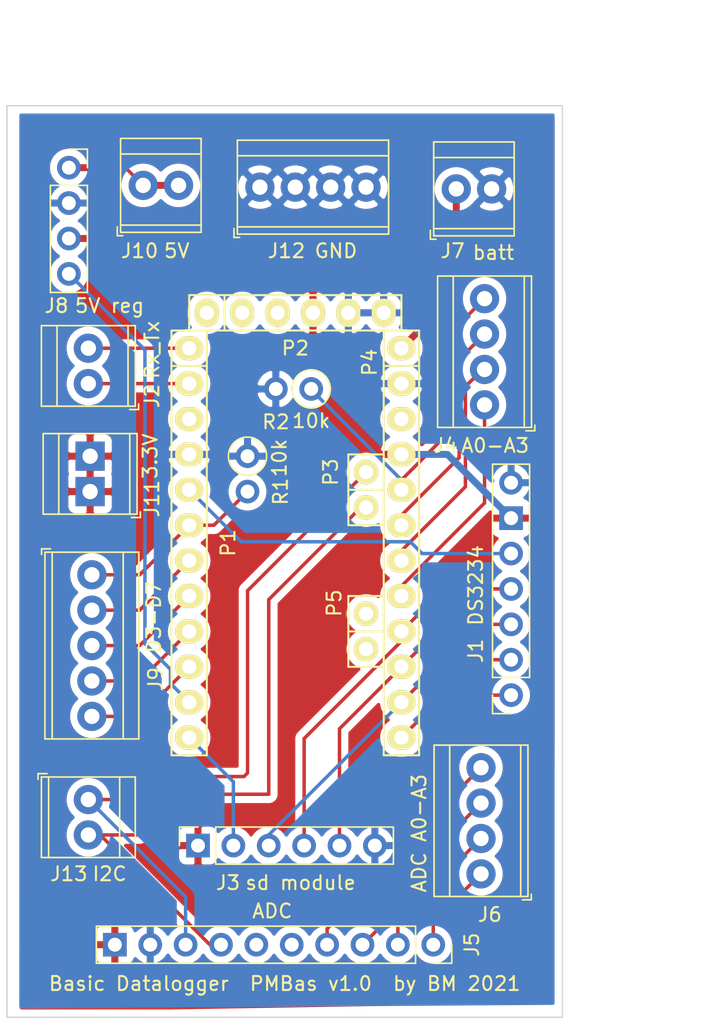
<source format=kicad_pcb>
(kicad_pcb (version 20171130) (host pcbnew "(5.1.9)-1")

  (general
    (thickness 1.6)
    (drawings 13)
    (tracks 107)
    (zones 0)
    (modules 20)
    (nets 38)
  )

  (page A4)
  (title_block
    (date "sam. 04 avril 2015")
  )

  (layers
    (0 F.Cu signal)
    (31 B.Cu signal)
    (32 B.Adhes user hide)
    (33 F.Adhes user hide)
    (34 B.Paste user)
    (35 F.Paste user)
    (36 B.SilkS user)
    (37 F.SilkS user)
    (38 B.Mask user)
    (39 F.Mask user)
    (40 Dwgs.User user)
    (41 Cmts.User user hide)
    (42 Eco1.User user)
    (43 Eco2.User user hide)
    (44 Edge.Cuts user)
    (45 Margin user)
    (46 B.CrtYd user hide)
    (47 F.CrtYd user hide)
    (48 B.Fab user hide)
    (49 F.Fab user hide)
  )

  (setup
    (last_trace_width 0.25)
    (trace_clearance 0.2)
    (zone_clearance 0.508)
    (zone_45_only no)
    (trace_min 0.25)
    (via_size 0.6)
    (via_drill 0.4)
    (via_min_size 0.6)
    (via_min_drill 0.3)
    (uvia_size 0.3)
    (uvia_drill 0.1)
    (uvias_allowed no)
    (uvia_min_size 0.2)
    (uvia_min_drill 0.1)
    (edge_width 0.1)
    (segment_width 0.15)
    (pcb_text_width 0.3)
    (pcb_text_size 1.5 1.5)
    (mod_edge_width 0.15)
    (mod_text_size 1 1)
    (mod_text_width 0.15)
    (pad_size 1.7 1.7)
    (pad_drill 1)
    (pad_to_mask_clearance 0)
    (aux_axis_origin 137.16 114.3)
    (grid_origin 125.476 135.763)
    (visible_elements 7FFFFFFF)
    (pcbplotparams
      (layerselection 0x037fc_ffffffff)
      (usegerberextensions false)
      (usegerberattributes true)
      (usegerberadvancedattributes true)
      (creategerberjobfile true)
      (excludeedgelayer true)
      (linewidth 0.100000)
      (plotframeref false)
      (viasonmask false)
      (mode 1)
      (useauxorigin false)
      (hpglpennumber 1)
      (hpglpenspeed 20)
      (hpglpendiameter 15.000000)
      (psnegative false)
      (psa4output false)
      (plotreference true)
      (plotvalue true)
      (plotinvisibletext false)
      (padsonsilk false)
      (subtractmaskfromsilk false)
      (outputformat 1)
      (mirror false)
      (drillshape 0)
      (scaleselection 1)
      (outputdirectory ""))
  )

  (net 0 "")
  (net 1 "/1(Tx)")
  (net 2 "/0(Rx)")
  (net 3 GND)
  (net 4 /DTR)
  (net 5 VCC)
  (net 6 "Net-(P1-Pad3)")
  (net 7 "Net-(J1-Pad5)")
  (net 8 "Net-(J9-Pad2)")
  (net 9 "Net-(J9-Pad3)")
  (net 10 "Net-(J9-Pad4)")
  (net 11 "Net-(J9-Pad5)")
  (net 12 "Net-(J8-Pad4)")
  (net 13 "Net-(J1-Pad1)")
  (net 14 "Net-(J13-Pad1)")
  (net 15 "Net-(J13-Pad2)")
  (net 16 "Net-(J7-Pad1)")
  (net 17 "Net-(P4-Pad3)")
  (net 18 "Net-(J4-Pad4)")
  (net 19 "Net-(J4-Pad3)")
  (net 20 "Net-(J4-Pad2)")
  (net 21 "Net-(J4-Pad1)")
  (net 22 "Net-(J1-Pad4)")
  (net 23 "Net-(J1-Pad3)")
  (net 24 "Net-(J1-Pad2)")
  (net 25 "Net-(J3-Pad2)")
  (net 26 "Net-(P5-Pad1)")
  (net 27 "Net-(P5-Pad2)")
  (net 28 "Net-(J2-Pad2)")
  (net 29 "Net-(J2-Pad1)")
  (net 30 "Net-(J5-Pad6)")
  (net 31 "Net-(J5-Pad5)")
  (net 32 "Net-(J5-Pad4)")
  (net 33 "Net-(J5-Pad3)")
  (net 34 "Net-(J5-Pad2)")
  (net 35 "Net-(J5-Pad1)")
  (net 36 "Net-(J10-Pad1)")
  (net 37 "Net-(J9-Pad1)")

  (net_class Default "This is the default net class."
    (clearance 0.2)
    (trace_width 0.25)
    (via_dia 0.6)
    (via_drill 0.4)
    (uvia_dia 0.3)
    (uvia_drill 0.1)
    (add_net "/0(Rx)")
    (add_net "/1(Tx)")
    (add_net /DTR)
    (add_net GND)
    (add_net "Net-(J1-Pad1)")
    (add_net "Net-(J1-Pad2)")
    (add_net "Net-(J1-Pad3)")
    (add_net "Net-(J1-Pad4)")
    (add_net "Net-(J1-Pad5)")
    (add_net "Net-(J10-Pad1)")
    (add_net "Net-(J13-Pad1)")
    (add_net "Net-(J13-Pad2)")
    (add_net "Net-(J2-Pad1)")
    (add_net "Net-(J2-Pad2)")
    (add_net "Net-(J3-Pad2)")
    (add_net "Net-(J4-Pad1)")
    (add_net "Net-(J4-Pad2)")
    (add_net "Net-(J4-Pad3)")
    (add_net "Net-(J4-Pad4)")
    (add_net "Net-(J5-Pad1)")
    (add_net "Net-(J5-Pad2)")
    (add_net "Net-(J5-Pad3)")
    (add_net "Net-(J5-Pad4)")
    (add_net "Net-(J5-Pad5)")
    (add_net "Net-(J5-Pad6)")
    (add_net "Net-(J7-Pad1)")
    (add_net "Net-(J8-Pad4)")
    (add_net "Net-(J9-Pad1)")
    (add_net "Net-(J9-Pad2)")
    (add_net "Net-(J9-Pad3)")
    (add_net "Net-(J9-Pad4)")
    (add_net "Net-(J9-Pad5)")
    (add_net "Net-(P1-Pad3)")
    (add_net "Net-(P4-Pad3)")
    (add_net "Net-(P5-Pad1)")
    (add_net "Net-(P5-Pad2)")
    (add_net VCC)
  )

  (module Resistor_THT:R_Axial_DIN0207_L6.3mm_D2.5mm_P2.54mm_Vertical (layer F.Cu) (tedit 6038E3E2) (tstamp 6037CC79)
    (at 147.32 90.678 180)
    (descr "Resistor, Axial_DIN0207 series, Axial, Vertical, pin pitch=2.54mm, 0.25W = 1/4W, length*diameter=6.3*2.5mm^2, http://cdn-reichelt.de/documents/datenblatt/B400/1_4W%23YAG.pdf")
    (tags "Resistor Axial_DIN0207 series Axial Vertical pin pitch 2.54mm 0.25W = 1/4W length 6.3mm diameter 2.5mm")
    (path /602C422F)
    (fp_text reference R2 (at 2.54 -2.37) (layer F.SilkS)
      (effects (font (size 1 1) (thickness 0.15)))
    )
    (fp_text value 10k (at 0 -2.286) (layer F.SilkS)
      (effects (font (size 1 1) (thickness 0.15)))
    )
    (fp_line (start 3.59 -1.5) (end -1.5 -1.5) (layer F.CrtYd) (width 0.05))
    (fp_line (start 3.59 1.5) (end 3.59 -1.5) (layer F.CrtYd) (width 0.05))
    (fp_line (start -1.5 1.5) (end 3.59 1.5) (layer F.CrtYd) (width 0.05))
    (fp_line (start -1.5 -1.5) (end -1.5 1.5) (layer F.CrtYd) (width 0.05))
    (fp_line (start 1.37 0) (end 1.44 0) (layer F.SilkS) (width 0.12))
    (fp_line (start 0 0) (end 2.54 0) (layer F.Fab) (width 0.1))
    (fp_circle (center 0 0) (end 1.37 0) (layer F.SilkS) (width 0.12))
    (fp_circle (center 0 0) (end 1.25 0) (layer F.Fab) (width 0.1))
    (fp_text user %R (at 2.54 -2.37) (layer F.Fab)
      (effects (font (size 1 1) (thickness 0.15)))
    )
    (pad 2 thru_hole oval (at 2.54 0 180) (size 1.7 1.7) (drill 1) (layers *.Cu *.Mask)
      (net 3 GND))
    (pad 1 thru_hole oval (at 0 0 180) (size 1.7 1.7) (drill 1) (layers *.Cu *.Mask)
      (net 18 "Net-(J4-Pad4)"))
    (model ${KISYS3DMOD}/Resistor_THT.3dshapes/R_Axial_DIN0207_L6.3mm_D2.5mm_P2.54mm_Vertical.wrl
      (at (xyz 0 0 0))
      (scale (xyz 1 1 1))
      (rotate (xyz 0 0 0))
    )
  )

  (module Resistor_THT:R_Axial_DIN0207_L6.3mm_D2.5mm_P2.54mm_Vertical (layer F.Cu) (tedit 5AE5139B) (tstamp 6037CC6A)
    (at 142.748 95.504 270)
    (descr "Resistor, Axial_DIN0207 series, Axial, Vertical, pin pitch=2.54mm, 0.25W = 1/4W, length*diameter=6.3*2.5mm^2, http://cdn-reichelt.de/documents/datenblatt/B400/1_4W%23YAG.pdf")
    (tags "Resistor Axial_DIN0207 series Axial Vertical pin pitch 2.54mm 0.25W = 1/4W length 6.3mm diameter 2.5mm")
    (path /602AC9DE)
    (fp_text reference R1 (at 2.54 -2.37 90) (layer F.SilkS)
      (effects (font (size 1 1) (thickness 0.15)))
    )
    (fp_text value 10k (at 0.127 -2.286 90) (layer F.SilkS)
      (effects (font (size 1 1) (thickness 0.15)))
    )
    (fp_line (start 3.59 -1.5) (end -1.5 -1.5) (layer F.CrtYd) (width 0.05))
    (fp_line (start 3.59 1.5) (end 3.59 -1.5) (layer F.CrtYd) (width 0.05))
    (fp_line (start -1.5 1.5) (end 3.59 1.5) (layer F.CrtYd) (width 0.05))
    (fp_line (start -1.5 -1.5) (end -1.5 1.5) (layer F.CrtYd) (width 0.05))
    (fp_line (start 1.37 0) (end 1.44 0) (layer F.SilkS) (width 0.12))
    (fp_line (start 0 0) (end 2.54 0) (layer F.Fab) (width 0.1))
    (fp_circle (center 0 0) (end 1.37 0) (layer F.SilkS) (width 0.12))
    (fp_circle (center 0 0) (end 1.25 0) (layer F.Fab) (width 0.1))
    (fp_text user %R (at 2.54 -2.37 90) (layer F.Fab)
      (effects (font (size 1 1) (thickness 0.15)))
    )
    (pad 2 thru_hole oval (at 2.54 0 270) (size 1.7 1.7) (drill 1) (layers *.Cu *.Mask)
      (net 37 "Net-(J9-Pad1)"))
    (pad 1 thru_hole oval (at 0 0 270) (size 1.7 1.7) (drill 1) (layers *.Cu *.Mask)
      (net 3 GND))
    (model ${KISYS3DMOD}/Resistor_THT.3dshapes/R_Axial_DIN0207_L6.3mm_D2.5mm_P2.54mm_Vertical.wrl
      (at (xyz 0 0 0))
      (scale (xyz 1 1 1))
      (rotate (xyz 0 0 0))
    )
  )

  (module Connector_PinSocket_2.54mm:PinSocket_1x07_P2.54mm_Vertical (layer F.Cu) (tedit 6038B885) (tstamp 6037CA1F)
    (at 161.671 112.649 180)
    (descr "Through hole straight socket strip, 1x07, 2.54mm pitch, single row (from Kicad 4.0.7), script generated")
    (tags "Through hole socket strip THT 1x07 2.54mm single row")
    (path /6021A8E1)
    (fp_text reference J1 (at 2.54 3.175 90) (layer F.SilkS)
      (effects (font (size 1 1) (thickness 0.15)))
    )
    (fp_text value DS3234 (at 2.54 7.874 90) (layer F.SilkS)
      (effects (font (size 1 1) (thickness 0.15)))
    )
    (fp_line (start -1.27 -1.27) (end 0.635 -1.27) (layer F.Fab) (width 0.1))
    (fp_line (start 0.635 -1.27) (end 1.27 -0.635) (layer F.Fab) (width 0.1))
    (fp_line (start 1.27 -0.635) (end 1.27 16.51) (layer F.Fab) (width 0.1))
    (fp_line (start 1.27 16.51) (end -1.27 16.51) (layer F.Fab) (width 0.1))
    (fp_line (start -1.27 16.51) (end -1.27 -1.27) (layer F.Fab) (width 0.1))
    (fp_line (start -1.33 1.27) (end 1.33 1.27) (layer F.SilkS) (width 0.12))
    (fp_line (start -1.33 1.27) (end -1.33 16.57) (layer F.SilkS) (width 0.12))
    (fp_line (start -1.33 16.57) (end 1.33 16.57) (layer F.SilkS) (width 0.12))
    (fp_line (start 1.33 1.27) (end 1.33 16.57) (layer F.SilkS) (width 0.12))
    (fp_line (start 1.33 -1.33) (end 1.33 0) (layer F.SilkS) (width 0.12))
    (fp_line (start 0 -1.33) (end 1.33 -1.33) (layer F.SilkS) (width 0.12))
    (fp_line (start -1.8 -1.8) (end 1.75 -1.8) (layer F.CrtYd) (width 0.05))
    (fp_line (start 1.75 -1.8) (end 1.75 17) (layer F.CrtYd) (width 0.05))
    (fp_line (start 1.75 17) (end -1.8 17) (layer F.CrtYd) (width 0.05))
    (fp_line (start -1.8 17) (end -1.8 -1.8) (layer F.CrtYd) (width 0.05))
    (fp_text user %R (at 0 7.62 90) (layer F.Fab)
      (effects (font (size 1 1) (thickness 0.15)))
    )
    (pad 7 thru_hole oval (at 0 15.24 180) (size 1.7 1.7) (drill 1) (layers *.Cu *.Mask)
      (net 3 GND))
    (pad 6 thru_hole rect (at 0 12.7 180) (size 1.7 1.7) (drill 1) (layers *.Cu *.Mask)
      (net 5 VCC))
    (pad 5 thru_hole oval (at 0 10.16 180) (size 1.7 1.7) (drill 1) (layers *.Cu *.Mask)
      (net 7 "Net-(J1-Pad5)"))
    (pad 4 thru_hole oval (at 0 7.62 180) (size 1.7 1.7) (drill 1) (layers *.Cu *.Mask)
      (net 22 "Net-(J1-Pad4)"))
    (pad 3 thru_hole oval (at 0 5.08 180) (size 1.7 1.7) (drill 1) (layers *.Cu *.Mask)
      (net 23 "Net-(J1-Pad3)"))
    (pad 2 thru_hole oval (at 0 2.54 180) (size 1.7 1.7) (drill 1) (layers *.Cu *.Mask)
      (net 24 "Net-(J1-Pad2)"))
    (pad 1 thru_hole circle (at 0 0 180) (size 1.7 1.7) (drill 1) (layers *.Cu *.Mask)
      (net 13 "Net-(J1-Pad1)"))
    (model ${KISYS3DMOD}/Connector_PinSocket_2.54mm.3dshapes/PinSocket_1x07_P2.54mm_Vertical.wrl
      (at (xyz 0 0 0))
      (scale (xyz 1 1 1))
      (rotate (xyz 0 0 0))
    )
  )

  (module TerminalBlock_TE-Connectivity:TerminalBlock_TE_282834-2_1x02_P2.54mm_Horizontal (layer F.Cu) (tedit 6038B819) (tstamp 6037CBB3)
    (at 131.318 120.142 270)
    (descr "Terminal Block TE 282834-2, 2 pins, pitch 2.54mm, size 5.54x6.5mm^2, drill diamater 1.1mm, pad diameter 2.1mm, see http://www.te.com/commerce/DocumentDelivery/DDEController?Action=showdoc&DocId=Customer+Drawing%7F282834%7FC1%7Fpdf%7FEnglish%7FENG_CD_282834_C1.pdf, script-generated using https://github.com/pointhi/kicad-footprint-generator/scripts/TerminalBlock_TE-Connectivity")
    (tags "THT Terminal Block TE 282834-2 pitch 2.54mm size 5.54x6.5mm^2 drill 1.1mm pad 2.1mm")
    (path /60321981)
    (fp_text reference J13 (at 5.334 1.397 180) (layer F.SilkS)
      (effects (font (size 1 1) (thickness 0.15)))
    )
    (fp_text value I2C (at 5.334 -1.524 180) (layer F.SilkS)
      (effects (font (size 1 1) (thickness 0.15)))
    )
    (fp_circle (center 0 0) (end 1.1 0) (layer F.Fab) (width 0.1))
    (fp_circle (center 2.54 0) (end 3.64 0) (layer F.Fab) (width 0.1))
    (fp_line (start -1.5 -3.25) (end 4.04 -3.25) (layer F.Fab) (width 0.1))
    (fp_line (start 4.04 -3.25) (end 4.04 3.25) (layer F.Fab) (width 0.1))
    (fp_line (start 4.04 3.25) (end -1.1 3.25) (layer F.Fab) (width 0.1))
    (fp_line (start -1.1 3.25) (end -1.5 2.85) (layer F.Fab) (width 0.1))
    (fp_line (start -1.5 2.85) (end -1.5 -3.25) (layer F.Fab) (width 0.1))
    (fp_line (start -1.5 2.85) (end 4.04 2.85) (layer F.Fab) (width 0.1))
    (fp_line (start -1.62 2.85) (end 4.16 2.85) (layer F.SilkS) (width 0.12))
    (fp_line (start -1.5 -2.25) (end 4.04 -2.25) (layer F.Fab) (width 0.1))
    (fp_line (start -1.62 -2.25) (end 4.16 -2.25) (layer F.SilkS) (width 0.12))
    (fp_line (start -1.62 -3.37) (end 4.16 -3.37) (layer F.SilkS) (width 0.12))
    (fp_line (start -1.62 3.37) (end 4.16 3.37) (layer F.SilkS) (width 0.12))
    (fp_line (start -1.62 -3.37) (end -1.62 3.37) (layer F.SilkS) (width 0.12))
    (fp_line (start 4.16 -3.37) (end 4.16 3.37) (layer F.SilkS) (width 0.12))
    (fp_line (start 0.835 -0.7) (end -0.701 0.835) (layer F.Fab) (width 0.1))
    (fp_line (start 0.701 -0.835) (end -0.835 0.7) (layer F.Fab) (width 0.1))
    (fp_line (start 3.375 -0.7) (end 1.84 0.835) (layer F.Fab) (width 0.1))
    (fp_line (start 3.241 -0.835) (end 1.706 0.7) (layer F.Fab) (width 0.1))
    (fp_line (start -1.86 2.97) (end -1.86 3.61) (layer F.SilkS) (width 0.12))
    (fp_line (start -1.86 3.61) (end -1.46 3.61) (layer F.SilkS) (width 0.12))
    (fp_line (start -2 -3.75) (end -2 3.75) (layer F.CrtYd) (width 0.05))
    (fp_line (start -2 3.75) (end 4.54 3.75) (layer F.CrtYd) (width 0.05))
    (fp_line (start 4.54 3.75) (end 4.54 -3.75) (layer F.CrtYd) (width 0.05))
    (fp_line (start 4.54 -3.75) (end -2 -3.75) (layer F.CrtYd) (width 0.05))
    (pad 2 thru_hole circle (at 2.54 0 270) (size 2.1 2.1) (drill 1.1) (layers *.Cu *.Mask)
      (net 15 "Net-(J13-Pad2)"))
    (pad 1 thru_hole circle (at 0 0 270) (size 2.1 2.1) (drill 1.1) (layers *.Cu *.Mask)
      (net 14 "Net-(J13-Pad1)"))
    (model ${KISYS3DMOD}/TerminalBlock_TE-Connectivity.3dshapes/TerminalBlock_TE_282834-2_1x02_P2.54mm_Horizontal.wrl
      (at (xyz 0 0 0))
      (scale (xyz 1 1 1))
      (rotate (xyz 0 0 0))
    )
  )

  (module TerminalBlock_TE-Connectivity:TerminalBlock_TE_282834-4_1x04_P2.54mm_Horizontal (layer F.Cu) (tedit 6038B837) (tstamp 6037CB93)
    (at 143.637 76.2)
    (descr "Terminal Block TE 282834-4, 4 pins, pitch 2.54mm, size 10.620000000000001x6.5mm^2, drill diamater 1.1mm, pad diameter 2.1mm, see http://www.te.com/commerce/DocumentDelivery/DDEController?Action=showdoc&DocId=Customer+Drawing%7F282834%7FC1%7Fpdf%7FEnglish%7FENG_CD_282834_C1.pdf, script-generated using https://github.com/pointhi/kicad-footprint-generator/scripts/TerminalBlock_TE-Connectivity")
    (tags "THT Terminal Block TE 282834-4 pitch 2.54mm size 10.620000000000001x6.5mm^2 drill 1.1mm pad 2.1mm")
    (path /602395C7)
    (fp_text reference J12 (at 1.905 4.572) (layer F.SilkS)
      (effects (font (size 1 1) (thickness 0.15)))
    )
    (fp_text value GND (at 5.461 4.572) (layer F.SilkS)
      (effects (font (size 1 1) (thickness 0.15)))
    )
    (fp_circle (center 0 0) (end 1.1 0) (layer F.Fab) (width 0.1))
    (fp_circle (center 2.54 0) (end 3.64 0) (layer F.Fab) (width 0.1))
    (fp_circle (center 5.08 0) (end 6.18 0) (layer F.Fab) (width 0.1))
    (fp_circle (center 7.62 0) (end 8.72 0) (layer F.Fab) (width 0.1))
    (fp_line (start -1.5 -3.25) (end 9.12 -3.25) (layer F.Fab) (width 0.1))
    (fp_line (start 9.12 -3.25) (end 9.12 3.25) (layer F.Fab) (width 0.1))
    (fp_line (start 9.12 3.25) (end -1.1 3.25) (layer F.Fab) (width 0.1))
    (fp_line (start -1.1 3.25) (end -1.5 2.85) (layer F.Fab) (width 0.1))
    (fp_line (start -1.5 2.85) (end -1.5 -3.25) (layer F.Fab) (width 0.1))
    (fp_line (start -1.5 2.85) (end 9.12 2.85) (layer F.Fab) (width 0.1))
    (fp_line (start -1.62 2.85) (end 9.241 2.85) (layer F.SilkS) (width 0.12))
    (fp_line (start -1.5 -2.25) (end 9.12 -2.25) (layer F.Fab) (width 0.1))
    (fp_line (start -1.62 -2.25) (end 9.241 -2.25) (layer F.SilkS) (width 0.12))
    (fp_line (start -1.62 -3.37) (end 9.241 -3.37) (layer F.SilkS) (width 0.12))
    (fp_line (start -1.62 3.37) (end 9.241 3.37) (layer F.SilkS) (width 0.12))
    (fp_line (start -1.62 -3.37) (end -1.62 3.37) (layer F.SilkS) (width 0.12))
    (fp_line (start 9.241 -3.37) (end 9.241 3.37) (layer F.SilkS) (width 0.12))
    (fp_line (start 0.835 -0.7) (end -0.701 0.835) (layer F.Fab) (width 0.1))
    (fp_line (start 0.701 -0.835) (end -0.835 0.7) (layer F.Fab) (width 0.1))
    (fp_line (start 3.375 -0.7) (end 1.84 0.835) (layer F.Fab) (width 0.1))
    (fp_line (start 3.241 -0.835) (end 1.706 0.7) (layer F.Fab) (width 0.1))
    (fp_line (start 5.915 -0.7) (end 4.38 0.835) (layer F.Fab) (width 0.1))
    (fp_line (start 5.781 -0.835) (end 4.246 0.7) (layer F.Fab) (width 0.1))
    (fp_line (start 8.455 -0.7) (end 6.92 0.835) (layer F.Fab) (width 0.1))
    (fp_line (start 8.321 -0.835) (end 6.786 0.7) (layer F.Fab) (width 0.1))
    (fp_line (start -1.86 2.97) (end -1.86 3.61) (layer F.SilkS) (width 0.12))
    (fp_line (start -1.86 3.61) (end -1.46 3.61) (layer F.SilkS) (width 0.12))
    (fp_line (start -2 -3.75) (end -2 3.75) (layer F.CrtYd) (width 0.05))
    (fp_line (start -2 3.75) (end 9.63 3.75) (layer F.CrtYd) (width 0.05))
    (fp_line (start 9.63 3.75) (end 9.63 -3.75) (layer F.CrtYd) (width 0.05))
    (fp_line (start 9.63 -3.75) (end -2 -3.75) (layer F.CrtYd) (width 0.05))
    (pad 4 thru_hole circle (at 7.62 0) (size 2.1 2.1) (drill 1.1) (layers *.Cu *.Mask)
      (net 3 GND))
    (pad 3 thru_hole circle (at 5.08 0) (size 2.1 2.1) (drill 1.1) (layers *.Cu *.Mask)
      (net 3 GND))
    (pad 2 thru_hole circle (at 2.54 0) (size 2.1 2.1) (drill 1.1) (layers *.Cu *.Mask)
      (net 3 GND))
    (pad 1 thru_hole circle (at 0 0) (size 2.1 2.1) (drill 1.1) (layers *.Cu *.Mask)
      (net 3 GND))
    (model ${KISYS3DMOD}/TerminalBlock_TE-Connectivity.3dshapes/TerminalBlock_TE_282834-4_1x04_P2.54mm_Horizontal.wrl
      (at (xyz 0 0 0))
      (scale (xyz 1 1 1))
      (rotate (xyz 0 0 0))
    )
  )

  (module TerminalBlock_TE-Connectivity:TerminalBlock_TE_282834-2_1x02_P2.54mm_Horizontal (layer F.Cu) (tedit 6038B8BD) (tstamp 6037D5E8)
    (at 131.445 98.044 90)
    (descr "Terminal Block TE 282834-2, 2 pins, pitch 2.54mm, size 5.54x6.5mm^2, drill diamater 1.1mm, pad diameter 2.1mm, see http://www.te.com/commerce/DocumentDelivery/DDEController?Action=showdoc&DocId=Customer+Drawing%7F282834%7FC1%7Fpdf%7FEnglish%7FENG_CD_282834_C1.pdf, script-generated using https://github.com/pointhi/kicad-footprint-generator/scripts/TerminalBlock_TE-Connectivity")
    (tags "THT Terminal Block TE 282834-2 pitch 2.54mm size 5.54x6.5mm^2 drill 1.1mm pad 2.1mm")
    (path /6023B653)
    (fp_text reference J11 (at -0.508 4.445 90) (layer F.SilkS)
      (effects (font (size 1 1) (thickness 0.15)))
    )
    (fp_text value 3.3V (at 2.54 4.318 90) (layer F.SilkS)
      (effects (font (size 1 1) (thickness 0.15)))
    )
    (fp_circle (center 0 0) (end 1.1 0) (layer F.Fab) (width 0.1))
    (fp_circle (center 2.54 0) (end 3.64 0) (layer F.Fab) (width 0.1))
    (fp_line (start -1.5 -3.25) (end 4.04 -3.25) (layer F.Fab) (width 0.1))
    (fp_line (start 4.04 -3.25) (end 4.04 3.25) (layer F.Fab) (width 0.1))
    (fp_line (start 4.04 3.25) (end -1.1 3.25) (layer F.Fab) (width 0.1))
    (fp_line (start -1.1 3.25) (end -1.5 2.85) (layer F.Fab) (width 0.1))
    (fp_line (start -1.5 2.85) (end -1.5 -3.25) (layer F.Fab) (width 0.1))
    (fp_line (start -1.5 2.85) (end 4.04 2.85) (layer F.Fab) (width 0.1))
    (fp_line (start -1.62 2.85) (end 4.16 2.85) (layer F.SilkS) (width 0.12))
    (fp_line (start -1.5 -2.25) (end 4.04 -2.25) (layer F.Fab) (width 0.1))
    (fp_line (start -1.62 -2.25) (end 4.16 -2.25) (layer F.SilkS) (width 0.12))
    (fp_line (start -1.62 -3.37) (end 4.16 -3.37) (layer F.SilkS) (width 0.12))
    (fp_line (start -1.62 3.37) (end 4.16 3.37) (layer F.SilkS) (width 0.12))
    (fp_line (start -1.62 -3.37) (end -1.62 3.37) (layer F.SilkS) (width 0.12))
    (fp_line (start 4.16 -3.37) (end 4.16 3.37) (layer F.SilkS) (width 0.12))
    (fp_line (start 0.835 -0.7) (end -0.701 0.835) (layer F.Fab) (width 0.1))
    (fp_line (start 0.701 -0.835) (end -0.835 0.7) (layer F.Fab) (width 0.1))
    (fp_line (start 3.375 -0.7) (end 1.84 0.835) (layer F.Fab) (width 0.1))
    (fp_line (start 3.241 -0.835) (end 1.706 0.7) (layer F.Fab) (width 0.1))
    (fp_line (start -1.86 2.97) (end -1.86 3.61) (layer F.SilkS) (width 0.12))
    (fp_line (start -1.86 3.61) (end -1.46 3.61) (layer F.SilkS) (width 0.12))
    (fp_line (start -2 -3.75) (end -2 3.75) (layer F.CrtYd) (width 0.05))
    (fp_line (start -2 3.75) (end 4.54 3.75) (layer F.CrtYd) (width 0.05))
    (fp_line (start 4.54 3.75) (end 4.54 -3.75) (layer F.CrtYd) (width 0.05))
    (fp_line (start 4.54 -3.75) (end -2 -3.75) (layer F.CrtYd) (width 0.05))
    (pad 2 thru_hole rect (at 2.54 0 90) (size 2.1 2.1) (drill 1.1) (layers *.Cu *.Mask)
      (net 5 VCC))
    (pad 1 thru_hole rect (at 0 0 90) (size 2.1 2.1) (drill 1.1) (layers *.Cu *.Mask)
      (net 5 VCC))
    (model ${KISYS3DMOD}/TerminalBlock_TE-Connectivity.3dshapes/TerminalBlock_TE_282834-2_1x02_P2.54mm_Horizontal.wrl
      (at (xyz 0 0 0))
      (scale (xyz 1 1 1))
      (rotate (xyz 0 0 0))
    )
  )

  (module TerminalBlock_TE-Connectivity:TerminalBlock_TE_282834-2_1x02_P2.54mm_Horizontal (layer F.Cu) (tedit 6038B841) (tstamp 6037CB4B)
    (at 135.255 76.073)
    (descr "Terminal Block TE 282834-2, 2 pins, pitch 2.54mm, size 5.54x6.5mm^2, drill diamater 1.1mm, pad diameter 2.1mm, see http://www.te.com/commerce/DocumentDelivery/DDEController?Action=showdoc&DocId=Customer+Drawing%7F282834%7FC1%7Fpdf%7FEnglish%7FENG_CD_282834_C1.pdf, script-generated using https://github.com/pointhi/kicad-footprint-generator/scripts/TerminalBlock_TE-Connectivity")
    (tags "THT Terminal Block TE 282834-2 pitch 2.54mm size 5.54x6.5mm^2 drill 1.1mm pad 2.1mm")
    (path /6023ACEA)
    (fp_text reference J10 (at -0.254 4.699) (layer F.SilkS)
      (effects (font (size 1 1) (thickness 0.15)))
    )
    (fp_text value 5V (at 2.413 4.699) (layer F.SilkS)
      (effects (font (size 1 1) (thickness 0.15)))
    )
    (fp_circle (center 0 0) (end 1.1 0) (layer F.Fab) (width 0.1))
    (fp_circle (center 2.54 0) (end 3.64 0) (layer F.Fab) (width 0.1))
    (fp_line (start -1.5 -3.25) (end 4.04 -3.25) (layer F.Fab) (width 0.1))
    (fp_line (start 4.04 -3.25) (end 4.04 3.25) (layer F.Fab) (width 0.1))
    (fp_line (start 4.04 3.25) (end -1.1 3.25) (layer F.Fab) (width 0.1))
    (fp_line (start -1.1 3.25) (end -1.5 2.85) (layer F.Fab) (width 0.1))
    (fp_line (start -1.5 2.85) (end -1.5 -3.25) (layer F.Fab) (width 0.1))
    (fp_line (start -1.5 2.85) (end 4.04 2.85) (layer F.Fab) (width 0.1))
    (fp_line (start -1.62 2.85) (end 4.16 2.85) (layer F.SilkS) (width 0.12))
    (fp_line (start -1.5 -2.25) (end 4.04 -2.25) (layer F.Fab) (width 0.1))
    (fp_line (start -1.62 -2.25) (end 4.16 -2.25) (layer F.SilkS) (width 0.12))
    (fp_line (start -1.62 -3.37) (end 4.16 -3.37) (layer F.SilkS) (width 0.12))
    (fp_line (start -1.62 3.37) (end 4.16 3.37) (layer F.SilkS) (width 0.12))
    (fp_line (start -1.62 -3.37) (end -1.62 3.37) (layer F.SilkS) (width 0.12))
    (fp_line (start 4.16 -3.37) (end 4.16 3.37) (layer F.SilkS) (width 0.12))
    (fp_line (start 0.835 -0.7) (end -0.701 0.835) (layer F.Fab) (width 0.1))
    (fp_line (start 0.701 -0.835) (end -0.835 0.7) (layer F.Fab) (width 0.1))
    (fp_line (start 3.375 -0.7) (end 1.84 0.835) (layer F.Fab) (width 0.1))
    (fp_line (start 3.241 -0.835) (end 1.706 0.7) (layer F.Fab) (width 0.1))
    (fp_line (start -1.86 2.97) (end -1.86 3.61) (layer F.SilkS) (width 0.12))
    (fp_line (start -1.86 3.61) (end -1.46 3.61) (layer F.SilkS) (width 0.12))
    (fp_line (start -2 -3.75) (end -2 3.75) (layer F.CrtYd) (width 0.05))
    (fp_line (start -2 3.75) (end 4.54 3.75) (layer F.CrtYd) (width 0.05))
    (fp_line (start 4.54 3.75) (end 4.54 -3.75) (layer F.CrtYd) (width 0.05))
    (fp_line (start 4.54 -3.75) (end -2 -3.75) (layer F.CrtYd) (width 0.05))
    (pad 2 thru_hole circle (at 2.54 0) (size 2.1 2.1) (drill 1.1) (layers *.Cu *.Mask)
      (net 36 "Net-(J10-Pad1)"))
    (pad 1 thru_hole circle (at 0 0) (size 2.1 2.1) (drill 1.1) (layers *.Cu *.Mask)
      (net 36 "Net-(J10-Pad1)"))
    (model ${KISYS3DMOD}/TerminalBlock_TE-Connectivity.3dshapes/TerminalBlock_TE_282834-2_1x02_P2.54mm_Horizontal.wrl
      (at (xyz 0 0 0))
      (scale (xyz 1 1 1))
      (rotate (xyz 0 0 0))
    )
  )

  (module TerminalBlock_TE-Connectivity:TerminalBlock_TE_282834-5_1x05_P2.54mm_Horizontal (layer F.Cu) (tedit 6038B824) (tstamp 6037CB2B)
    (at 131.572 104.013 270)
    (descr "Terminal Block TE 282834-5, 5 pins, pitch 2.54mm, size 13.16x6.5mm^2, drill diamater 1.1mm, pad diameter 2.1mm, see http://www.te.com/commerce/DocumentDelivery/DDEController?Action=showdoc&DocId=Customer+Drawing%7F282834%7FC1%7Fpdf%7FEnglish%7FENG_CD_282834_C1.pdf, script-generated using https://github.com/pointhi/kicad-footprint-generator/scripts/TerminalBlock_TE-Connectivity")
    (tags "THT Terminal Block TE 282834-5 pitch 2.54mm size 13.16x6.5mm^2 drill 1.1mm pad 2.1mm")
    (path /6022D0BC)
    (fp_text reference J9 (at 7.493 -4.572 90) (layer F.SilkS)
      (effects (font (size 1 1) (thickness 0.15)))
    )
    (fp_text value D3-D7 (at 3.048 -4.445 90) (layer F.SilkS)
      (effects (font (size 1 1) (thickness 0.15)))
    )
    (fp_circle (center 0 0) (end 1.1 0) (layer F.Fab) (width 0.1))
    (fp_circle (center 2.54 0) (end 3.64 0) (layer F.Fab) (width 0.1))
    (fp_circle (center 5.08 0) (end 6.18 0) (layer F.Fab) (width 0.1))
    (fp_circle (center 7.62 0) (end 8.72 0) (layer F.Fab) (width 0.1))
    (fp_circle (center 10.16 0) (end 11.26 0) (layer F.Fab) (width 0.1))
    (fp_line (start -1.5 -3.25) (end 11.66 -3.25) (layer F.Fab) (width 0.1))
    (fp_line (start 11.66 -3.25) (end 11.66 3.25) (layer F.Fab) (width 0.1))
    (fp_line (start 11.66 3.25) (end -1.1 3.25) (layer F.Fab) (width 0.1))
    (fp_line (start -1.1 3.25) (end -1.5 2.85) (layer F.Fab) (width 0.1))
    (fp_line (start -1.5 2.85) (end -1.5 -3.25) (layer F.Fab) (width 0.1))
    (fp_line (start -1.5 2.85) (end 11.66 2.85) (layer F.Fab) (width 0.1))
    (fp_line (start -1.62 2.85) (end 11.78 2.85) (layer F.SilkS) (width 0.12))
    (fp_line (start -1.5 -2.25) (end 11.66 -2.25) (layer F.Fab) (width 0.1))
    (fp_line (start -1.62 -2.25) (end 11.78 -2.25) (layer F.SilkS) (width 0.12))
    (fp_line (start -1.62 -3.37) (end 11.78 -3.37) (layer F.SilkS) (width 0.12))
    (fp_line (start -1.62 3.37) (end 11.78 3.37) (layer F.SilkS) (width 0.12))
    (fp_line (start -1.62 -3.37) (end -1.62 3.37) (layer F.SilkS) (width 0.12))
    (fp_line (start 11.78 -3.37) (end 11.78 3.37) (layer F.SilkS) (width 0.12))
    (fp_line (start 0.835 -0.7) (end -0.701 0.835) (layer F.Fab) (width 0.1))
    (fp_line (start 0.701 -0.835) (end -0.835 0.7) (layer F.Fab) (width 0.1))
    (fp_line (start 3.375 -0.7) (end 1.84 0.835) (layer F.Fab) (width 0.1))
    (fp_line (start 3.241 -0.835) (end 1.706 0.7) (layer F.Fab) (width 0.1))
    (fp_line (start 5.915 -0.7) (end 4.38 0.835) (layer F.Fab) (width 0.1))
    (fp_line (start 5.781 -0.835) (end 4.246 0.7) (layer F.Fab) (width 0.1))
    (fp_line (start 8.455 -0.7) (end 6.92 0.835) (layer F.Fab) (width 0.1))
    (fp_line (start 8.321 -0.835) (end 6.786 0.7) (layer F.Fab) (width 0.1))
    (fp_line (start 10.995 -0.7) (end 9.46 0.835) (layer F.Fab) (width 0.1))
    (fp_line (start 10.861 -0.835) (end 9.326 0.7) (layer F.Fab) (width 0.1))
    (fp_line (start -1.86 2.97) (end -1.86 3.61) (layer F.SilkS) (width 0.12))
    (fp_line (start -1.86 3.61) (end -1.46 3.61) (layer F.SilkS) (width 0.12))
    (fp_line (start -2 -3.75) (end -2 3.75) (layer F.CrtYd) (width 0.05))
    (fp_line (start -2 3.75) (end 12.16 3.75) (layer F.CrtYd) (width 0.05))
    (fp_line (start 12.16 3.75) (end 12.16 -3.75) (layer F.CrtYd) (width 0.05))
    (fp_line (start 12.16 -3.75) (end -2 -3.75) (layer F.CrtYd) (width 0.05))
    (pad 5 thru_hole circle (at 10.16 0 270) (size 2.1 2.1) (drill 1.1) (layers *.Cu *.Mask)
      (net 11 "Net-(J9-Pad5)"))
    (pad 4 thru_hole circle (at 7.62 0 270) (size 2.1 2.1) (drill 1.1) (layers *.Cu *.Mask)
      (net 10 "Net-(J9-Pad4)"))
    (pad 3 thru_hole circle (at 5.08 0 270) (size 2.1 2.1) (drill 1.1) (layers *.Cu *.Mask)
      (net 9 "Net-(J9-Pad3)"))
    (pad 2 thru_hole circle (at 2.54 0 270) (size 2.1 2.1) (drill 1.1) (layers *.Cu *.Mask)
      (net 8 "Net-(J9-Pad2)"))
    (pad 1 thru_hole circle (at 0 0 270) (size 2.1 2.1) (drill 1.1) (layers *.Cu *.Mask)
      (net 37 "Net-(J9-Pad1)"))
    (model ${KISYS3DMOD}/TerminalBlock_TE-Connectivity.3dshapes/TerminalBlock_TE_282834-5_1x05_P2.54mm_Horizontal.wrl
      (at (xyz 0 0 0))
      (scale (xyz 1 1 1))
      (rotate (xyz 0 0 0))
    )
  )

  (module Connector_PinSocket_2.54mm:PinSocket_1x04_P2.54mm_Vertical (layer F.Cu) (tedit 6038B852) (tstamp 6037D3DD)
    (at 129.921 74.803)
    (descr "Through hole straight socket strip, 1x04, 2.54mm pitch, single row (from Kicad 4.0.7), script generated")
    (tags "Through hole socket strip THT 1x04 2.54mm single row")
    (path /6022386C)
    (fp_text reference J8 (at -0.889 9.906) (layer F.SilkS)
      (effects (font (size 1 1) (thickness 0.15)))
    )
    (fp_text value "5V reg" (at 2.921 9.906) (layer F.SilkS)
      (effects (font (size 1 1) (thickness 0.15)))
    )
    (fp_line (start -1.27 -1.27) (end 0.635 -1.27) (layer F.Fab) (width 0.1))
    (fp_line (start 0.635 -1.27) (end 1.27 -0.635) (layer F.Fab) (width 0.1))
    (fp_line (start 1.27 -0.635) (end 1.27 8.89) (layer F.Fab) (width 0.1))
    (fp_line (start 1.27 8.89) (end -1.27 8.89) (layer F.Fab) (width 0.1))
    (fp_line (start -1.27 8.89) (end -1.27 -1.27) (layer F.Fab) (width 0.1))
    (fp_line (start -1.33 1.27) (end 1.33 1.27) (layer F.SilkS) (width 0.12))
    (fp_line (start -1.33 1.27) (end -1.33 8.95) (layer F.SilkS) (width 0.12))
    (fp_line (start -1.33 8.95) (end 1.33 8.95) (layer F.SilkS) (width 0.12))
    (fp_line (start 1.33 1.27) (end 1.33 8.95) (layer F.SilkS) (width 0.12))
    (fp_line (start 1.33 -1.33) (end 1.33 0) (layer F.SilkS) (width 0.12))
    (fp_line (start 0 -1.33) (end 1.33 -1.33) (layer F.SilkS) (width 0.12))
    (fp_line (start -1.8 -1.8) (end 1.75 -1.8) (layer F.CrtYd) (width 0.05))
    (fp_line (start 1.75 -1.8) (end 1.75 9.4) (layer F.CrtYd) (width 0.05))
    (fp_line (start 1.75 9.4) (end -1.8 9.4) (layer F.CrtYd) (width 0.05))
    (fp_line (start -1.8 9.4) (end -1.8 -1.8) (layer F.CrtYd) (width 0.05))
    (pad 4 thru_hole oval (at 0 7.62) (size 1.7 1.7) (drill 1) (layers *.Cu *.Mask)
      (net 12 "Net-(J8-Pad4)"))
    (pad 3 thru_hole oval (at 0 5.08) (size 1.7 1.7) (drill 1) (layers *.Cu *.Mask)
      (net 16 "Net-(J7-Pad1)"))
    (pad 2 thru_hole oval (at 0 2.54) (size 1.7 1.7) (drill 1) (layers *.Cu *.Mask)
      (net 3 GND))
    (pad 1 thru_hole circle (at 0 0) (size 1.7 1.7) (drill 1) (layers *.Cu *.Mask)
      (net 36 "Net-(J10-Pad1)"))
    (model ${KISYS3DMOD}/Connector_PinSocket_2.54mm.3dshapes/PinSocket_1x04_P2.54mm_Vertical.wrl
      (at (xyz 0 0 0))
      (scale (xyz 1 1 1))
      (rotate (xyz 0 0 0))
    )
  )

  (module TerminalBlock_TE-Connectivity:TerminalBlock_TE_282834-2_1x02_P2.54mm_Horizontal (layer F.Cu) (tedit 6038B86A) (tstamp 6037CAE7)
    (at 157.734 76.327)
    (descr "Terminal Block TE 282834-2, 2 pins, pitch 2.54mm, size 5.54x6.5mm^2, drill diamater 1.1mm, pad diameter 2.1mm, see http://www.te.com/commerce/DocumentDelivery/DDEController?Action=showdoc&DocId=Customer+Drawing%7F282834%7FC1%7Fpdf%7FEnglish%7FENG_CD_282834_C1.pdf, script-generated using https://github.com/pointhi/kicad-footprint-generator/scripts/TerminalBlock_TE-Connectivity")
    (tags "THT Terminal Block TE 282834-2 pitch 2.54mm size 5.54x6.5mm^2 drill 1.1mm pad 2.1mm")
    (path /6030AAB5)
    (fp_text reference J7 (at -0.254 4.445) (layer F.SilkS)
      (effects (font (size 1 1) (thickness 0.15)))
    )
    (fp_text value batt (at 2.667 4.572) (layer F.SilkS)
      (effects (font (size 1 1) (thickness 0.15)))
    )
    (fp_circle (center 0 0) (end 1.1 0) (layer F.Fab) (width 0.1))
    (fp_circle (center 2.54 0) (end 3.64 0) (layer F.Fab) (width 0.1))
    (fp_line (start -1.5 -3.25) (end 4.04 -3.25) (layer F.Fab) (width 0.1))
    (fp_line (start 4.04 -3.25) (end 4.04 3.25) (layer F.Fab) (width 0.1))
    (fp_line (start 4.04 3.25) (end -1.1 3.25) (layer F.Fab) (width 0.1))
    (fp_line (start -1.1 3.25) (end -1.5 2.85) (layer F.Fab) (width 0.1))
    (fp_line (start -1.5 2.85) (end -1.5 -3.25) (layer F.Fab) (width 0.1))
    (fp_line (start -1.5 2.85) (end 4.04 2.85) (layer F.Fab) (width 0.1))
    (fp_line (start -1.62 2.85) (end 4.16 2.85) (layer F.SilkS) (width 0.12))
    (fp_line (start -1.5 -2.25) (end 4.04 -2.25) (layer F.Fab) (width 0.1))
    (fp_line (start -1.62 -2.25) (end 4.16 -2.25) (layer F.SilkS) (width 0.12))
    (fp_line (start -1.62 -3.37) (end 4.16 -3.37) (layer F.SilkS) (width 0.12))
    (fp_line (start -1.62 3.37) (end 4.16 3.37) (layer F.SilkS) (width 0.12))
    (fp_line (start -1.62 -3.37) (end -1.62 3.37) (layer F.SilkS) (width 0.12))
    (fp_line (start 4.16 -3.37) (end 4.16 3.37) (layer F.SilkS) (width 0.12))
    (fp_line (start 0.835 -0.7) (end -0.701 0.835) (layer F.Fab) (width 0.1))
    (fp_line (start 0.701 -0.835) (end -0.835 0.7) (layer F.Fab) (width 0.1))
    (fp_line (start 3.375 -0.7) (end 1.84 0.835) (layer F.Fab) (width 0.1))
    (fp_line (start 3.241 -0.835) (end 1.706 0.7) (layer F.Fab) (width 0.1))
    (fp_line (start -1.86 2.97) (end -1.86 3.61) (layer F.SilkS) (width 0.12))
    (fp_line (start -1.86 3.61) (end -1.46 3.61) (layer F.SilkS) (width 0.12))
    (fp_line (start -2 -3.75) (end -2 3.75) (layer F.CrtYd) (width 0.05))
    (fp_line (start -2 3.75) (end 4.54 3.75) (layer F.CrtYd) (width 0.05))
    (fp_line (start 4.54 3.75) (end 4.54 -3.75) (layer F.CrtYd) (width 0.05))
    (fp_line (start 4.54 -3.75) (end -2 -3.75) (layer F.CrtYd) (width 0.05))
    (pad 2 thru_hole circle (at 2.54 0) (size 2.1 2.1) (drill 1.1) (layers *.Cu *.Mask)
      (net 3 GND))
    (pad 1 thru_hole circle (at 0 0) (size 2.1 2.1) (drill 1.1) (layers *.Cu *.Mask)
      (net 16 "Net-(J7-Pad1)"))
    (model ${KISYS3DMOD}/TerminalBlock_TE-Connectivity.3dshapes/TerminalBlock_TE_282834-2_1x02_P2.54mm_Horizontal.wrl
      (at (xyz 0 0 0))
      (scale (xyz 1 1 1))
      (rotate (xyz 0 0 0))
    )
  )

  (module TerminalBlock_TE-Connectivity:TerminalBlock_TE_282834-4_1x04_P2.54mm_Horizontal (layer F.Cu) (tedit 6038B80F) (tstamp 6037CAC7)
    (at 159.512 125.476 90)
    (descr "Terminal Block TE 282834-4, 4 pins, pitch 2.54mm, size 10.620000000000001x6.5mm^2, drill diamater 1.1mm, pad diameter 2.1mm, see http://www.te.com/commerce/DocumentDelivery/DDEController?Action=showdoc&DocId=Customer+Drawing%7F282834%7FC1%7Fpdf%7FEnglish%7FENG_CD_282834_C1.pdf, script-generated using https://github.com/pointhi/kicad-footprint-generator/scripts/TerminalBlock_TE-Connectivity")
    (tags "THT Terminal Block TE 282834-4 pitch 2.54mm size 10.620000000000001x6.5mm^2 drill 1.1mm pad 2.1mm")
    (path /602A9268)
    (fp_text reference J6 (at -2.921 0.635 180) (layer F.SilkS)
      (effects (font (size 1 1) (thickness 0.15)))
    )
    (fp_text value "ADC A0-A3" (at 2.921 -4.445 90) (layer F.SilkS)
      (effects (font (size 1 1) (thickness 0.15)))
    )
    (fp_circle (center 0 0) (end 1.1 0) (layer F.Fab) (width 0.1))
    (fp_circle (center 2.54 0) (end 3.64 0) (layer F.Fab) (width 0.1))
    (fp_circle (center 5.08 0) (end 6.18 0) (layer F.Fab) (width 0.1))
    (fp_circle (center 7.62 0) (end 8.72 0) (layer F.Fab) (width 0.1))
    (fp_line (start -1.5 -3.25) (end 9.12 -3.25) (layer F.Fab) (width 0.1))
    (fp_line (start 9.12 -3.25) (end 9.12 3.25) (layer F.Fab) (width 0.1))
    (fp_line (start 9.12 3.25) (end -1.1 3.25) (layer F.Fab) (width 0.1))
    (fp_line (start -1.1 3.25) (end -1.5 2.85) (layer F.Fab) (width 0.1))
    (fp_line (start -1.5 2.85) (end -1.5 -3.25) (layer F.Fab) (width 0.1))
    (fp_line (start -1.5 2.85) (end 9.12 2.85) (layer F.Fab) (width 0.1))
    (fp_line (start -1.62 2.85) (end 9.241 2.85) (layer F.SilkS) (width 0.12))
    (fp_line (start -1.5 -2.25) (end 9.12 -2.25) (layer F.Fab) (width 0.1))
    (fp_line (start -1.62 -2.25) (end 9.241 -2.25) (layer F.SilkS) (width 0.12))
    (fp_line (start -1.62 -3.37) (end 9.241 -3.37) (layer F.SilkS) (width 0.12))
    (fp_line (start -1.62 3.37) (end 9.241 3.37) (layer F.SilkS) (width 0.12))
    (fp_line (start -1.62 -3.37) (end -1.62 3.37) (layer F.SilkS) (width 0.12))
    (fp_line (start 9.241 -3.37) (end 9.241 3.37) (layer F.SilkS) (width 0.12))
    (fp_line (start 0.835 -0.7) (end -0.701 0.835) (layer F.Fab) (width 0.1))
    (fp_line (start 0.701 -0.835) (end -0.835 0.7) (layer F.Fab) (width 0.1))
    (fp_line (start 3.375 -0.7) (end 1.84 0.835) (layer F.Fab) (width 0.1))
    (fp_line (start 3.241 -0.835) (end 1.706 0.7) (layer F.Fab) (width 0.1))
    (fp_line (start 5.915 -0.7) (end 4.38 0.835) (layer F.Fab) (width 0.1))
    (fp_line (start 5.781 -0.835) (end 4.246 0.7) (layer F.Fab) (width 0.1))
    (fp_line (start 8.455 -0.7) (end 6.92 0.835) (layer F.Fab) (width 0.1))
    (fp_line (start 8.321 -0.835) (end 6.786 0.7) (layer F.Fab) (width 0.1))
    (fp_line (start -1.86 2.97) (end -1.86 3.61) (layer F.SilkS) (width 0.12))
    (fp_line (start -1.86 3.61) (end -1.46 3.61) (layer F.SilkS) (width 0.12))
    (fp_line (start -2 -3.75) (end -2 3.75) (layer F.CrtYd) (width 0.05))
    (fp_line (start -2 3.75) (end 9.63 3.75) (layer F.CrtYd) (width 0.05))
    (fp_line (start 9.63 3.75) (end 9.63 -3.75) (layer F.CrtYd) (width 0.05))
    (fp_line (start 9.63 -3.75) (end -2 -3.75) (layer F.CrtYd) (width 0.05))
    (pad 4 thru_hole circle (at 7.62 0 90) (size 2.1 2.1) (drill 1.1) (layers *.Cu *.Mask)
      (net 32 "Net-(J5-Pad4)"))
    (pad 3 thru_hole circle (at 5.08 0 90) (size 2.1 2.1) (drill 1.1) (layers *.Cu *.Mask)
      (net 33 "Net-(J5-Pad3)"))
    (pad 2 thru_hole circle (at 2.54 0 90) (size 2.1 2.1) (drill 1.1) (layers *.Cu *.Mask)
      (net 34 "Net-(J5-Pad2)"))
    (pad 1 thru_hole circle (at 0 0 90) (size 2.1 2.1) (drill 1.1) (layers *.Cu *.Mask)
      (net 35 "Net-(J5-Pad1)"))
    (model ${KISYS3DMOD}/TerminalBlock_TE-Connectivity.3dshapes/TerminalBlock_TE_282834-4_1x04_P2.54mm_Horizontal.wrl
      (at (xyz 0 0 0))
      (scale (xyz 1 1 1))
      (rotate (xyz 0 0 0))
    )
  )

  (module Connector_PinSocket_2.54mm:PinSocket_1x10_P2.54mm_Vertical (layer F.Cu) (tedit 6038B8A7) (tstamp 6037CA9F)
    (at 156.083 130.556 270)
    (descr "Through hole straight socket strip, 1x10, 2.54mm pitch, single row (from Kicad 4.0.7), script generated")
    (tags "Through hole socket strip THT 1x10 2.54mm single row")
    (path /6023C371)
    (fp_text reference J5 (at 0 -2.77 90) (layer F.SilkS)
      (effects (font (size 1 1) (thickness 0.15)))
    )
    (fp_text value ADC (at -2.413 11.557) (layer F.SilkS)
      (effects (font (size 1 1) (thickness 0.15)))
    )
    (fp_line (start -1.27 -1.27) (end 0.635 -1.27) (layer F.Fab) (width 0.1))
    (fp_line (start 0.635 -1.27) (end 1.27 -0.635) (layer F.Fab) (width 0.1))
    (fp_line (start 1.27 -0.635) (end 1.27 24.13) (layer F.Fab) (width 0.1))
    (fp_line (start 1.27 24.13) (end -1.27 24.13) (layer F.Fab) (width 0.1))
    (fp_line (start -1.27 24.13) (end -1.27 -1.27) (layer F.Fab) (width 0.1))
    (fp_line (start -1.33 1.27) (end 1.33 1.27) (layer F.SilkS) (width 0.12))
    (fp_line (start -1.33 1.27) (end -1.33 24.19) (layer F.SilkS) (width 0.12))
    (fp_line (start -1.33 24.19) (end 1.33 24.19) (layer F.SilkS) (width 0.12))
    (fp_line (start 1.33 1.27) (end 1.33 24.19) (layer F.SilkS) (width 0.12))
    (fp_line (start 1.33 -1.33) (end 1.33 0) (layer F.SilkS) (width 0.12))
    (fp_line (start 0 -1.33) (end 1.33 -1.33) (layer F.SilkS) (width 0.12))
    (fp_line (start -1.8 -1.8) (end 1.75 -1.8) (layer F.CrtYd) (width 0.05))
    (fp_line (start 1.75 -1.8) (end 1.75 24.6) (layer F.CrtYd) (width 0.05))
    (fp_line (start 1.75 24.6) (end -1.8 24.6) (layer F.CrtYd) (width 0.05))
    (fp_line (start -1.8 24.6) (end -1.8 -1.8) (layer F.CrtYd) (width 0.05))
    (pad 10 thru_hole rect (at 0 22.86 270) (size 1.7 1.7) (drill 1) (layers *.Cu *.Mask)
      (net 5 VCC))
    (pad 9 thru_hole oval (at 0 20.32 270) (size 1.7 1.7) (drill 1) (layers *.Cu *.Mask)
      (net 3 GND))
    (pad 8 thru_hole oval (at 0 17.78 270) (size 1.7 1.7) (drill 1) (layers *.Cu *.Mask)
      (net 14 "Net-(J13-Pad1)"))
    (pad 7 thru_hole oval (at 0 15.24 270) (size 1.7 1.7) (drill 1) (layers *.Cu *.Mask)
      (net 15 "Net-(J13-Pad2)"))
    (pad 6 thru_hole oval (at 0 12.7 270) (size 1.7 1.7) (drill 1) (layers *.Cu *.Mask)
      (net 30 "Net-(J5-Pad6)"))
    (pad 5 thru_hole oval (at 0 10.16 270) (size 1.7 1.7) (drill 1) (layers *.Cu *.Mask)
      (net 31 "Net-(J5-Pad5)"))
    (pad 4 thru_hole oval (at 0 7.62 270) (size 1.7 1.7) (drill 1) (layers *.Cu *.Mask)
      (net 32 "Net-(J5-Pad4)"))
    (pad 3 thru_hole oval (at 0 5.08 270) (size 1.7 1.7) (drill 1) (layers *.Cu *.Mask)
      (net 33 "Net-(J5-Pad3)"))
    (pad 2 thru_hole oval (at 0 2.54 270) (size 1.7 1.7) (drill 1) (layers *.Cu *.Mask)
      (net 34 "Net-(J5-Pad2)"))
    (pad 1 thru_hole circle (at 0 0 270) (size 1.7 1.7) (drill 1) (layers *.Cu *.Mask)
      (net 35 "Net-(J5-Pad1)"))
    (model ${KISYS3DMOD}/Connector_PinSocket_2.54mm.3dshapes/PinSocket_1x10_P2.54mm_Vertical.wrl
      (at (xyz 0 0 0))
      (scale (xyz 1 1 1))
      (rotate (xyz 0 0 0))
    )
  )

  (module TerminalBlock_TE-Connectivity:TerminalBlock_TE_282834-4_1x04_P2.54mm_Horizontal (layer F.Cu) (tedit 6038CD60) (tstamp 6037CA81)
    (at 159.766 91.821 90)
    (descr "Terminal Block TE 282834-4, 4 pins, pitch 2.54mm, size 10.620000000000001x6.5mm^2, drill diamater 1.1mm, pad diameter 2.1mm, see http://www.te.com/commerce/DocumentDelivery/DDEController?Action=showdoc&DocId=Customer+Drawing%7F282834%7FC1%7Fpdf%7FEnglish%7FENG_CD_282834_C1.pdf, script-generated using https://github.com/pointhi/kicad-footprint-generator/scripts/TerminalBlock_TE-Connectivity")
    (tags "THT Terminal Block TE 282834-4 pitch 2.54mm size 10.620000000000001x6.5mm^2 drill 1.1mm pad 2.1mm")
    (path /6022B4EA)
    (fp_text reference J4 (at -2.921 -2.794 180) (layer F.SilkS)
      (effects (font (size 1 1) (thickness 0.15)))
    )
    (fp_text value A0-A3 (at -2.921 0.762 180) (layer F.SilkS)
      (effects (font (size 1 1) (thickness 0.15)))
    )
    (fp_circle (center 0 0) (end 1.1 0) (layer F.Fab) (width 0.1))
    (fp_circle (center 2.54 0) (end 3.64 0) (layer F.Fab) (width 0.1))
    (fp_circle (center 5.08 0) (end 6.18 0) (layer F.Fab) (width 0.1))
    (fp_circle (center 7.62 0) (end 8.72 0) (layer F.Fab) (width 0.1))
    (fp_line (start -1.5 -3.25) (end 9.12 -3.25) (layer F.Fab) (width 0.1))
    (fp_line (start 9.12 -3.25) (end 9.12 3.25) (layer F.Fab) (width 0.1))
    (fp_line (start 9.12 3.25) (end -1.1 3.25) (layer F.Fab) (width 0.1))
    (fp_line (start -1.1 3.25) (end -1.5 2.85) (layer F.Fab) (width 0.1))
    (fp_line (start -1.5 2.85) (end -1.5 -3.25) (layer F.Fab) (width 0.1))
    (fp_line (start -1.5 2.85) (end 9.12 2.85) (layer F.Fab) (width 0.1))
    (fp_line (start -1.62 2.85) (end 9.241 2.85) (layer F.SilkS) (width 0.12))
    (fp_line (start -1.5 -2.25) (end 9.12 -2.25) (layer F.Fab) (width 0.1))
    (fp_line (start -1.62 -2.25) (end 9.241 -2.25) (layer F.SilkS) (width 0.12))
    (fp_line (start -1.62 -3.37) (end 9.241 -3.37) (layer F.SilkS) (width 0.12))
    (fp_line (start -1.62 3.37) (end 9.241 3.37) (layer F.SilkS) (width 0.12))
    (fp_line (start -1.62 -3.37) (end -1.62 3.37) (layer F.SilkS) (width 0.12))
    (fp_line (start 9.241 -3.37) (end 9.241 3.37) (layer F.SilkS) (width 0.12))
    (fp_line (start 0.835 -0.7) (end -0.701 0.835) (layer F.Fab) (width 0.1))
    (fp_line (start 0.701 -0.835) (end -0.835 0.7) (layer F.Fab) (width 0.1))
    (fp_line (start 3.375 -0.7) (end 1.84 0.835) (layer F.Fab) (width 0.1))
    (fp_line (start 3.241 -0.835) (end 1.706 0.7) (layer F.Fab) (width 0.1))
    (fp_line (start 5.915 -0.7) (end 4.38 0.835) (layer F.Fab) (width 0.1))
    (fp_line (start 5.781 -0.835) (end 4.246 0.7) (layer F.Fab) (width 0.1))
    (fp_line (start 8.455 -0.7) (end 6.92 0.835) (layer F.Fab) (width 0.1))
    (fp_line (start 8.321 -0.835) (end 6.786 0.7) (layer F.Fab) (width 0.1))
    (fp_line (start -1.86 2.97) (end -1.86 3.61) (layer F.SilkS) (width 0.12))
    (fp_line (start -1.86 3.61) (end -1.46 3.61) (layer F.SilkS) (width 0.12))
    (fp_line (start -2 -3.75) (end -2 3.75) (layer F.CrtYd) (width 0.05))
    (fp_line (start -2 3.75) (end 9.63 3.75) (layer F.CrtYd) (width 0.05))
    (fp_line (start 9.63 3.75) (end 9.63 -3.75) (layer F.CrtYd) (width 0.05))
    (fp_line (start 9.63 -3.75) (end -2 -3.75) (layer F.CrtYd) (width 0.05))
    (pad 4 thru_hole oval (at 7.62 0 90) (size 2.1 2.1) (drill 1.1) (layers *.Cu *.Mask)
      (net 18 "Net-(J4-Pad4)"))
    (pad 3 thru_hole oval (at 5.08 0 90) (size 2.1 2.1) (drill 1.1) (layers *.Cu *.Mask)
      (net 19 "Net-(J4-Pad3)"))
    (pad 2 thru_hole oval (at 2.54 0 90) (size 2.1 2.1) (drill 1.1) (layers *.Cu *.Mask)
      (net 20 "Net-(J4-Pad2)"))
    (pad 1 thru_hole oval (at 0 0 90) (size 2.1 2.1) (drill 1.1) (layers *.Cu *.Mask)
      (net 21 "Net-(J4-Pad1)"))
    (model ${KISYS3DMOD}/TerminalBlock_TE-Connectivity.3dshapes/TerminalBlock_TE_282834-4_1x04_P2.54mm_Horizontal.wrl
      (at (xyz 0 0 0))
      (scale (xyz 1 1 1))
      (rotate (xyz 0 0 0))
    )
  )

  (module Connector_PinSocket_2.54mm:PinSocket_1x06_P2.54mm_Vertical (layer F.Cu) (tedit 5A19A430) (tstamp 6037CA59)
    (at 139.192 123.444 90)
    (descr "Through hole straight socket strip, 1x06, 2.54mm pitch, single row (from Kicad 4.0.7), script generated")
    (tags "Through hole socket strip THT 1x06 2.54mm single row")
    (path /6021BEEC)
    (fp_text reference J3 (at -2.667 2.159 180) (layer F.SilkS)
      (effects (font (size 1 1) (thickness 0.15)))
    )
    (fp_text value "sd module" (at -2.667 7.366 180) (layer F.SilkS)
      (effects (font (size 1 1) (thickness 0.15)))
    )
    (fp_line (start -1.27 -1.27) (end 0.635 -1.27) (layer F.Fab) (width 0.1))
    (fp_line (start 0.635 -1.27) (end 1.27 -0.635) (layer F.Fab) (width 0.1))
    (fp_line (start 1.27 -0.635) (end 1.27 13.97) (layer F.Fab) (width 0.1))
    (fp_line (start 1.27 13.97) (end -1.27 13.97) (layer F.Fab) (width 0.1))
    (fp_line (start -1.27 13.97) (end -1.27 -1.27) (layer F.Fab) (width 0.1))
    (fp_line (start -1.33 1.27) (end 1.33 1.27) (layer F.SilkS) (width 0.12))
    (fp_line (start -1.33 1.27) (end -1.33 14.03) (layer F.SilkS) (width 0.12))
    (fp_line (start -1.33 14.03) (end 1.33 14.03) (layer F.SilkS) (width 0.12))
    (fp_line (start 1.33 1.27) (end 1.33 14.03) (layer F.SilkS) (width 0.12))
    (fp_line (start 1.33 -1.33) (end 1.33 0) (layer F.SilkS) (width 0.12))
    (fp_line (start 0 -1.33) (end 1.33 -1.33) (layer F.SilkS) (width 0.12))
    (fp_line (start -1.8 -1.8) (end 1.75 -1.8) (layer F.CrtYd) (width 0.05))
    (fp_line (start 1.75 -1.8) (end 1.75 14.45) (layer F.CrtYd) (width 0.05))
    (fp_line (start 1.75 14.45) (end -1.8 14.45) (layer F.CrtYd) (width 0.05))
    (fp_line (start -1.8 14.45) (end -1.8 -1.8) (layer F.CrtYd) (width 0.05))
    (pad 6 thru_hole oval (at 0 12.7 90) (size 1.7 1.7) (drill 1) (layers *.Cu *.Mask)
      (net 3 GND))
    (pad 5 thru_hole oval (at 0 10.16 90) (size 1.7 1.7) (drill 1) (layers *.Cu *.Mask)
      (net 23 "Net-(J1-Pad3)"))
    (pad 4 thru_hole oval (at 0 7.62 90) (size 1.7 1.7) (drill 1) (layers *.Cu *.Mask)
      (net 22 "Net-(J1-Pad4)"))
    (pad 3 thru_hole oval (at 0 5.08 90) (size 1.7 1.7) (drill 1) (layers *.Cu *.Mask)
      (net 24 "Net-(J1-Pad2)"))
    (pad 2 thru_hole oval (at 0 2.54 90) (size 1.7 1.7) (drill 1) (layers *.Cu *.Mask)
      (net 25 "Net-(J3-Pad2)"))
    (pad 1 thru_hole rect (at 0 0 90) (size 1.7 1.7) (drill 1) (layers *.Cu *.Mask)
      (net 5 VCC))
    (model ${KISYS3DMOD}/Connector_PinSocket_2.54mm.3dshapes/PinSocket_1x06_P2.54mm_Vertical.wrl
      (at (xyz 0 0 0))
      (scale (xyz 1 1 1))
      (rotate (xyz 0 0 0))
    )
  )

  (module TerminalBlock_TE-Connectivity:TerminalBlock_TE_282834-2_1x02_P2.54mm_Horizontal (layer F.Cu) (tedit 6038B8C7) (tstamp 6037CA3F)
    (at 131.318 90.297 90)
    (descr "Terminal Block TE 282834-2, 2 pins, pitch 2.54mm, size 5.54x6.5mm^2, drill diamater 1.1mm, pad diameter 2.1mm, see http://www.te.com/commerce/DocumentDelivery/DDEController?Action=showdoc&DocId=Customer+Drawing%7F282834%7FC1%7Fpdf%7FEnglish%7FENG_CD_282834_C1.pdf, script-generated using https://github.com/pointhi/kicad-footprint-generator/scripts/TerminalBlock_TE-Connectivity")
    (tags "THT Terminal Block TE 282834-2 pitch 2.54mm size 5.54x6.5mm^2 drill 1.1mm pad 2.1mm")
    (path /602C2607)
    (fp_text reference J2 (at -0.889 4.572 90) (layer F.SilkS)
      (effects (font (size 1 1) (thickness 0.15)))
    )
    (fp_text value Rx_Tx (at 2.413 4.572 90) (layer F.SilkS)
      (effects (font (size 1 1) (thickness 0.15)))
    )
    (fp_circle (center 0 0) (end 1.1 0) (layer F.Fab) (width 0.1))
    (fp_circle (center 2.54 0) (end 3.64 0) (layer F.Fab) (width 0.1))
    (fp_line (start -1.5 -3.25) (end 4.04 -3.25) (layer F.Fab) (width 0.1))
    (fp_line (start 4.04 -3.25) (end 4.04 3.25) (layer F.Fab) (width 0.1))
    (fp_line (start 4.04 3.25) (end -1.1 3.25) (layer F.Fab) (width 0.1))
    (fp_line (start -1.1 3.25) (end -1.5 2.85) (layer F.Fab) (width 0.1))
    (fp_line (start -1.5 2.85) (end -1.5 -3.25) (layer F.Fab) (width 0.1))
    (fp_line (start -1.5 2.85) (end 4.04 2.85) (layer F.Fab) (width 0.1))
    (fp_line (start -1.62 2.85) (end 4.16 2.85) (layer F.SilkS) (width 0.12))
    (fp_line (start -1.5 -2.25) (end 4.04 -2.25) (layer F.Fab) (width 0.1))
    (fp_line (start -1.62 -2.25) (end 4.16 -2.25) (layer F.SilkS) (width 0.12))
    (fp_line (start -1.62 -3.37) (end 4.16 -3.37) (layer F.SilkS) (width 0.12))
    (fp_line (start -1.62 3.37) (end 4.16 3.37) (layer F.SilkS) (width 0.12))
    (fp_line (start -1.62 -3.37) (end -1.62 3.37) (layer F.SilkS) (width 0.12))
    (fp_line (start 4.16 -3.37) (end 4.16 3.37) (layer F.SilkS) (width 0.12))
    (fp_line (start 0.835 -0.7) (end -0.701 0.835) (layer F.Fab) (width 0.1))
    (fp_line (start 0.701 -0.835) (end -0.835 0.7) (layer F.Fab) (width 0.1))
    (fp_line (start 3.375 -0.7) (end 1.84 0.835) (layer F.Fab) (width 0.1))
    (fp_line (start 3.241 -0.835) (end 1.706 0.7) (layer F.Fab) (width 0.1))
    (fp_line (start -1.86 2.97) (end -1.86 3.61) (layer F.SilkS) (width 0.12))
    (fp_line (start -1.86 3.61) (end -1.46 3.61) (layer F.SilkS) (width 0.12))
    (fp_line (start -2 -3.75) (end -2 3.75) (layer F.CrtYd) (width 0.05))
    (fp_line (start -2 3.75) (end 4.54 3.75) (layer F.CrtYd) (width 0.05))
    (fp_line (start 4.54 3.75) (end 4.54 -3.75) (layer F.CrtYd) (width 0.05))
    (fp_line (start 4.54 -3.75) (end -2 -3.75) (layer F.CrtYd) (width 0.05))
    (pad 2 thru_hole circle (at 2.54 0 90) (size 2.1 2.1) (drill 1.1) (layers *.Cu *.Mask)
      (net 28 "Net-(J2-Pad2)"))
    (pad 1 thru_hole circle (at 0 0 90) (size 2.1 2.1) (drill 1.1) (layers *.Cu *.Mask)
      (net 29 "Net-(J2-Pad1)"))
    (model ${KISYS3DMOD}/TerminalBlock_TE-Connectivity.3dshapes/TerminalBlock_TE_282834-2_1x02_P2.54mm_Horizontal.wrl
      (at (xyz 0 0 0))
      (scale (xyz 1 1 1))
      (rotate (xyz 0 0 0))
    )
  )

  (module Socket_Arduino_Pro_Mini:Socket_Strip_Arduino_1x12 locked (layer F.Cu) (tedit 55216A20) (tstamp 552111CC)
    (at 138.557 87.757 270)
    (descr "Through hole socket strip")
    (tags "socket strip")
    (path /56D754D1)
    (fp_text reference P1 (at 13.97 -2.794 270) (layer F.SilkS)
      (effects (font (size 1 1) (thickness 0.15)))
    )
    (fp_text value Digital (at 18.034 -2.794 270) (layer F.Fab)
      (effects (font (size 1 1) (thickness 0.15)))
    )
    (fp_line (start 1.27 1.27) (end 1.27 -1.27) (layer F.SilkS) (width 0.15))
    (fp_line (start 29.21 -1.27) (end 1.27 -1.27) (layer F.SilkS) (width 0.15))
    (fp_line (start 29.21 1.27) (end 29.21 -1.27) (layer F.SilkS) (width 0.15))
    (fp_line (start 1.27 1.27) (end 29.21 1.27) (layer F.SilkS) (width 0.15))
    (fp_line (start -1.75 1.75) (end 29.7 1.75) (layer F.CrtYd) (width 0.05))
    (fp_line (start -1.75 -1.75) (end 29.7 -1.75) (layer F.CrtYd) (width 0.05))
    (fp_line (start 29.7 -1.75) (end 29.7 1.75) (layer F.CrtYd) (width 0.05))
    (fp_line (start -1.75 -1.75) (end -1.75 1.75) (layer F.CrtYd) (width 0.05))
    (fp_line (start -1.27 1.27) (end 1.27 1.27) (layer F.SilkS) (width 0.15))
    (fp_line (start -1.27 -1.27) (end -1.27 1.27) (layer F.SilkS) (width 0.15))
    (fp_line (start 1.27 -1.27) (end -1.27 -1.27) (layer F.SilkS) (width 0.15))
    (pad 1 thru_hole oval (at 0 0 270) (size 1.7272 2.032) (drill 1.016) (layers *.Cu *.Mask F.SilkS)
      (net 28 "Net-(J2-Pad2)"))
    (pad 2 thru_hole oval (at 2.54 0 270) (size 1.7272 2.032) (drill 1.016) (layers *.Cu *.Mask F.SilkS)
      (net 29 "Net-(J2-Pad1)"))
    (pad 3 thru_hole oval (at 5.08 0 270) (size 1.7272 2.032) (drill 1.016) (layers *.Cu *.Mask F.SilkS)
      (net 6 "Net-(P1-Pad3)"))
    (pad 4 thru_hole oval (at 7.62 0 270) (size 1.7272 2.032) (drill 1.016) (layers *.Cu *.Mask F.SilkS)
      (net 3 GND))
    (pad 5 thru_hole oval (at 10.16 0 270) (size 1.7272 2.032) (drill 1.016) (layers *.Cu *.Mask F.SilkS)
      (net 7 "Net-(J1-Pad5)"))
    (pad 6 thru_hole oval (at 12.7 0 270) (size 1.7272 2.032) (drill 1.016) (layers *.Cu *.Mask F.SilkS)
      (net 37 "Net-(J9-Pad1)"))
    (pad 7 thru_hole oval (at 15.24 0 270) (size 1.7272 2.032) (drill 1.016) (layers *.Cu *.Mask F.SilkS)
      (net 8 "Net-(J9-Pad2)"))
    (pad 8 thru_hole oval (at 17.78 0 270) (size 1.7272 2.032) (drill 1.016) (layers *.Cu *.Mask F.SilkS)
      (net 9 "Net-(J9-Pad3)"))
    (pad 9 thru_hole oval (at 20.32 0 270) (size 1.7272 2.032) (drill 1.016) (layers *.Cu *.Mask F.SilkS)
      (net 10 "Net-(J9-Pad4)"))
    (pad 10 thru_hole oval (at 22.86 0 270) (size 1.7272 2.032) (drill 1.016) (layers *.Cu *.Mask F.SilkS)
      (net 11 "Net-(J9-Pad5)"))
    (pad 11 thru_hole oval (at 25.4 0 270) (size 1.7272 2.032) (drill 1.016) (layers *.Cu *.Mask F.SilkS)
      (net 12 "Net-(J8-Pad4)"))
    (pad 12 thru_hole oval (at 27.94 0 270) (size 1.7272 2.032) (drill 1.016) (layers *.Cu *.Mask F.SilkS)
      (net 25 "Net-(J3-Pad2)"))
    (model ${KIPRJMOD}/Socket_Arduino_Pro_Mini.3dshapes/Socket_header_Arduino_1x12.wrl
      (offset (xyz 13.96999979019165 0 0))
      (scale (xyz 1 1 1))
      (rotate (xyz 0 0 180))
    )
  )

  (module Socket_Arduino_Pro_Mini:Socket_Strip_Arduino_1x06 locked (layer F.Cu) (tedit 55211244) (tstamp 552111E1)
    (at 139.827 85.217)
    (descr "Through hole socket strip")
    (tags "socket strip")
    (path /56D75238)
    (attr virtual)
    (fp_text reference P2 (at 6.35 2.54) (layer F.SilkS)
      (effects (font (size 1 1) (thickness 0.15)))
    )
    (fp_text value COM (at 3.429 2.54) (layer F.Fab)
      (effects (font (size 1 1) (thickness 0.15)))
    )
    (fp_line (start 1.27 1.27) (end 1.27 -1.27) (layer F.SilkS) (width 0.15))
    (fp_line (start 13.97 -1.27) (end 1.27 -1.27) (layer F.SilkS) (width 0.15))
    (fp_line (start 13.97 1.27) (end 13.97 -1.27) (layer F.SilkS) (width 0.15))
    (fp_line (start 1.27 1.27) (end 13.97 1.27) (layer F.SilkS) (width 0.15))
    (fp_line (start -1.75 1.75) (end 14.45 1.75) (layer F.CrtYd) (width 0.05))
    (fp_line (start -1.75 -1.75) (end 14.45 -1.75) (layer F.CrtYd) (width 0.05))
    (fp_line (start 14.45 -1.75) (end 14.45 1.75) (layer F.CrtYd) (width 0.05))
    (fp_line (start -1.75 -1.75) (end -1.75 1.75) (layer F.CrtYd) (width 0.05))
    (fp_line (start -1.27 1.27) (end 1.27 1.27) (layer F.SilkS) (width 0.15))
    (fp_line (start -1.27 -1.27) (end -1.27 1.27) (layer F.SilkS) (width 0.15))
    (fp_line (start 1.27 -1.27) (end -1.27 -1.27) (layer F.SilkS) (width 0.15))
    (pad 1 thru_hole oval (at 0 0) (size 1.7272 2.032) (drill 1.016) (layers *.Cu *.Mask F.SilkS)
      (net 4 /DTR))
    (pad 2 thru_hole oval (at 2.54 0) (size 1.7272 2.032) (drill 1.016) (layers *.Cu *.Mask F.SilkS)
      (net 1 "/1(Tx)"))
    (pad 3 thru_hole oval (at 5.08 0) (size 1.7272 2.032) (drill 1.016) (layers *.Cu *.Mask F.SilkS)
      (net 2 "/0(Rx)"))
    (pad 4 thru_hole oval (at 7.62 0) (size 1.7272 2.032) (drill 1.016) (layers *.Cu *.Mask F.SilkS)
      (net 5 VCC))
    (pad 5 thru_hole oval (at 10.16 0) (size 1.7272 2.032) (drill 1.016) (layers *.Cu *.Mask F.SilkS)
      (net 3 GND))
    (pad 6 thru_hole oval (at 12.7 0) (size 1.7272 2.032) (drill 1.016) (layers *.Cu *.Mask F.SilkS)
      (net 3 GND))
  )

  (module Socket_Arduino_Pro_Mini:Socket_Strip_Arduino_1x02 locked (layer F.Cu) (tedit 55211235) (tstamp 552111F2)
    (at 151.257 96.647 270)
    (descr "Through hole socket strip")
    (tags "socket strip")
    (path /56D74FB3)
    (fp_text reference P3 (at 0 2.54 270) (layer F.SilkS)
      (effects (font (size 1 1) (thickness 0.15)))
    )
    (fp_text value I2C (at 2.54 2.54 270) (layer F.Fab)
      (effects (font (size 1 1) (thickness 0.15)))
    )
    (fp_line (start 3.81 -1.27) (end 3.81 1.27) (layer F.SilkS) (width 0.15))
    (fp_line (start 1.27 -1.27) (end 3.81 -1.27) (layer F.SilkS) (width 0.15))
    (fp_line (start 1.27 1.27) (end 1.27 -1.27) (layer F.SilkS) (width 0.15))
    (fp_line (start -1.75 1.75) (end 4.3 1.75) (layer F.CrtYd) (width 0.05))
    (fp_line (start -1.75 -1.75) (end 4.3 -1.75) (layer F.CrtYd) (width 0.05))
    (fp_line (start 4.3 -1.75) (end 4.3 1.75) (layer F.CrtYd) (width 0.05))
    (fp_line (start -1.75 -1.75) (end -1.75 1.75) (layer F.CrtYd) (width 0.05))
    (fp_line (start 3.81 1.27) (end 1.27 1.27) (layer F.SilkS) (width 0.15))
    (fp_line (start -1.27 1.27) (end 1.27 1.27) (layer F.SilkS) (width 0.15))
    (fp_line (start -1.27 -1.27) (end -1.27 1.27) (layer F.SilkS) (width 0.15))
    (fp_line (start 1.27 -1.27) (end -1.27 -1.27) (layer F.SilkS) (width 0.15))
    (pad 1 thru_hole circle (at 0 0 270) (size 1.778 1.778) (drill 1.016) (layers *.Cu *.Mask F.SilkS)
      (net 14 "Net-(J13-Pad1)"))
    (pad 2 thru_hole circle (at 2.54 0 270) (size 1.778 1.778) (drill 1.016) (layers *.Cu *.Mask F.SilkS)
      (net 15 "Net-(J13-Pad2)"))
  )

  (module Socket_Arduino_Pro_Mini:Socket_Strip_Arduino_1x12 locked (layer F.Cu) (tedit 5521133F) (tstamp 5521120D)
    (at 153.797 87.757 270)
    (descr "Through hole socket strip")
    (tags "socket strip")
    (path /56D755F3)
    (fp_text reference P4 (at 1.016 2.286 270) (layer F.SilkS)
      (effects (font (size 1 1) (thickness 0.15)))
    )
    (fp_text value Analog (at 4.826 2.54 270) (layer F.Fab)
      (effects (font (size 1 1) (thickness 0.15)))
    )
    (fp_line (start 1.27 1.27) (end 1.27 -1.27) (layer F.SilkS) (width 0.15))
    (fp_line (start 29.21 -1.27) (end 1.27 -1.27) (layer F.SilkS) (width 0.15))
    (fp_line (start 29.21 1.27) (end 29.21 -1.27) (layer F.SilkS) (width 0.15))
    (fp_line (start 1.27 1.27) (end 29.21 1.27) (layer F.SilkS) (width 0.15))
    (fp_line (start -1.75 1.75) (end 29.7 1.75) (layer F.CrtYd) (width 0.05))
    (fp_line (start -1.75 -1.75) (end 29.7 -1.75) (layer F.CrtYd) (width 0.05))
    (fp_line (start 29.7 -1.75) (end 29.7 1.75) (layer F.CrtYd) (width 0.05))
    (fp_line (start -1.75 -1.75) (end -1.75 1.75) (layer F.CrtYd) (width 0.05))
    (fp_line (start -1.27 1.27) (end 1.27 1.27) (layer F.SilkS) (width 0.15))
    (fp_line (start -1.27 -1.27) (end -1.27 1.27) (layer F.SilkS) (width 0.15))
    (fp_line (start 1.27 -1.27) (end -1.27 -1.27) (layer F.SilkS) (width 0.15))
    (pad 1 thru_hole oval (at 0 0 270) (size 1.7272 2.032) (drill 1.016) (layers *.Cu *.Mask F.SilkS)
      (net 16 "Net-(J7-Pad1)"))
    (pad 2 thru_hole oval (at 2.54 0 270) (size 1.7272 2.032) (drill 1.016) (layers *.Cu *.Mask F.SilkS)
      (net 3 GND))
    (pad 3 thru_hole oval (at 5.08 0 270) (size 1.7272 2.032) (drill 1.016) (layers *.Cu *.Mask F.SilkS)
      (net 17 "Net-(P4-Pad3)"))
    (pad 4 thru_hole oval (at 7.62 0 270) (size 1.7272 2.032) (drill 1.016) (layers *.Cu *.Mask F.SilkS)
      (net 5 VCC))
    (pad 5 thru_hole oval (at 10.16 0 270) (size 1.7272 2.032) (drill 1.016) (layers *.Cu *.Mask F.SilkS)
      (net 18 "Net-(J4-Pad4)"))
    (pad 6 thru_hole oval (at 12.7 0 270) (size 1.7272 2.032) (drill 1.016) (layers *.Cu *.Mask F.SilkS)
      (net 19 "Net-(J4-Pad3)"))
    (pad 7 thru_hole oval (at 15.24 0 270) (size 1.7272 2.032) (drill 1.016) (layers *.Cu *.Mask F.SilkS)
      (net 20 "Net-(J4-Pad2)"))
    (pad 8 thru_hole oval (at 17.78 0 270) (size 1.7272 2.032) (drill 1.016) (layers *.Cu *.Mask F.SilkS)
      (net 21 "Net-(J4-Pad1)"))
    (pad 9 thru_hole oval (at 20.32 0 270) (size 1.7272 2.032) (drill 1.016) (layers *.Cu *.Mask F.SilkS)
      (net 22 "Net-(J1-Pad4)"))
    (pad 10 thru_hole oval (at 22.86 0 270) (size 1.7272 2.032) (drill 1.016) (layers *.Cu *.Mask F.SilkS)
      (net 23 "Net-(J1-Pad3)"))
    (pad 11 thru_hole oval (at 25.4 0 270) (size 1.7272 2.032) (drill 1.016) (layers *.Cu *.Mask F.SilkS)
      (net 24 "Net-(J1-Pad2)"))
    (pad 12 thru_hole oval (at 27.94 0 270) (size 1.7272 2.032) (drill 1.016) (layers *.Cu *.Mask F.SilkS)
      (net 13 "Net-(J1-Pad1)"))
    (model ${KIPRJMOD}/Socket_Arduino_Pro_Mini.3dshapes/Socket_header_Arduino_1x12.wrl
      (offset (xyz 13.96999979019165 0 0))
      (scale (xyz 1 1 1))
      (rotate (xyz 0 0 180))
    )
  )

  (module Socket_Arduino_Pro_Mini:Socket_Strip_Arduino_1x02 locked (layer F.Cu) (tedit 55211334) (tstamp 55211431)
    (at 151.257 106.807 270)
    (descr "Through hole socket strip")
    (tags "socket strip")
    (path /56D7505C)
    (fp_text reference P5 (at -0.762 2.286 270) (layer F.SilkS)
      (effects (font (size 1 1) (thickness 0.15)))
    )
    (fp_text value ADC (at 2.032 2.286 270) (layer F.Fab)
      (effects (font (size 1 1) (thickness 0.15)))
    )
    (fp_line (start 3.81 -1.27) (end 3.81 1.27) (layer F.SilkS) (width 0.15))
    (fp_line (start 1.27 -1.27) (end 3.81 -1.27) (layer F.SilkS) (width 0.15))
    (fp_line (start 1.27 1.27) (end 1.27 -1.27) (layer F.SilkS) (width 0.15))
    (fp_line (start -1.75 1.75) (end 4.3 1.75) (layer F.CrtYd) (width 0.05))
    (fp_line (start -1.75 -1.75) (end 4.3 -1.75) (layer F.CrtYd) (width 0.05))
    (fp_line (start 4.3 -1.75) (end 4.3 1.75) (layer F.CrtYd) (width 0.05))
    (fp_line (start -1.75 -1.75) (end -1.75 1.75) (layer F.CrtYd) (width 0.05))
    (fp_line (start 3.81 1.27) (end 1.27 1.27) (layer F.SilkS) (width 0.15))
    (fp_line (start -1.27 1.27) (end 1.27 1.27) (layer F.SilkS) (width 0.15))
    (fp_line (start -1.27 -1.27) (end -1.27 1.27) (layer F.SilkS) (width 0.15))
    (fp_line (start 1.27 -1.27) (end -1.27 -1.27) (layer F.SilkS) (width 0.15))
    (pad 1 thru_hole circle (at 0 0 270) (size 1.778 1.778) (drill 1.016) (layers *.Cu *.Mask F.SilkS)
      (net 26 "Net-(P5-Pad1)"))
    (pad 2 thru_hole circle (at 2.54 0 270) (size 1.778 1.778) (drill 1.016) (layers *.Cu *.Mask F.SilkS)
      (net 27 "Net-(P5-Pad2)"))
  )

  (gr_text "PCB Refernce: PMBasic v0.1\nCopper Layers: 2\nBoard Thickness: 1.6 mm\nMaterial: FR4\nPCB Dimensions: 40 x 65 mm\nCopper Finish: ENIG\nCopper Weight: 1oz\nNumber of PTH: 92\nNumber of NPTH: 0\n\nResist Colour: Green\nTop Silk Screen Required: Yes\nTop Silk Screeen Colour: White\nBottom Silk Screen Required: No\nBottom Silk Screen Colour: N/A\n \nFiles:\nTop Paste: Promini1-F_Paste.gbr\nTop Silk: Promini1-F_SilkS.gbr\nTop Resist: Promini1-F_Mask.gbr\nLayer1: Promini1-F_Cu.gbr\nLayer2: Promini1-B_Cu.gbr\nBottom Resist: Promini1-B_Mask.gbr\nBottom Silk: Promini1-F_SilkS.gbr\nBottom Paste: Promini1-B_Paste.gbr\n\nPTH: Promini1-PTH.drl\nNPTH: N/A\n\nRouting: Promini1-Eco1.User\nOutline: Promini1-Edge_Cuts.gbr\nDimensions: Promini1-Dwgs_User.gbr\nInformation: Promini1-Cmts_User.gbr\n\nDelivery Information:\nBruce Main\nStrand Post Room\nStrand \nLondon\nWC2R2LS\n\nEmail: bruce.main@kcl.ac.uk\n\nVersion 1.0\nDate: 03/03/2021" (at 161.036 95.123) (layer Cmts.User)
    (effects (font (size 1 1) (thickness 0.15)))
  )
  (dimension 65.151 (width 0.15) (layer Dwgs.User)
    (gr_text "65 mm" (at 174.181529 103.1875 -90) (layer Dwgs.User)
      (effects (font (size 1 1) (thickness 0.15)))
    )
    (feature1 (pts (xy 167.259 135.763) (xy 173.46795 135.763)))
    (feature2 (pts (xy 167.259 70.612) (xy 173.46795 70.612)))
    (crossbar (pts (xy 172.881529 70.612) (xy 172.881529 135.763)))
    (arrow1a (pts (xy 172.881529 135.763) (xy 172.295108 134.636496)))
    (arrow1b (pts (xy 172.881529 135.763) (xy 173.46795 134.636496)))
    (arrow2a (pts (xy 172.881529 70.612) (xy 172.295108 71.738504)))
    (arrow2b (pts (xy 172.881529 70.612) (xy 173.46795 71.738504)))
  )
  (dimension 40.005 (width 0.15) (layer Dwgs.User)
    (gr_text "40 mm" (at 145.4785 63.47) (layer Dwgs.User)
      (effects (font (size 1 1) (thickness 0.15)))
    )
    (feature1 (pts (xy 165.481 69.088) (xy 165.481 64.183579)))
    (feature2 (pts (xy 125.476 69.088) (xy 125.476 64.183579)))
    (crossbar (pts (xy 125.476 64.77) (xy 165.481 64.77)))
    (arrow1a (pts (xy 165.481 64.77) (xy 164.354496 65.356421)))
    (arrow1b (pts (xy 165.481 64.77) (xy 164.354496 64.183579)))
    (arrow2a (pts (xy 125.476 64.77) (xy 126.602504 65.356421)))
    (arrow2b (pts (xy 125.476 64.77) (xy 126.602504 64.183579)))
  )
  (gr_text "Basic Datalogger  PMBas v1.0  by BM 2021" (at 145.415 133.35) (layer F.SilkS)
    (effects (font (size 1 1) (thickness 0.15)))
  )
  (gr_line (start 159.766 135.636) (end 159.512 135.509) (layer Margin) (width 0.15))
  (gr_line (start 125.603 70.612) (end 125.603 135.763) (layer Margin) (width 1))
  (gr_line (start 165.1 70.612) (end 125.857 70.612) (layer Margin) (width 1))
  (gr_line (start 165.1 135.763) (end 165.1 70.612) (layer Margin) (width 1))
  (gr_line (start 125.476 135.636) (end 165.227 135.636) (layer Margin) (width 1))
  (gr_line (start 125.476 135.763) (end 125.476 70.358) (layer Edge.Cuts) (width 0.1) (tstamp 603512E8))
  (gr_line (start 165.354 135.763) (end 125.476 135.763) (layer Edge.Cuts) (width 0.1) (tstamp 603512AB))
  (gr_line (start 165.354 70.358) (end 125.476 70.358) (layer Edge.Cuts) (width 0.1))
  (gr_line (start 165.354 135.763) (end 165.354 70.358) (layer Edge.Cuts) (width 0.1))

  (segment (start 138.684 95.504) (end 138.557 95.377) (width 0.25) (layer F.Cu) (net 3))
  (segment (start 142.748 95.504) (end 138.684 95.504) (width 0.25) (layer F.Cu) (net 3))
  (segment (start 153.797 95.377) (end 153.797 95.25) (width 0.25) (layer B.Cu) (net 5))
  (segment (start 153.797 95.377) (end 153.67 95.377) (width 0.25) (layer B.Cu) (net 5))
  (segment (start 157.099 95.377) (end 161.671 99.949) (width 0.5) (layer B.Cu) (net 5))
  (segment (start 153.797 95.377) (end 157.099 95.377) (width 0.5) (layer B.Cu) (net 5))
  (segment (start 142.28561 101.64561) (end 138.557 97.917) (width 0.25) (layer B.Cu) (net 7))
  (segment (start 154.441738 101.64561) (end 142.28561 101.64561) (width 0.25) (layer B.Cu) (net 7))
  (segment (start 155.285128 102.489) (end 154.441738 101.64561) (width 0.25) (layer B.Cu) (net 7))
  (segment (start 161.671 102.489) (end 155.285128 102.489) (width 0.25) (layer B.Cu) (net 7))
  (segment (start 135.001 106.553) (end 138.557 102.997) (width 0.25) (layer F.Cu) (net 8))
  (segment (start 131.572 106.553) (end 135.001 106.553) (width 0.25) (layer F.Cu) (net 8))
  (segment (start 135.001 109.093) (end 138.557 105.537) (width 0.25) (layer F.Cu) (net 9))
  (segment (start 131.572 109.093) (end 135.001 109.093) (width 0.25) (layer F.Cu) (net 9))
  (segment (start 135.001 111.633) (end 138.557 108.077) (width 0.25) (layer F.Cu) (net 10))
  (segment (start 131.572 111.633) (end 135.001 111.633) (width 0.25) (layer F.Cu) (net 10))
  (segment (start 135.001 114.173) (end 138.557 110.617) (width 0.25) (layer F.Cu) (net 11))
  (segment (start 131.572 114.173) (end 135.001 114.173) (width 0.25) (layer F.Cu) (net 11))
  (segment (start 129.921 82.423) (end 135.382 87.884) (width 0.25) (layer B.Cu) (net 12))
  (segment (start 135.382 87.884) (end 135.382 108.966) (width 0.25) (layer B.Cu) (net 12))
  (segment (start 137.21599 111.81599) (end 138.557 113.157) (width 0.25) (layer B.Cu) (net 12))
  (segment (start 137.21599 110.79999) (end 137.21599 111.81599) (width 0.25) (layer B.Cu) (net 12))
  (segment (start 135.382 108.966) (end 137.21599 110.79999) (width 0.25) (layer B.Cu) (net 12))
  (segment (start 156.845 112.649) (end 153.797 115.697) (width 0.25) (layer F.Cu) (net 13))
  (segment (start 161.671 112.649) (end 156.845 112.649) (width 0.25) (layer F.Cu) (net 13))
  (segment (start 138.303 127.127) (end 131.318 120.142) (width 0.25) (layer B.Cu) (net 14))
  (segment (start 138.303 130.556) (end 138.303 127.127) (width 0.25) (layer B.Cu) (net 14))
  (segment (start 131.318 120.142) (end 135.509 120.142) (width 0.25) (layer F.Cu) (net 14))
  (segment (start 135.509 120.142) (end 137.16 118.491) (width 0.25) (layer F.Cu) (net 14))
  (segment (start 137.16 118.491) (end 142.494 118.491) (width 0.25) (layer F.Cu) (net 14))
  (segment (start 142.494 118.491) (end 142.748 118.237) (width 0.25) (layer F.Cu) (net 14))
  (segment (start 142.748 105.156) (end 151.257 96.647) (width 0.25) (layer F.Cu) (net 14))
  (segment (start 142.748 118.237) (end 142.748 105.156) (width 0.25) (layer F.Cu) (net 14))
  (segment (start 132.168002 122.682) (end 131.318 122.682) (width 0.25) (layer F.Cu) (net 15))
  (segment (start 140.042002 130.556) (end 132.168002 122.682) (width 0.25) (layer F.Cu) (net 15))
  (segment (start 140.843 130.556) (end 140.042002 130.556) (width 0.25) (layer F.Cu) (net 15))
  (segment (start 131.318 122.682) (end 135.001 122.682) (width 0.25) (layer F.Cu) (net 15))
  (segment (start 135.001 122.682) (end 137.922 119.761) (width 0.25) (layer F.Cu) (net 15))
  (segment (start 137.922 119.761) (end 144.272 119.761) (width 0.25) (layer F.Cu) (net 15))
  (segment (start 144.272 119.761) (end 144.272 105.791) (width 0.25) (layer F.Cu) (net 15))
  (segment (start 150.876 99.187) (end 151.257 99.187) (width 0.25) (layer F.Cu) (net 15))
  (segment (start 144.272 105.791) (end 150.876 99.187) (width 0.25) (layer F.Cu) (net 15))
  (segment (start 157.734 76.327) (end 157.734 78.74) (width 0.5) (layer F.Cu) (net 16))
  (segment (start 157.734 78.74) (end 155.194 81.28) (width 0.5) (layer F.Cu) (net 16))
  (segment (start 155.194 86.36) (end 153.797 87.757) (width 0.5) (layer F.Cu) (net 16))
  (segment (start 153.416 79.883) (end 155.194 81.661) (width 0.5) (layer F.Cu) (net 16))
  (segment (start 129.921 79.883) (end 153.416 79.883) (width 0.5) (layer F.Cu) (net 16))
  (segment (start 155.194 81.661) (end 155.194 86.36) (width 0.5) (layer F.Cu) (net 16))
  (segment (start 155.194 81.28) (end 155.194 81.661) (width 0.5) (layer F.Cu) (net 16))
  (segment (start 157.490979 86.476021) (end 159.766 84.201) (width 0.25) (layer F.Cu) (net 18))
  (segment (start 157.490979 93.516369) (end 157.490979 86.476021) (width 0.25) (layer F.Cu) (net 18))
  (segment (start 153.797 97.210348) (end 157.490979 93.516369) (width 0.25) (layer F.Cu) (net 18))
  (segment (start 147.32 90.733348) (end 147.32 90.678) (width 0.25) (layer F.Cu) (net 18))
  (segment (start 147.32 90.733348) (end 147.32 90.678) (width 0.25) (layer B.Cu) (net 18))
  (segment (start 153.797 97.210348) (end 147.32 90.733348) (width 0.25) (layer B.Cu) (net 18))
  (segment (start 153.797 97.917) (end 153.797 97.210348) (width 0.25) (layer B.Cu) (net 18))
  (segment (start 157.940989 88.566011) (end 159.766 86.741) (width 0.25) (layer F.Cu) (net 19))
  (segment (start 157.940989 95.606359) (end 157.940989 88.566011) (width 0.25) (layer F.Cu) (net 19))
  (segment (start 153.797 99.750348) (end 157.940989 95.606359) (width 0.25) (layer F.Cu) (net 19))
  (segment (start 153.797 100.457) (end 153.797 99.750348) (width 0.25) (layer F.Cu) (net 19))
  (segment (start 159.620998 89.281) (end 159.766 89.281) (width 0.25) (layer F.Cu) (net 20))
  (segment (start 158.390999 90.510999) (end 159.620998 89.281) (width 0.25) (layer F.Cu) (net 20))
  (segment (start 158.390999 97.696349) (end 158.390999 90.510999) (width 0.25) (layer F.Cu) (net 20))
  (segment (start 153.797 102.290348) (end 158.390999 97.696349) (width 0.25) (layer F.Cu) (net 20))
  (segment (start 153.797 102.997) (end 153.797 102.290348) (width 0.25) (layer F.Cu) (net 20))
  (segment (start 159.766 98.861348) (end 159.766 91.821) (width 0.25) (layer F.Cu) (net 21))
  (segment (start 153.797 104.830348) (end 159.766 98.861348) (width 0.25) (layer F.Cu) (net 21))
  (segment (start 153.797 105.537) (end 153.797 104.830348) (width 0.25) (layer F.Cu) (net 21))
  (segment (start 153.797 108.783652) (end 153.797 108.077) (width 0.25) (layer F.Cu) (net 22))
  (segment (start 146.812 115.768652) (end 153.797 108.783652) (width 0.25) (layer F.Cu) (net 22))
  (segment (start 146.812 123.444) (end 146.812 115.768652) (width 0.25) (layer F.Cu) (net 22))
  (segment (start 156.845 105.029) (end 153.797 108.077) (width 0.25) (layer F.Cu) (net 22))
  (segment (start 161.671 105.029) (end 156.845 105.029) (width 0.25) (layer F.Cu) (net 22))
  (segment (start 149.352 115.062) (end 153.797 110.617) (width 0.25) (layer F.Cu) (net 23))
  (segment (start 149.352 123.444) (end 149.352 115.062) (width 0.25) (layer F.Cu) (net 23))
  (segment (start 156.845 107.569) (end 153.797 110.617) (width 0.25) (layer F.Cu) (net 23))
  (segment (start 161.671 107.569) (end 156.845 107.569) (width 0.25) (layer F.Cu) (net 23))
  (segment (start 144.272 122.682) (end 153.797 113.157) (width 0.25) (layer B.Cu) (net 24))
  (segment (start 144.272 123.444) (end 144.272 122.682) (width 0.25) (layer B.Cu) (net 24))
  (segment (start 156.845 110.109) (end 153.797 113.157) (width 0.25) (layer F.Cu) (net 24))
  (segment (start 161.671 110.109) (end 156.845 110.109) (width 0.25) (layer F.Cu) (net 24))
  (segment (start 141.732 118.872) (end 138.557 115.697) (width 0.25) (layer B.Cu) (net 25))
  (segment (start 141.732 123.444) (end 141.732 118.872) (width 0.25) (layer B.Cu) (net 25))
  (segment (start 131.318 87.757) (end 138.557 87.757) (width 0.25) (layer F.Cu) (net 28))
  (segment (start 131.318 90.297) (end 138.557 90.297) (width 0.25) (layer F.Cu) (net 29))
  (segment (start 148.463 130.556) (end 148.463 129.413) (width 0.25) (layer F.Cu) (net 32))
  (segment (start 148.463 129.413) (end 149.606 128.27) (width 0.25) (layer F.Cu) (net 32))
  (segment (start 149.606 128.27) (end 152.019 128.27) (width 0.25) (layer F.Cu) (net 32))
  (segment (start 152.019 128.27) (end 156.464 123.825) (width 0.25) (layer F.Cu) (net 32))
  (segment (start 156.464 120.904) (end 159.512 117.856) (width 0.25) (layer F.Cu) (net 32))
  (segment (start 156.464 123.825) (end 156.464 120.904) (width 0.25) (layer F.Cu) (net 32))
  (segment (start 157.353 122.555) (end 159.512 120.396) (width 0.25) (layer F.Cu) (net 33))
  (segment (start 157.353 124.206) (end 157.353 122.555) (width 0.25) (layer F.Cu) (net 33))
  (segment (start 151.003 130.556) (end 157.353 124.206) (width 0.25) (layer F.Cu) (net 33))
  (segment (start 159.366998 122.936) (end 159.512 122.936) (width 0.25) (layer F.Cu) (net 34))
  (segment (start 153.543 128.905) (end 159.512 122.936) (width 0.25) (layer F.Cu) (net 34))
  (segment (start 153.543 130.556) (end 153.543 128.905) (width 0.25) (layer F.Cu) (net 34))
  (segment (start 156.083 128.905) (end 159.512 125.476) (width 0.25) (layer F.Cu) (net 35))
  (segment (start 156.083 130.556) (end 156.083 128.905) (width 0.25) (layer F.Cu) (net 35))
  (segment (start 133.985 74.803) (end 135.255 76.073) (width 0.25) (layer F.Cu) (net 36))
  (segment (start 129.921 74.803) (end 133.985 74.803) (width 0.5) (layer F.Cu) (net 36))
  (segment (start 135.255 76.073) (end 137.795 76.073) (width 0.5) (layer F.Cu) (net 36))
  (segment (start 138.684 100.584) (end 138.557 100.457) (width 0.25) (layer F.Cu) (net 37))
  (segment (start 135.001 104.013) (end 138.557 100.457) (width 0.25) (layer F.Cu) (net 37))
  (segment (start 131.572 104.013) (end 135.001 104.013) (width 0.25) (layer F.Cu) (net 37))
  (segment (start 140.335 100.457) (end 142.748 98.044) (width 0.25) (layer F.Cu) (net 37))
  (segment (start 138.557 100.457) (end 140.335 100.457) (width 0.25) (layer F.Cu) (net 37))

  (zone (net 5) (net_name VCC) (layer F.Cu) (tstamp 603F9A80) (hatch edge 0.508)
    (connect_pads (clearance 0.508))
    (min_thickness 0.254)
    (fill yes (arc_segments 32) (thermal_gap 0.508) (thermal_bridge_width 0.508))
    (polygon
      (pts
        (xy 164.973 71.12) (xy 164.719 134.747) (xy 126.492 135.382) (xy 126.365 135.001) (xy 126.492 70.993)
      )
    )
    (filled_polygon
      (pts
        (xy 164.669001 71.245998) (xy 164.669 115.458254) (xy 164.592498 134.622084) (xy 137.146374 135.078) (xy 126.524537 135.078)
        (xy 126.492041 134.980513) (xy 126.499133 131.406) (xy 131.734928 131.406) (xy 131.747188 131.530482) (xy 131.783498 131.65018)
        (xy 131.842463 131.760494) (xy 131.921815 131.857185) (xy 132.018506 131.936537) (xy 132.12882 131.995502) (xy 132.248518 132.031812)
        (xy 132.373 132.044072) (xy 132.93725 132.041) (xy 133.096 131.88225) (xy 133.096 130.683) (xy 131.89675 130.683)
        (xy 131.738 130.84175) (xy 131.734928 131.406) (xy 126.499133 131.406) (xy 126.502505 129.706) (xy 131.734928 129.706)
        (xy 131.738 130.27025) (xy 131.89675 130.429) (xy 133.096 130.429) (xy 133.096 129.22975) (xy 132.93725 129.071)
        (xy 132.373 129.067928) (xy 132.248518 129.080188) (xy 132.12882 129.116498) (xy 132.018506 129.175463) (xy 131.921815 129.254815)
        (xy 131.842463 129.351506) (xy 131.783498 129.46182) (xy 131.747188 129.581518) (xy 131.734928 129.706) (xy 126.502505 129.706)
        (xy 126.563243 99.094) (xy 129.756928 99.094) (xy 129.769188 99.218482) (xy 129.805498 99.33818) (xy 129.864463 99.448494)
        (xy 129.943815 99.545185) (xy 130.040506 99.624537) (xy 130.15082 99.683502) (xy 130.270518 99.719812) (xy 130.395 99.732072)
        (xy 131.15925 99.729) (xy 131.318 99.57025) (xy 131.318 98.171) (xy 131.572 98.171) (xy 131.572 99.57025)
        (xy 131.73075 99.729) (xy 132.495 99.732072) (xy 132.619482 99.719812) (xy 132.73918 99.683502) (xy 132.849494 99.624537)
        (xy 132.946185 99.545185) (xy 133.025537 99.448494) (xy 133.084502 99.33818) (xy 133.120812 99.218482) (xy 133.133072 99.094)
        (xy 133.13 98.32975) (xy 132.97125 98.171) (xy 131.572 98.171) (xy 131.318 98.171) (xy 129.91875 98.171)
        (xy 129.76 98.32975) (xy 129.756928 99.094) (xy 126.563243 99.094) (xy 126.568282 96.554) (xy 129.756928 96.554)
        (xy 129.769188 96.678482) (xy 129.798163 96.774) (xy 129.769188 96.869518) (xy 129.756928 96.994) (xy 129.76 97.75825)
        (xy 129.91875 97.917) (xy 131.318 97.917) (xy 131.318 95.631) (xy 131.572 95.631) (xy 131.572 97.917)
        (xy 132.97125 97.917) (xy 133.13 97.75825) (xy 133.133072 96.994) (xy 133.120812 96.869518) (xy 133.091837 96.774)
        (xy 133.120812 96.678482) (xy 133.133072 96.554) (xy 133.13 95.78975) (xy 132.97125 95.631) (xy 131.572 95.631)
        (xy 131.318 95.631) (xy 129.91875 95.631) (xy 129.76 95.78975) (xy 129.756928 96.554) (xy 126.568282 96.554)
        (xy 126.572448 94.454) (xy 129.756928 94.454) (xy 129.76 95.21825) (xy 129.91875 95.377) (xy 131.318 95.377)
        (xy 131.318 93.97775) (xy 131.572 93.97775) (xy 131.572 95.377) (xy 132.97125 95.377) (xy 133.13 95.21825)
        (xy 133.133072 94.454) (xy 133.120812 94.329518) (xy 133.084502 94.20982) (xy 133.025537 94.099506) (xy 132.946185 94.002815)
        (xy 132.849494 93.923463) (xy 132.73918 93.864498) (xy 132.619482 93.828188) (xy 132.495 93.815928) (xy 131.73075 93.819)
        (xy 131.572 93.97775) (xy 131.318 93.97775) (xy 131.15925 93.819) (xy 130.395 93.815928) (xy 130.270518 93.828188)
        (xy 130.15082 93.864498) (xy 130.040506 93.923463) (xy 129.943815 94.002815) (xy 129.864463 94.099506) (xy 129.805498 94.20982)
        (xy 129.769188 94.329518) (xy 129.756928 94.454) (xy 126.572448 94.454) (xy 126.586067 87.591042) (xy 129.633 87.591042)
        (xy 129.633 87.922958) (xy 129.697754 88.248496) (xy 129.824772 88.555147) (xy 130.009175 88.831125) (xy 130.20505 89.027)
        (xy 130.009175 89.222875) (xy 129.824772 89.498853) (xy 129.697754 89.805504) (xy 129.633 90.131042) (xy 129.633 90.462958)
        (xy 129.697754 90.788496) (xy 129.824772 91.095147) (xy 130.009175 91.371125) (xy 130.243875 91.605825) (xy 130.519853 91.790228)
        (xy 130.826504 91.917246) (xy 131.152042 91.982) (xy 131.483958 91.982) (xy 131.809496 91.917246) (xy 132.116147 91.790228)
        (xy 132.392125 91.605825) (xy 132.626825 91.371125) (xy 132.811228 91.095147) (xy 132.827029 91.057) (xy 137.111584 91.057)
        (xy 137.152531 91.133606) (xy 137.339803 91.361797) (xy 137.567994 91.549069) (xy 137.60154 91.567) (xy 137.567994 91.584931)
        (xy 137.339803 91.772203) (xy 137.152531 92.000394) (xy 137.013375 92.260736) (xy 136.927684 92.543223) (xy 136.898749 92.837)
        (xy 136.927684 93.130777) (xy 137.013375 93.413264) (xy 137.152531 93.673606) (xy 137.339803 93.901797) (xy 137.567994 94.089069)
        (xy 137.60154 94.107) (xy 137.567994 94.124931) (xy 137.339803 94.312203) (xy 137.152531 94.540394) (xy 137.013375 94.800736)
        (xy 136.927684 95.083223) (xy 136.898749 95.377) (xy 136.927684 95.670777) (xy 137.013375 95.953264) (xy 137.152531 96.213606)
        (xy 137.339803 96.441797) (xy 137.567994 96.629069) (xy 137.60154 96.647) (xy 137.567994 96.664931) (xy 137.339803 96.852203)
        (xy 137.152531 97.080394) (xy 137.013375 97.340736) (xy 136.927684 97.623223) (xy 136.898749 97.917) (xy 136.927684 98.210777)
        (xy 137.013375 98.493264) (xy 137.152531 98.753606) (xy 137.339803 98.981797) (xy 137.567994 99.169069) (xy 137.60154 99.187)
        (xy 137.567994 99.204931) (xy 137.339803 99.392203) (xy 137.152531 99.620394) (xy 137.013375 99.880736) (xy 136.927684 100.163223)
        (xy 136.898749 100.457) (xy 136.927684 100.750777) (xy 136.988369 100.950829) (xy 134.686199 103.253) (xy 133.081029 103.253)
        (xy 133.065228 103.214853) (xy 132.880825 102.938875) (xy 132.646125 102.704175) (xy 132.370147 102.519772) (xy 132.063496 102.392754)
        (xy 131.737958 102.328) (xy 131.406042 102.328) (xy 131.080504 102.392754) (xy 130.773853 102.519772) (xy 130.497875 102.704175)
        (xy 130.263175 102.938875) (xy 130.078772 103.214853) (xy 129.951754 103.521504) (xy 129.887 103.847042) (xy 129.887 104.178958)
        (xy 129.951754 104.504496) (xy 130.078772 104.811147) (xy 130.263175 105.087125) (xy 130.45905 105.283) (xy 130.263175 105.478875)
        (xy 130.078772 105.754853) (xy 129.951754 106.061504) (xy 129.887 106.387042) (xy 129.887 106.718958) (xy 129.951754 107.044496)
        (xy 130.078772 107.351147) (xy 130.263175 107.627125) (xy 130.45905 107.823) (xy 130.263175 108.018875) (xy 130.078772 108.294853)
        (xy 129.951754 108.601504) (xy 129.887 108.927042) (xy 129.887 109.258958) (xy 129.951754 109.584496) (xy 130.078772 109.891147)
        (xy 130.263175 110.167125) (xy 130.45905 110.363) (xy 130.263175 110.558875) (xy 130.078772 110.834853) (xy 129.951754 111.141504)
        (xy 129.887 111.467042) (xy 129.887 111.798958) (xy 129.951754 112.124496) (xy 130.078772 112.431147) (xy 130.263175 112.707125)
        (xy 130.45905 112.903) (xy 130.263175 113.098875) (xy 130.078772 113.374853) (xy 129.951754 113.681504) (xy 129.887 114.007042)
        (xy 129.887 114.338958) (xy 129.951754 114.664496) (xy 130.078772 114.971147) (xy 130.263175 115.247125) (xy 130.497875 115.481825)
        (xy 130.773853 115.666228) (xy 131.080504 115.793246) (xy 131.406042 115.858) (xy 131.737958 115.858) (xy 132.063496 115.793246)
        (xy 132.370147 115.666228) (xy 132.646125 115.481825) (xy 132.880825 115.247125) (xy 133.065228 114.971147) (xy 133.081029 114.933)
        (xy 134.963678 114.933) (xy 135.001 114.936676) (xy 135.038322 114.933) (xy 135.038333 114.933) (xy 135.149986 114.922003)
        (xy 135.293247 114.878546) (xy 135.425276 114.807974) (xy 135.541001 114.713001) (xy 135.564804 114.683997) (xy 136.916058 113.332743)
        (xy 136.927684 113.450777) (xy 137.013375 113.733264) (xy 137.152531 113.993606) (xy 137.339803 114.221797) (xy 137.567994 114.409069)
        (xy 137.60154 114.427) (xy 137.567994 114.444931) (xy 137.339803 114.632203) (xy 137.152531 114.860394) (xy 137.013375 115.120736)
        (xy 136.927684 115.403223) (xy 136.898749 115.697) (xy 136.927684 115.990777) (xy 137.013375 116.273264) (xy 137.152531 116.533606)
        (xy 137.339803 116.761797) (xy 137.567994 116.949069) (xy 137.828336 117.088225) (xy 138.110823 117.173916) (xy 138.330981 117.1956)
        (xy 138.783019 117.1956) (xy 139.003177 117.173916) (xy 139.285664 117.088225) (xy 139.546006 116.949069) (xy 139.774197 116.761797)
        (xy 139.961469 116.533606) (xy 140.100625 116.273264) (xy 140.186316 115.990777) (xy 140.215251 115.697) (xy 140.186316 115.403223)
        (xy 140.100625 115.120736) (xy 139.961469 114.860394) (xy 139.774197 114.632203) (xy 139.546006 114.444931) (xy 139.51246 114.427)
        (xy 139.546006 114.409069) (xy 139.774197 114.221797) (xy 139.961469 113.993606) (xy 140.100625 113.733264) (xy 140.186316 113.450777)
        (xy 140.215251 113.157) (xy 140.186316 112.863223) (xy 140.100625 112.580736) (xy 139.961469 112.320394) (xy 139.774197 112.092203)
        (xy 139.546006 111.904931) (xy 139.51246 111.887) (xy 139.546006 111.869069) (xy 139.774197 111.681797) (xy 139.961469 111.453606)
        (xy 140.100625 111.193264) (xy 140.186316 110.910777) (xy 140.215251 110.617) (xy 140.186316 110.323223) (xy 140.100625 110.040736)
        (xy 139.961469 109.780394) (xy 139.774197 109.552203) (xy 139.546006 109.364931) (xy 139.51246 109.347) (xy 139.546006 109.329069)
        (xy 139.774197 109.141797) (xy 139.961469 108.913606) (xy 140.100625 108.653264) (xy 140.186316 108.370777) (xy 140.215251 108.077)
        (xy 140.186316 107.783223) (xy 140.100625 107.500736) (xy 139.961469 107.240394) (xy 139.774197 107.012203) (xy 139.546006 106.824931)
        (xy 139.51246 106.807) (xy 139.546006 106.789069) (xy 139.774197 106.601797) (xy 139.961469 106.373606) (xy 140.100625 106.113264)
        (xy 140.186316 105.830777) (xy 140.215251 105.537) (xy 140.186316 105.243223) (xy 140.100625 104.960736) (xy 139.961469 104.700394)
        (xy 139.774197 104.472203) (xy 139.546006 104.284931) (xy 139.51246 104.267) (xy 139.546006 104.249069) (xy 139.774197 104.061797)
        (xy 139.961469 103.833606) (xy 140.100625 103.573264) (xy 140.186316 103.290777) (xy 140.215251 102.997) (xy 140.186316 102.703223)
        (xy 140.100625 102.420736) (xy 139.961469 102.160394) (xy 139.774197 101.932203) (xy 139.546006 101.744931) (xy 139.51246 101.727)
        (xy 139.546006 101.709069) (xy 139.774197 101.521797) (xy 139.961469 101.293606) (xy 140.002416 101.217) (xy 140.297678 101.217)
        (xy 140.335 101.220676) (xy 140.372322 101.217) (xy 140.372333 101.217) (xy 140.483986 101.206003) (xy 140.627247 101.162546)
        (xy 140.759276 101.091974) (xy 140.875001 100.997001) (xy 140.898804 100.967997) (xy 142.381592 99.48521) (xy 142.60174 99.529)
        (xy 142.89426 99.529) (xy 143.181158 99.471932) (xy 143.451411 99.35999) (xy 143.694632 99.197475) (xy 143.901475 98.990632)
        (xy 144.06399 98.747411) (xy 144.175932 98.477158) (xy 144.233 98.19026) (xy 144.233 97.89774) (xy 144.175932 97.610842)
        (xy 144.06399 97.340589) (xy 143.901475 97.097368) (xy 143.694632 96.890525) (xy 143.52024 96.774) (xy 143.694632 96.657475)
        (xy 143.901475 96.450632) (xy 144.06399 96.207411) (xy 144.175932 95.937158) (xy 144.233 95.65026) (xy 144.233 95.35774)
        (xy 144.175932 95.070842) (xy 144.06399 94.800589) (xy 143.901475 94.557368) (xy 143.694632 94.350525) (xy 143.451411 94.18801)
        (xy 143.181158 94.076068) (xy 142.89426 94.019) (xy 142.60174 94.019) (xy 142.314842 94.076068) (xy 142.044589 94.18801)
        (xy 141.801368 94.350525) (xy 141.594525 94.557368) (xy 141.469822 94.744) (xy 140.070299 94.744) (xy 139.961469 94.540394)
        (xy 139.774197 94.312203) (xy 139.546006 94.124931) (xy 139.51246 94.107) (xy 139.546006 94.089069) (xy 139.774197 93.901797)
        (xy 139.961469 93.673606) (xy 140.100625 93.413264) (xy 140.186316 93.130777) (xy 140.215251 92.837) (xy 140.186316 92.543223)
        (xy 140.100625 92.260736) (xy 139.961469 92.000394) (xy 139.774197 91.772203) (xy 139.546006 91.584931) (xy 139.51246 91.567)
        (xy 139.546006 91.549069) (xy 139.774197 91.361797) (xy 139.961469 91.133606) (xy 140.100625 90.873264) (xy 140.186316 90.590777)
        (xy 140.19213 90.53174) (xy 143.295 90.53174) (xy 143.295 90.82426) (xy 143.352068 91.111158) (xy 143.46401 91.381411)
        (xy 143.626525 91.624632) (xy 143.833368 91.831475) (xy 144.076589 91.99399) (xy 144.346842 92.105932) (xy 144.63374 92.163)
        (xy 144.92626 92.163) (xy 145.213158 92.105932) (xy 145.483411 91.99399) (xy 145.726632 91.831475) (xy 145.933475 91.624632)
        (xy 146.05 91.45024) (xy 146.166525 91.624632) (xy 146.373368 91.831475) (xy 146.616589 91.99399) (xy 146.886842 92.105932)
        (xy 147.17374 92.163) (xy 147.46626 92.163) (xy 147.753158 92.105932) (xy 148.023411 91.99399) (xy 148.266632 91.831475)
        (xy 148.473475 91.624632) (xy 148.63599 91.381411) (xy 148.747932 91.111158) (xy 148.805 90.82426) (xy 148.805 90.53174)
        (xy 148.747932 90.244842) (xy 148.63599 89.974589) (xy 148.473475 89.731368) (xy 148.266632 89.524525) (xy 148.023411 89.36201)
        (xy 147.753158 89.250068) (xy 147.46626 89.193) (xy 147.17374 89.193) (xy 146.886842 89.250068) (xy 146.616589 89.36201)
        (xy 146.373368 89.524525) (xy 146.166525 89.731368) (xy 146.05 89.90576) (xy 145.933475 89.731368) (xy 145.726632 89.524525)
        (xy 145.483411 89.36201) (xy 145.213158 89.250068) (xy 144.92626 89.193) (xy 144.63374 89.193) (xy 144.346842 89.250068)
        (xy 144.076589 89.36201) (xy 143.833368 89.524525) (xy 143.626525 89.731368) (xy 143.46401 89.974589) (xy 143.352068 90.244842)
        (xy 143.295 90.53174) (xy 140.19213 90.53174) (xy 140.215251 90.297) (xy 140.186316 90.003223) (xy 140.100625 89.720736)
        (xy 139.961469 89.460394) (xy 139.774197 89.232203) (xy 139.546006 89.044931) (xy 139.51246 89.027) (xy 139.546006 89.009069)
        (xy 139.774197 88.821797) (xy 139.961469 88.593606) (xy 140.100625 88.333264) (xy 140.186316 88.050777) (xy 140.215251 87.757)
        (xy 140.186316 87.463223) (xy 140.100625 87.180736) (xy 139.961469 86.920394) (xy 139.917135 86.866373) (xy 140.120777 86.846316)
        (xy 140.403264 86.760625) (xy 140.663606 86.621469) (xy 140.891797 86.434197) (xy 141.079069 86.206006) (xy 141.097 86.172459)
        (xy 141.114931 86.206006) (xy 141.302203 86.434197) (xy 141.530395 86.621469) (xy 141.790737 86.760625) (xy 142.073224 86.846316)
        (xy 142.367 86.875251) (xy 142.660777 86.846316) (xy 142.943264 86.760625) (xy 143.203606 86.621469) (xy 143.431797 86.434197)
        (xy 143.619069 86.206006) (xy 143.637 86.172459) (xy 143.654931 86.206006) (xy 143.842203 86.434197) (xy 144.070395 86.621469)
        (xy 144.330737 86.760625) (xy 144.613224 86.846316) (xy 144.907 86.875251) (xy 145.200777 86.846316) (xy 145.483264 86.760625)
        (xy 145.743606 86.621469) (xy 145.971797 86.434197) (xy 146.159069 86.206006) (xy 146.180424 86.166053) (xy 146.328514 86.368729)
        (xy 146.544965 86.567733) (xy 146.796081 86.720686) (xy 147.072211 86.821709) (xy 147.087974 86.824358) (xy 147.32 86.703217)
        (xy 147.32 85.344) (xy 147.3 85.344) (xy 147.3 85.09) (xy 147.32 85.09) (xy 147.32 83.730783)
        (xy 147.087974 83.609642) (xy 147.072211 83.612291) (xy 146.796081 83.713314) (xy 146.544965 83.866267) (xy 146.328514 84.065271)
        (xy 146.180424 84.267947) (xy 146.159069 84.227994) (xy 145.971797 83.999803) (xy 145.743605 83.812531) (xy 145.483263 83.673375)
        (xy 145.200776 83.587684) (xy 144.907 83.558749) (xy 144.613223 83.587684) (xy 144.330736 83.673375) (xy 144.070394 83.812531)
        (xy 143.842203 83.999803) (xy 143.654931 84.227995) (xy 143.637 84.261541) (xy 143.619069 84.227994) (xy 143.431797 83.999803)
        (xy 143.203605 83.812531) (xy 142.943263 83.673375) (xy 142.660776 83.587684) (xy 142.367 83.558749) (xy 142.073223 83.587684)
        (xy 141.790736 83.673375) (xy 141.530394 83.812531) (xy 141.302203 83.999803) (xy 141.114931 84.227995) (xy 141.097 84.261541)
        (xy 141.079069 84.227994) (xy 140.891797 83.999803) (xy 140.663605 83.812531) (xy 140.403263 83.673375) (xy 140.120776 83.587684)
        (xy 139.827 83.558749) (xy 139.533223 83.587684) (xy 139.250736 83.673375) (xy 138.990394 83.812531) (xy 138.762203 83.999803)
        (xy 138.574931 84.227995) (xy 138.435775 84.488337) (xy 138.350084 84.770824) (xy 138.3284 84.990982) (xy 138.3284 85.443019)
        (xy 138.350084 85.663177) (xy 138.435775 85.945664) (xy 138.574931 86.206006) (xy 138.61793 86.2584) (xy 138.330981 86.2584)
        (xy 138.110823 86.280084) (xy 137.828336 86.365775) (xy 137.567994 86.504931) (xy 137.339803 86.692203) (xy 137.152531 86.920394)
        (xy 137.111584 86.997) (xy 132.827029 86.997) (xy 132.811228 86.958853) (xy 132.626825 86.682875) (xy 132.392125 86.448175)
        (xy 132.116147 86.263772) (xy 131.809496 86.136754) (xy 131.483958 86.072) (xy 131.152042 86.072) (xy 130.826504 86.136754)
        (xy 130.519853 86.263772) (xy 130.243875 86.448175) (xy 130.009175 86.682875) (xy 129.824772 86.958853) (xy 129.697754 87.265504)
        (xy 129.633 87.591042) (xy 126.586067 87.591042) (xy 126.611731 74.65674) (xy 128.436 74.65674) (xy 128.436 74.94926)
        (xy 128.493068 75.236158) (xy 128.60501 75.506411) (xy 128.767525 75.749632) (xy 128.974368 75.956475) (xy 129.14876 76.073)
        (xy 128.974368 76.189525) (xy 128.767525 76.396368) (xy 128.60501 76.639589) (xy 128.493068 76.909842) (xy 128.436 77.19674)
        (xy 128.436 77.48926) (xy 128.493068 77.776158) (xy 128.60501 78.046411) (xy 128.767525 78.289632) (xy 128.974368 78.496475)
        (xy 129.14876 78.613) (xy 128.974368 78.729525) (xy 128.767525 78.936368) (xy 128.60501 79.179589) (xy 128.493068 79.449842)
        (xy 128.436 79.73674) (xy 128.436 80.02926) (xy 128.493068 80.316158) (xy 128.60501 80.586411) (xy 128.767525 80.829632)
        (xy 128.974368 81.036475) (xy 129.14876 81.153) (xy 128.974368 81.269525) (xy 128.767525 81.476368) (xy 128.60501 81.719589)
        (xy 128.493068 81.989842) (xy 128.436 82.27674) (xy 128.436 82.56926) (xy 128.493068 82.856158) (xy 128.60501 83.126411)
        (xy 128.767525 83.369632) (xy 128.974368 83.576475) (xy 129.217589 83.73899) (xy 129.487842 83.850932) (xy 129.77474 83.908)
        (xy 130.06726 83.908) (xy 130.354158 83.850932) (xy 130.624411 83.73899) (xy 130.867632 83.576475) (xy 131.074475 83.369632)
        (xy 131.23699 83.126411) (xy 131.348932 82.856158) (xy 131.406 82.56926) (xy 131.406 82.27674) (xy 131.348932 81.989842)
        (xy 131.23699 81.719589) (xy 131.074475 81.476368) (xy 130.867632 81.269525) (xy 130.69324 81.153) (xy 130.867632 81.036475)
        (xy 131.074475 80.829632) (xy 131.115656 80.768) (xy 153.049422 80.768) (xy 154.309 82.027579) (xy 154.309001 85.99342)
        (xy 154.042138 86.260283) (xy 154.023019 86.2584) (xy 153.73607 86.2584) (xy 153.779069 86.206006) (xy 153.918225 85.945663)
        (xy 154.003916 85.663176) (xy 154.0256 85.443018) (xy 154.0256 84.990981) (xy 154.003916 84.770823) (xy 153.918225 84.488336)
        (xy 153.779069 84.227994) (xy 153.591797 83.999803) (xy 153.363605 83.812531) (xy 153.103263 83.673375) (xy 152.820776 83.587684)
        (xy 152.527 83.558749) (xy 152.233223 83.587684) (xy 151.950736 83.673375) (xy 151.690394 83.812531) (xy 151.462203 83.999803)
        (xy 151.274931 84.227995) (xy 151.257 84.261541) (xy 151.239069 84.227994) (xy 151.051797 83.999803) (xy 150.823605 83.812531)
        (xy 150.563263 83.673375) (xy 150.280776 83.587684) (xy 149.987 83.558749) (xy 149.693223 83.587684) (xy 149.410736 83.673375)
        (xy 149.150394 83.812531) (xy 148.922203 83.999803) (xy 148.734931 84.227995) (xy 148.713576 84.267947) (xy 148.565486 84.065271)
        (xy 148.349035 83.866267) (xy 148.097919 83.713314) (xy 147.821789 83.612291) (xy 147.806026 83.609642) (xy 147.574 83.730783)
        (xy 147.574 85.09) (xy 147.594 85.09) (xy 147.594 85.344) (xy 147.574 85.344) (xy 147.574 86.703217)
        (xy 147.806026 86.824358) (xy 147.821789 86.821709) (xy 148.097919 86.720686) (xy 148.349035 86.567733) (xy 148.565486 86.368729)
        (xy 148.713576 86.166053) (xy 148.734931 86.206006) (xy 148.922203 86.434197) (xy 149.150395 86.621469) (xy 149.410737 86.760625)
        (xy 149.693224 86.846316) (xy 149.987 86.875251) (xy 150.280777 86.846316) (xy 150.563264 86.760625) (xy 150.823606 86.621469)
        (xy 151.051797 86.434197) (xy 151.239069 86.206006) (xy 151.257 86.172459) (xy 151.274931 86.206006) (xy 151.462203 86.434197)
        (xy 151.690395 86.621469) (xy 151.950737 86.760625) (xy 152.233224 86.846316) (xy 152.436865 86.866373) (xy 152.392531 86.920394)
        (xy 152.253375 87.180736) (xy 152.167684 87.463223) (xy 152.138749 87.757) (xy 152.167684 88.050777) (xy 152.253375 88.333264)
        (xy 152.392531 88.593606) (xy 152.579803 88.821797) (xy 152.807994 89.009069) (xy 152.84154 89.027) (xy 152.807994 89.044931)
        (xy 152.579803 89.232203) (xy 152.392531 89.460394) (xy 152.253375 89.720736) (xy 152.167684 90.003223) (xy 152.138749 90.297)
        (xy 152.167684 90.590777) (xy 152.253375 90.873264) (xy 152.392531 91.133606) (xy 152.579803 91.361797) (xy 152.807994 91.549069)
        (xy 152.84154 91.567) (xy 152.807994 91.584931) (xy 152.579803 91.772203) (xy 152.392531 92.000394) (xy 152.253375 92.260736)
        (xy 152.167684 92.543223) (xy 152.138749 92.837) (xy 152.167684 93.130777) (xy 152.253375 93.413264) (xy 152.392531 93.673606)
        (xy 152.579803 93.901797) (xy 152.807994 94.089069) (xy 152.847947 94.110424) (xy 152.645271 94.258514) (xy 152.446267 94.474965)
        (xy 152.293314 94.726081) (xy 152.192291 95.002211) (xy 152.189642 95.017974) (xy 152.310783 95.25) (xy 153.67 95.25)
        (xy 153.67 95.23) (xy 153.924 95.23) (xy 153.924 95.25) (xy 153.944 95.25) (xy 153.944 95.504)
        (xy 153.924 95.504) (xy 153.924 95.524) (xy 153.67 95.524) (xy 153.67 95.504) (xy 152.310783 95.504)
        (xy 152.29654 95.531279) (xy 152.228493 95.463232) (xy 151.978885 95.296449) (xy 151.701534 95.181566) (xy 151.407101 95.123)
        (xy 151.106899 95.123) (xy 150.812466 95.181566) (xy 150.535115 95.296449) (xy 150.285507 95.463232) (xy 150.073232 95.675507)
        (xy 149.906449 95.925115) (xy 149.791566 96.202466) (xy 149.733 96.496899) (xy 149.733 96.797101) (xy 149.782623 97.046575)
        (xy 142.236998 104.592201) (xy 142.208 104.615999) (xy 142.184202 104.644997) (xy 142.184201 104.644998) (xy 142.113026 104.731724)
        (xy 142.042454 104.863754) (xy 142.021524 104.932754) (xy 141.998998 105.007014) (xy 141.993802 105.059772) (xy 141.984324 105.156)
        (xy 141.988001 105.193332) (xy 141.988 117.731) (xy 137.197333 117.731) (xy 137.16 117.727323) (xy 137.122667 117.731)
        (xy 137.011014 117.741997) (xy 136.867753 117.785454) (xy 136.735724 117.856026) (xy 136.619999 117.950999) (xy 136.596201 117.979997)
        (xy 135.194199 119.382) (xy 132.827029 119.382) (xy 132.811228 119.343853) (xy 132.626825 119.067875) (xy 132.392125 118.833175)
        (xy 132.116147 118.648772) (xy 131.809496 118.521754) (xy 131.483958 118.457) (xy 131.152042 118.457) (xy 130.826504 118.521754)
        (xy 130.519853 118.648772) (xy 130.243875 118.833175) (xy 130.009175 119.067875) (xy 129.824772 119.343853) (xy 129.697754 119.650504)
        (xy 129.633 119.976042) (xy 129.633 120.307958) (xy 129.697754 120.633496) (xy 129.824772 120.940147) (xy 130.009175 121.216125)
        (xy 130.20505 121.412) (xy 130.009175 121.607875) (xy 129.824772 121.883853) (xy 129.697754 122.190504) (xy 129.633 122.516042)
        (xy 129.633 122.847958) (xy 129.697754 123.173496) (xy 129.824772 123.480147) (xy 130.009175 123.756125) (xy 130.243875 123.990825)
        (xy 130.519853 124.175228) (xy 130.826504 124.302246) (xy 131.152042 124.367) (xy 131.483958 124.367) (xy 131.809496 124.302246)
        (xy 132.116147 124.175228) (xy 132.392125 123.990825) (xy 132.397075 123.985875) (xy 137.636091 129.224891) (xy 137.599589 129.24001)
        (xy 137.356368 129.402525) (xy 137.149525 129.609368) (xy 137.033 129.78376) (xy 136.916475 129.609368) (xy 136.709632 129.402525)
        (xy 136.466411 129.24001) (xy 136.196158 129.128068) (xy 135.90926 129.071) (xy 135.61674 129.071) (xy 135.329842 129.128068)
        (xy 135.059589 129.24001) (xy 134.816368 129.402525) (xy 134.684513 129.53438) (xy 134.662502 129.46182) (xy 134.603537 129.351506)
        (xy 134.524185 129.254815) (xy 134.427494 129.175463) (xy 134.31718 129.116498) (xy 134.197482 129.080188) (xy 134.073 129.067928)
        (xy 133.50875 129.071) (xy 133.35 129.22975) (xy 133.35 130.429) (xy 133.37 130.429) (xy 133.37 130.683)
        (xy 133.35 130.683) (xy 133.35 131.88225) (xy 133.50875 132.041) (xy 134.073 132.044072) (xy 134.197482 132.031812)
        (xy 134.31718 131.995502) (xy 134.427494 131.936537) (xy 134.524185 131.857185) (xy 134.603537 131.760494) (xy 134.662502 131.65018)
        (xy 134.684513 131.57762) (xy 134.816368 131.709475) (xy 135.059589 131.87199) (xy 135.329842 131.983932) (xy 135.61674 132.041)
        (xy 135.90926 132.041) (xy 136.196158 131.983932) (xy 136.466411 131.87199) (xy 136.709632 131.709475) (xy 136.916475 131.502632)
        (xy 137.033 131.32824) (xy 137.149525 131.502632) (xy 137.356368 131.709475) (xy 137.599589 131.87199) (xy 137.869842 131.983932)
        (xy 138.15674 132.041) (xy 138.44926 132.041) (xy 138.736158 131.983932) (xy 139.006411 131.87199) (xy 139.249632 131.709475)
        (xy 139.456475 131.502632) (xy 139.573 131.32824) (xy 139.689525 131.502632) (xy 139.896368 131.709475) (xy 140.139589 131.87199)
        (xy 140.409842 131.983932) (xy 140.69674 132.041) (xy 140.98926 132.041) (xy 141.276158 131.983932) (xy 141.546411 131.87199)
        (xy 141.789632 131.709475) (xy 141.996475 131.502632) (xy 142.113 131.32824) (xy 142.229525 131.502632) (xy 142.436368 131.709475)
        (xy 142.679589 131.87199) (xy 142.949842 131.983932) (xy 143.23674 132.041) (xy 143.52926 132.041) (xy 143.816158 131.983932)
        (xy 144.086411 131.87199) (xy 144.329632 131.709475) (xy 144.536475 131.502632) (xy 144.653 131.32824) (xy 144.769525 131.502632)
        (xy 144.976368 131.709475) (xy 145.219589 131.87199) (xy 145.489842 131.983932) (xy 145.77674 132.041) (xy 146.06926 132.041)
        (xy 146.356158 131.983932) (xy 146.626411 131.87199) (xy 146.869632 131.709475) (xy 147.076475 131.502632) (xy 147.193 131.32824)
        (xy 147.309525 131.502632) (xy 147.516368 131.709475) (xy 147.759589 131.87199) (xy 148.029842 131.983932) (xy 148.31674 132.041)
        (xy 148.60926 132.041) (xy 148.896158 131.983932) (xy 149.166411 131.87199) (xy 149.409632 131.709475) (xy 149.616475 131.502632)
        (xy 149.733 131.32824) (xy 149.849525 131.502632) (xy 150.056368 131.709475) (xy 150.299589 131.87199) (xy 150.569842 131.983932)
        (xy 150.85674 132.041) (xy 151.14926 132.041) (xy 151.436158 131.983932) (xy 151.706411 131.87199) (xy 151.949632 131.709475)
        (xy 152.156475 131.502632) (xy 152.273 131.32824) (xy 152.389525 131.502632) (xy 152.596368 131.709475) (xy 152.839589 131.87199)
        (xy 153.109842 131.983932) (xy 153.39674 132.041) (xy 153.68926 132.041) (xy 153.976158 131.983932) (xy 154.246411 131.87199)
        (xy 154.489632 131.709475) (xy 154.696475 131.502632) (xy 154.813 131.32824) (xy 154.929525 131.502632) (xy 155.136368 131.709475)
        (xy 155.379589 131.87199) (xy 155.649842 131.983932) (xy 155.93674 132.041) (xy 156.22926 132.041) (xy 156.516158 131.983932)
        (xy 156.786411 131.87199) (xy 157.029632 131.709475) (xy 157.236475 131.502632) (xy 157.39899 131.259411) (xy 157.510932 130.989158)
        (xy 157.568 130.70226) (xy 157.568 130.40974) (xy 157.510932 130.122842) (xy 157.39899 129.852589) (xy 157.236475 129.609368)
        (xy 157.029632 129.402525) (xy 156.843 129.277822) (xy 156.843 129.219801) (xy 158.982357 127.080445) (xy 159.020504 127.096246)
        (xy 159.346042 127.161) (xy 159.677958 127.161) (xy 160.003496 127.096246) (xy 160.310147 126.969228) (xy 160.586125 126.784825)
        (xy 160.820825 126.550125) (xy 161.005228 126.274147) (xy 161.132246 125.967496) (xy 161.197 125.641958) (xy 161.197 125.310042)
        (xy 161.132246 124.984504) (xy 161.005228 124.677853) (xy 160.820825 124.401875) (xy 160.62495 124.206) (xy 160.820825 124.010125)
        (xy 161.005228 123.734147) (xy 161.132246 123.427496) (xy 161.197 123.101958) (xy 161.197 122.770042) (xy 161.132246 122.444504)
        (xy 161.005228 122.137853) (xy 160.820825 121.861875) (xy 160.62495 121.666) (xy 160.820825 121.470125) (xy 161.005228 121.194147)
        (xy 161.132246 120.887496) (xy 161.197 120.561958) (xy 161.197 120.230042) (xy 161.132246 119.904504) (xy 161.005228 119.597853)
        (xy 160.820825 119.321875) (xy 160.62495 119.126) (xy 160.820825 118.930125) (xy 161.005228 118.654147) (xy 161.132246 118.347496)
        (xy 161.197 118.021958) (xy 161.197 117.690042) (xy 161.132246 117.364504) (xy 161.005228 117.057853) (xy 160.820825 116.781875)
        (xy 160.586125 116.547175) (xy 160.310147 116.362772) (xy 160.003496 116.235754) (xy 159.677958 116.171) (xy 159.346042 116.171)
        (xy 159.020504 116.235754) (xy 158.713853 116.362772) (xy 158.437875 116.547175) (xy 158.203175 116.781875) (xy 158.018772 117.057853)
        (xy 157.891754 117.364504) (xy 157.827 117.690042) (xy 157.827 118.021958) (xy 157.891754 118.347496) (xy 157.907555 118.385643)
        (xy 155.952998 120.340201) (xy 155.924 120.363999) (xy 155.900202 120.392997) (xy 155.900201 120.392998) (xy 155.829026 120.479724)
        (xy 155.758454 120.611754) (xy 155.714998 120.755015) (xy 155.700324 120.904) (xy 155.704001 120.941332) (xy 155.704 123.510198)
        (xy 151.704199 127.51) (xy 149.643322 127.51) (xy 149.605999 127.506324) (xy 149.568676 127.51) (xy 149.568667 127.51)
        (xy 149.457014 127.520997) (xy 149.313753 127.564454) (xy 149.181723 127.635026) (xy 149.098083 127.703668) (xy 149.065999 127.729999)
        (xy 149.042201 127.758997) (xy 147.951998 128.849201) (xy 147.923 128.872999) (xy 147.899202 128.901997) (xy 147.899201 128.901998)
        (xy 147.828026 128.988724) (xy 147.757454 129.120754) (xy 147.72718 129.220558) (xy 147.716789 129.254815) (xy 147.713998 129.264015)
        (xy 147.713317 129.270928) (xy 147.516368 129.402525) (xy 147.309525 129.609368) (xy 147.193 129.78376) (xy 147.076475 129.609368)
        (xy 146.869632 129.402525) (xy 146.626411 129.24001) (xy 146.356158 129.128068) (xy 146.06926 129.071) (xy 145.77674 129.071)
        (xy 145.489842 129.128068) (xy 145.219589 129.24001) (xy 144.976368 129.402525) (xy 144.769525 129.609368) (xy 144.653 129.78376)
        (xy 144.536475 129.609368) (xy 144.329632 129.402525) (xy 144.086411 129.24001) (xy 143.816158 129.128068) (xy 143.52926 129.071)
        (xy 143.23674 129.071) (xy 142.949842 129.128068) (xy 142.679589 129.24001) (xy 142.436368 129.402525) (xy 142.229525 129.609368)
        (xy 142.113 129.78376) (xy 141.996475 129.609368) (xy 141.789632 129.402525) (xy 141.546411 129.24001) (xy 141.276158 129.128068)
        (xy 140.98926 129.071) (xy 140.69674 129.071) (xy 140.409842 129.128068) (xy 140.139589 129.24001) (xy 139.936508 129.375704)
        (xy 134.854804 124.294) (xy 137.703928 124.294) (xy 137.716188 124.418482) (xy 137.752498 124.53818) (xy 137.811463 124.648494)
        (xy 137.890815 124.745185) (xy 137.987506 124.824537) (xy 138.09782 124.883502) (xy 138.217518 124.919812) (xy 138.342 124.932072)
        (xy 138.90625 124.929) (xy 139.065 124.77025) (xy 139.065 123.571) (xy 137.86575 123.571) (xy 137.707 123.72975)
        (xy 137.703928 124.294) (xy 134.854804 124.294) (xy 134.002803 123.442) (xy 134.963678 123.442) (xy 135.001 123.445676)
        (xy 135.038322 123.442) (xy 135.038333 123.442) (xy 135.149986 123.431003) (xy 135.293247 123.387546) (xy 135.425276 123.316974)
        (xy 135.541001 123.222001) (xy 135.564804 123.192997) (xy 136.163801 122.594) (xy 137.703928 122.594) (xy 137.707 123.15825)
        (xy 137.86575 123.317) (xy 139.065 123.317) (xy 139.065 122.11775) (xy 138.90625 121.959) (xy 138.342 121.955928)
        (xy 138.217518 121.968188) (xy 138.09782 122.004498) (xy 137.987506 122.063463) (xy 137.890815 122.142815) (xy 137.811463 122.239506)
        (xy 137.752498 122.34982) (xy 137.716188 122.469518) (xy 137.703928 122.594) (xy 136.163801 122.594) (xy 138.236802 120.521)
        (xy 144.234667 120.521) (xy 144.272 120.524677) (xy 144.309333 120.521) (xy 144.420986 120.510003) (xy 144.564247 120.466546)
        (xy 144.696276 120.395974) (xy 144.812001 120.301001) (xy 144.906974 120.185276) (xy 144.977546 120.053247) (xy 145.021003 119.909986)
        (xy 145.026935 119.849754) (xy 145.032 119.798333) (xy 145.032 119.798332) (xy 145.035677 119.761) (xy 145.032 119.723667)
        (xy 145.032 106.105801) (xy 150.581173 100.556629) (xy 150.812466 100.652434) (xy 151.106899 100.711) (xy 151.407101 100.711)
        (xy 151.701534 100.652434) (xy 151.978885 100.537551) (xy 152.141518 100.428883) (xy 152.138749 100.457) (xy 152.167684 100.750777)
        (xy 152.253375 101.033264) (xy 152.392531 101.293606) (xy 152.579803 101.521797) (xy 152.807994 101.709069) (xy 152.84154 101.727)
        (xy 152.807994 101.744931) (xy 152.579803 101.932203) (xy 152.392531 102.160394) (xy 152.253375 102.420736) (xy 152.167684 102.703223)
        (xy 152.138749 102.997) (xy 152.167684 103.290777) (xy 152.253375 103.573264) (xy 152.392531 103.833606) (xy 152.579803 104.061797)
        (xy 152.807994 104.249069) (xy 152.84154 104.267) (xy 152.807994 104.284931) (xy 152.579803 104.472203) (xy 152.392531 104.700394)
        (xy 152.253375 104.960736) (xy 152.167684 105.243223) (xy 152.138749 105.537) (xy 152.141518 105.565117) (xy 151.978885 105.456449)
        (xy 151.701534 105.341566) (xy 151.407101 105.283) (xy 151.106899 105.283) (xy 150.812466 105.341566) (xy 150.535115 105.456449)
        (xy 150.285507 105.623232) (xy 150.073232 105.835507) (xy 149.906449 106.085115) (xy 149.791566 106.362466) (xy 149.733 106.656899)
        (xy 149.733 106.957101) (xy 149.791566 107.251534) (xy 149.906449 107.528885) (xy 150.073232 107.778493) (xy 150.285507 107.990768)
        (xy 150.414562 108.077) (xy 150.285507 108.163232) (xy 150.073232 108.375507) (xy 149.906449 108.625115) (xy 149.791566 108.902466)
        (xy 149.733 109.196899) (xy 149.733 109.497101) (xy 149.791566 109.791534) (xy 149.906449 110.068885) (xy 150.073232 110.318493)
        (xy 150.285507 110.530768) (xy 150.535115 110.697551) (xy 150.728285 110.777565) (xy 146.300998 115.204853) (xy 146.272 115.228651)
        (xy 146.248202 115.257649) (xy 146.248201 115.25765) (xy 146.177026 115.344376) (xy 146.106454 115.476406) (xy 146.062998 115.619667)
        (xy 146.048324 115.768652) (xy 146.052001 115.805984) (xy 146.052 122.165821) (xy 145.865368 122.290525) (xy 145.658525 122.497368)
        (xy 145.542 122.67176) (xy 145.425475 122.497368) (xy 145.218632 122.290525) (xy 144.975411 122.12801) (xy 144.705158 122.016068)
        (xy 144.41826 121.959) (xy 144.12574 121.959) (xy 143.838842 122.016068) (xy 143.568589 122.12801) (xy 143.325368 122.290525)
        (xy 143.118525 122.497368) (xy 143.002 122.67176) (xy 142.885475 122.497368) (xy 142.678632 122.290525) (xy 142.435411 122.12801)
        (xy 142.165158 122.016068) (xy 141.87826 121.959) (xy 141.58574 121.959) (xy 141.298842 122.016068) (xy 141.028589 122.12801)
        (xy 140.785368 122.290525) (xy 140.653513 122.42238) (xy 140.631502 122.34982) (xy 140.572537 122.239506) (xy 140.493185 122.142815)
        (xy 140.396494 122.063463) (xy 140.28618 122.004498) (xy 140.166482 121.968188) (xy 140.042 121.955928) (xy 139.47775 121.959)
        (xy 139.319 122.11775) (xy 139.319 123.317) (xy 139.339 123.317) (xy 139.339 123.571) (xy 139.319 123.571)
        (xy 139.319 124.77025) (xy 139.47775 124.929) (xy 140.042 124.932072) (xy 140.166482 124.919812) (xy 140.28618 124.883502)
        (xy 140.396494 124.824537) (xy 140.493185 124.745185) (xy 140.572537 124.648494) (xy 140.631502 124.53818) (xy 140.653513 124.46562)
        (xy 140.785368 124.597475) (xy 141.028589 124.75999) (xy 141.298842 124.871932) (xy 141.58574 124.929) (xy 141.87826 124.929)
        (xy 142.165158 124.871932) (xy 142.435411 124.75999) (xy 142.678632 124.597475) (xy 142.885475 124.390632) (xy 143.002 124.21624)
        (xy 143.118525 124.390632) (xy 143.325368 124.597475) (xy 143.568589 124.75999) (xy 143.838842 124.871932) (xy 144.12574 124.929)
        (xy 144.41826 124.929) (xy 144.705158 124.871932) (xy 144.975411 124.75999) (xy 145.218632 124.597475) (xy 145.425475 124.390632)
        (xy 145.542 124.21624) (xy 145.658525 124.390632) (xy 145.865368 124.597475) (xy 146.108589 124.75999) (xy 146.378842 124.871932)
        (xy 146.66574 124.929) (xy 146.95826 124.929) (xy 147.245158 124.871932) (xy 147.515411 124.75999) (xy 147.758632 124.597475)
        (xy 147.965475 124.390632) (xy 148.082 124.21624) (xy 148.198525 124.390632) (xy 148.405368 124.597475) (xy 148.648589 124.75999)
        (xy 148.918842 124.871932) (xy 149.20574 124.929) (xy 149.49826 124.929) (xy 149.785158 124.871932) (xy 150.055411 124.75999)
        (xy 150.298632 124.597475) (xy 150.505475 124.390632) (xy 150.622 124.21624) (xy 150.738525 124.390632) (xy 150.945368 124.597475)
        (xy 151.188589 124.75999) (xy 151.458842 124.871932) (xy 151.74574 124.929) (xy 152.03826 124.929) (xy 152.325158 124.871932)
        (xy 152.595411 124.75999) (xy 152.838632 124.597475) (xy 153.045475 124.390632) (xy 153.20799 124.147411) (xy 153.319932 123.877158)
        (xy 153.377 123.59026) (xy 153.377 123.29774) (xy 153.319932 123.010842) (xy 153.20799 122.740589) (xy 153.045475 122.497368)
        (xy 152.838632 122.290525) (xy 152.595411 122.12801) (xy 152.325158 122.016068) (xy 152.03826 121.959) (xy 151.74574 121.959)
        (xy 151.458842 122.016068) (xy 151.188589 122.12801) (xy 150.945368 122.290525) (xy 150.738525 122.497368) (xy 150.622 122.67176)
        (xy 150.505475 122.497368) (xy 150.298632 122.290525) (xy 150.112 122.165822) (xy 150.112 115.376801) (xy 152.156058 113.332743)
        (xy 152.167684 113.450777) (xy 152.253375 113.733264) (xy 152.392531 113.993606) (xy 152.579803 114.221797) (xy 152.807994 114.409069)
        (xy 152.84154 114.427) (xy 152.807994 114.444931) (xy 152.579803 114.632203) (xy 152.392531 114.860394) (xy 152.253375 115.120736)
        (xy 152.167684 115.403223) (xy 152.138749 115.697) (xy 152.167684 115.990777) (xy 152.253375 116.273264) (xy 152.392531 116.533606)
        (xy 152.579803 116.761797) (xy 152.807994 116.949069) (xy 153.068336 117.088225) (xy 153.350823 117.173916) (xy 153.570981 117.1956)
        (xy 154.023019 117.1956) (xy 154.243177 117.173916) (xy 154.525664 117.088225) (xy 154.786006 116.949069) (xy 155.014197 116.761797)
        (xy 155.201469 116.533606) (xy 155.340625 116.273264) (xy 155.426316 115.990777) (xy 155.455251 115.697) (xy 155.426316 115.403223)
        (xy 155.365631 115.20317) (xy 157.159802 113.409) (xy 160.392822 113.409) (xy 160.517525 113.595632) (xy 160.724368 113.802475)
        (xy 160.967589 113.96499) (xy 161.237842 114.076932) (xy 161.52474 114.134) (xy 161.81726 114.134) (xy 162.104158 114.076932)
        (xy 162.374411 113.96499) (xy 162.617632 113.802475) (xy 162.824475 113.595632) (xy 162.98699 113.352411) (xy 163.098932 113.082158)
        (xy 163.156 112.79526) (xy 163.156 112.50274) (xy 163.098932 112.215842) (xy 162.98699 111.945589) (xy 162.824475 111.702368)
        (xy 162.617632 111.495525) (xy 162.44324 111.379) (xy 162.617632 111.262475) (xy 162.824475 111.055632) (xy 162.98699 110.812411)
        (xy 163.098932 110.542158) (xy 163.156 110.25526) (xy 163.156 109.96274) (xy 163.098932 109.675842) (xy 162.98699 109.405589)
        (xy 162.824475 109.162368) (xy 162.617632 108.955525) (xy 162.44324 108.839) (xy 162.617632 108.722475) (xy 162.824475 108.515632)
        (xy 162.98699 108.272411) (xy 163.098932 108.002158) (xy 163.156 107.71526) (xy 163.156 107.42274) (xy 163.098932 107.135842)
        (xy 162.98699 106.865589) (xy 162.824475 106.622368) (xy 162.617632 106.415525) (xy 162.44324 106.299) (xy 162.617632 106.182475)
        (xy 162.824475 105.975632) (xy 162.98699 105.732411) (xy 163.098932 105.462158) (xy 163.156 105.17526) (xy 163.156 104.88274)
        (xy 163.098932 104.595842) (xy 162.98699 104.325589) (xy 162.824475 104.082368) (xy 162.617632 103.875525) (xy 162.44324 103.759)
        (xy 162.617632 103.642475) (xy 162.824475 103.435632) (xy 162.98699 103.192411) (xy 163.098932 102.922158) (xy 163.156 102.63526)
        (xy 163.156 102.34274) (xy 163.098932 102.055842) (xy 162.98699 101.785589) (xy 162.824475 101.542368) (xy 162.69262 101.410513)
        (xy 162.76518 101.388502) (xy 162.875494 101.329537) (xy 162.972185 101.250185) (xy 163.051537 101.153494) (xy 163.110502 101.04318)
        (xy 163.146812 100.923482) (xy 163.159072 100.799) (xy 163.156 100.23475) (xy 162.99725 100.076) (xy 161.798 100.076)
        (xy 161.798 100.096) (xy 161.544 100.096) (xy 161.544 100.076) (xy 160.34475 100.076) (xy 160.186 100.23475)
        (xy 160.182928 100.799) (xy 160.195188 100.923482) (xy 160.231498 101.04318) (xy 160.290463 101.153494) (xy 160.369815 101.250185)
        (xy 160.466506 101.329537) (xy 160.57682 101.388502) (xy 160.64938 101.410513) (xy 160.517525 101.542368) (xy 160.35501 101.785589)
        (xy 160.243068 102.055842) (xy 160.186 102.34274) (xy 160.186 102.63526) (xy 160.243068 102.922158) (xy 160.35501 103.192411)
        (xy 160.517525 103.435632) (xy 160.724368 103.642475) (xy 160.89876 103.759) (xy 160.724368 103.875525) (xy 160.517525 104.082368)
        (xy 160.392822 104.269) (xy 156.882323 104.269) (xy 156.845 104.265324) (xy 156.807677 104.269) (xy 156.807667 104.269)
        (xy 156.696014 104.279997) (xy 156.552753 104.323454) (xy 156.420723 104.394026) (xy 156.351966 104.450454) (xy 156.304999 104.488999)
        (xy 156.281201 104.517997) (xy 155.437942 105.361257) (xy 155.426316 105.243223) (xy 155.340625 104.960736) (xy 155.201469 104.700394)
        (xy 155.111447 104.590702) (xy 160.185203 99.516947) (xy 160.186 99.66325) (xy 160.34475 99.822) (xy 161.544 99.822)
        (xy 161.544 99.802) (xy 161.798 99.802) (xy 161.798 99.822) (xy 162.99725 99.822) (xy 163.156 99.66325)
        (xy 163.159072 99.099) (xy 163.146812 98.974518) (xy 163.110502 98.85482) (xy 163.051537 98.744506) (xy 162.972185 98.647815)
        (xy 162.875494 98.568463) (xy 162.76518 98.509498) (xy 162.69262 98.487487) (xy 162.824475 98.355632) (xy 162.98699 98.112411)
        (xy 163.098932 97.842158) (xy 163.156 97.55526) (xy 163.156 97.26274) (xy 163.098932 96.975842) (xy 162.98699 96.705589)
        (xy 162.824475 96.462368) (xy 162.617632 96.255525) (xy 162.374411 96.09301) (xy 162.104158 95.981068) (xy 161.81726 95.924)
        (xy 161.52474 95.924) (xy 161.237842 95.981068) (xy 160.967589 96.09301) (xy 160.724368 96.255525) (xy 160.526 96.453893)
        (xy 160.526 93.330029) (xy 160.564147 93.314228) (xy 160.840125 93.129825) (xy 161.074825 92.895125) (xy 161.259228 92.619147)
        (xy 161.386246 92.312496) (xy 161.451 91.986958) (xy 161.451 91.655042) (xy 161.386246 91.329504) (xy 161.259228 91.022853)
        (xy 161.074825 90.746875) (xy 160.87895 90.551) (xy 161.074825 90.355125) (xy 161.259228 90.079147) (xy 161.386246 89.772496)
        (xy 161.451 89.446958) (xy 161.451 89.115042) (xy 161.386246 88.789504) (xy 161.259228 88.482853) (xy 161.074825 88.206875)
        (xy 160.87895 88.011) (xy 161.074825 87.815125) (xy 161.259228 87.539147) (xy 161.386246 87.232496) (xy 161.451 86.906958)
        (xy 161.451 86.575042) (xy 161.386246 86.249504) (xy 161.259228 85.942853) (xy 161.074825 85.666875) (xy 160.87895 85.471)
        (xy 161.074825 85.275125) (xy 161.259228 84.999147) (xy 161.386246 84.692496) (xy 161.451 84.366958) (xy 161.451 84.035042)
        (xy 161.386246 83.709504) (xy 161.259228 83.402853) (xy 161.074825 83.126875) (xy 160.840125 82.892175) (xy 160.564147 82.707772)
        (xy 160.257496 82.580754) (xy 159.931958 82.516) (xy 159.600042 82.516) (xy 159.274504 82.580754) (xy 158.967853 82.707772)
        (xy 158.691875 82.892175) (xy 158.457175 83.126875) (xy 158.272772 83.402853) (xy 158.145754 83.709504) (xy 158.081 84.035042)
        (xy 158.081 84.366958) (xy 158.145754 84.692496) (xy 158.161555 84.730643) (xy 156.979977 85.912222) (xy 156.950979 85.93602)
        (xy 156.927181 85.965018) (xy 156.92718 85.965019) (xy 156.856005 86.051745) (xy 156.785433 86.183775) (xy 156.77869 86.206006)
        (xy 156.741977 86.327035) (xy 156.734448 86.403477) (xy 156.727303 86.476021) (xy 156.73098 86.513353) (xy 156.730979 93.201567)
        (xy 155.265021 94.667526) (xy 155.147733 94.474965) (xy 154.948729 94.258514) (xy 154.746053 94.110424) (xy 154.786006 94.089069)
        (xy 155.014197 93.901797) (xy 155.201469 93.673606) (xy 155.340625 93.413264) (xy 155.426316 93.130777) (xy 155.455251 92.837)
        (xy 155.426316 92.543223) (xy 155.340625 92.260736) (xy 155.201469 92.000394) (xy 155.014197 91.772203) (xy 154.786006 91.584931)
        (xy 154.75246 91.567) (xy 154.786006 91.549069) (xy 155.014197 91.361797) (xy 155.201469 91.133606) (xy 155.340625 90.873264)
        (xy 155.426316 90.590777) (xy 155.455251 90.297) (xy 155.426316 90.003223) (xy 155.340625 89.720736) (xy 155.201469 89.460394)
        (xy 155.014197 89.232203) (xy 154.786006 89.044931) (xy 154.75246 89.027) (xy 154.786006 89.009069) (xy 155.014197 88.821797)
        (xy 155.201469 88.593606) (xy 155.340625 88.333264) (xy 155.426316 88.050777) (xy 155.455251 87.757) (xy 155.426316 87.463223)
        (xy 155.406775 87.398804) (xy 155.789049 87.01653) (xy 155.822817 86.988817) (xy 155.933411 86.854059) (xy 156.015589 86.700313)
        (xy 156.066195 86.53349) (xy 156.079 86.403477) (xy 156.079 86.403467) (xy 156.083281 86.360001) (xy 156.079 86.316535)
        (xy 156.079 81.704469) (xy 156.083281 81.661) (xy 156.081604 81.643974) (xy 158.329049 79.39653) (xy 158.362817 79.368817)
        (xy 158.473411 79.234059) (xy 158.555589 79.080313) (xy 158.606195 78.91349) (xy 158.619 78.783477) (xy 158.619 78.783467)
        (xy 158.623281 78.740001) (xy 158.619 78.696535) (xy 158.619 77.762195) (xy 158.808125 77.635825) (xy 159.004 77.43995)
        (xy 159.199875 77.635825) (xy 159.475853 77.820228) (xy 159.782504 77.947246) (xy 160.108042 78.012) (xy 160.439958 78.012)
        (xy 160.765496 77.947246) (xy 161.072147 77.820228) (xy 161.348125 77.635825) (xy 161.582825 77.401125) (xy 161.767228 77.125147)
        (xy 161.894246 76.818496) (xy 161.959 76.492958) (xy 161.959 76.161042) (xy 161.894246 75.835504) (xy 161.767228 75.528853)
        (xy 161.582825 75.252875) (xy 161.348125 75.018175) (xy 161.072147 74.833772) (xy 160.765496 74.706754) (xy 160.439958 74.642)
        (xy 160.108042 74.642) (xy 159.782504 74.706754) (xy 159.475853 74.833772) (xy 159.199875 75.018175) (xy 159.004 75.21405)
        (xy 158.808125 75.018175) (xy 158.532147 74.833772) (xy 158.225496 74.706754) (xy 157.899958 74.642) (xy 157.568042 74.642)
        (xy 157.242504 74.706754) (xy 156.935853 74.833772) (xy 156.659875 75.018175) (xy 156.425175 75.252875) (xy 156.240772 75.528853)
        (xy 156.113754 75.835504) (xy 156.049 76.161042) (xy 156.049 76.492958) (xy 156.113754 76.818496) (xy 156.240772 77.125147)
        (xy 156.425175 77.401125) (xy 156.659875 77.635825) (xy 156.849001 77.762195) (xy 156.849001 78.37342) (xy 155.0035 80.218922)
        (xy 154.072534 79.287956) (xy 154.044817 79.254183) (xy 153.910059 79.143589) (xy 153.756313 79.061411) (xy 153.58949 79.010805)
        (xy 153.459477 78.998) (xy 153.459469 78.998) (xy 153.416 78.993719) (xy 153.372531 78.998) (xy 131.115656 78.998)
        (xy 131.074475 78.936368) (xy 130.867632 78.729525) (xy 130.69324 78.613) (xy 130.867632 78.496475) (xy 131.074475 78.289632)
        (xy 131.23699 78.046411) (xy 131.348932 77.776158) (xy 131.406 77.48926) (xy 131.406 77.19674) (xy 131.348932 76.909842)
        (xy 131.23699 76.639589) (xy 131.074475 76.396368) (xy 130.867632 76.189525) (xy 130.69324 76.073) (xy 130.867632 75.956475)
        (xy 131.074475 75.749632) (xy 131.115656 75.688) (xy 133.61357 75.688) (xy 133.57 75.907042) (xy 133.57 76.238958)
        (xy 133.634754 76.564496) (xy 133.761772 76.871147) (xy 133.946175 77.147125) (xy 134.180875 77.381825) (xy 134.456853 77.566228)
        (xy 134.763504 77.693246) (xy 135.089042 77.758) (xy 135.420958 77.758) (xy 135.746496 77.693246) (xy 136.053147 77.566228)
        (xy 136.329125 77.381825) (xy 136.525 77.18595) (xy 136.720875 77.381825) (xy 136.996853 77.566228) (xy 137.303504 77.693246)
        (xy 137.629042 77.758) (xy 137.960958 77.758) (xy 138.286496 77.693246) (xy 138.593147 77.566228) (xy 138.869125 77.381825)
        (xy 139.103825 77.147125) (xy 139.288228 76.871147) (xy 139.415246 76.564496) (xy 139.48 76.238958) (xy 139.48 76.034042)
        (xy 141.952 76.034042) (xy 141.952 76.365958) (xy 142.016754 76.691496) (xy 142.143772 76.998147) (xy 142.328175 77.274125)
        (xy 142.562875 77.508825) (xy 142.838853 77.693228) (xy 143.145504 77.820246) (xy 143.471042 77.885) (xy 143.802958 77.885)
        (xy 144.128496 77.820246) (xy 144.435147 77.693228) (xy 144.711125 77.508825) (xy 144.907 77.31295) (xy 145.102875 77.508825)
        (xy 145.378853 77.693228) (xy 145.685504 77.820246) (xy 146.011042 77.885) (xy 146.342958 77.885) (xy 146.668496 77.820246)
        (xy 146.975147 77.693228) (xy 147.251125 77.508825) (xy 147.447 77.31295) (xy 147.642875 77.508825) (xy 147.918853 77.693228)
        (xy 148.225504 77.820246) (xy 148.551042 77.885) (xy 148.882958 77.885) (xy 149.208496 77.820246) (xy 149.515147 77.693228)
        (xy 149.791125 77.508825) (xy 149.987 77.31295) (xy 150.182875 77.508825) (xy 150.458853 77.693228) (xy 150.765504 77.820246)
        (xy 151.091042 77.885) (xy 151.422958 77.885) (xy 151.748496 77.820246) (xy 152.055147 77.693228) (xy 152.331125 77.508825)
        (xy 152.565825 77.274125) (xy 152.750228 76.998147) (xy 152.877246 76.691496) (xy 152.942 76.365958) (xy 152.942 76.034042)
        (xy 152.877246 75.708504) (xy 152.750228 75.401853) (xy 152.565825 75.125875) (xy 152.331125 74.891175) (xy 152.055147 74.706772)
        (xy 151.748496 74.579754) (xy 151.422958 74.515) (xy 151.091042 74.515) (xy 150.765504 74.579754) (xy 150.458853 74.706772)
        (xy 150.182875 74.891175) (xy 149.987 75.08705) (xy 149.791125 74.891175) (xy 149.515147 74.706772) (xy 149.208496 74.579754)
        (xy 148.882958 74.515) (xy 148.551042 74.515) (xy 148.225504 74.579754) (xy 147.918853 74.706772) (xy 147.642875 74.891175)
        (xy 147.447 75.08705) (xy 147.251125 74.891175) (xy 146.975147 74.706772) (xy 146.668496 74.579754) (xy 146.342958 74.515)
        (xy 146.011042 74.515) (xy 145.685504 74.579754) (xy 145.378853 74.706772) (xy 145.102875 74.891175) (xy 144.907 75.08705)
        (xy 144.711125 74.891175) (xy 144.435147 74.706772) (xy 144.128496 74.579754) (xy 143.802958 74.515) (xy 143.471042 74.515)
        (xy 143.145504 74.579754) (xy 142.838853 74.706772) (xy 142.562875 74.891175) (xy 142.328175 75.125875) (xy 142.143772 75.401853)
        (xy 142.016754 75.708504) (xy 141.952 76.034042) (xy 139.48 76.034042) (xy 139.48 75.907042) (xy 139.415246 75.581504)
        (xy 139.288228 75.274853) (xy 139.103825 74.998875) (xy 138.869125 74.764175) (xy 138.593147 74.579772) (xy 138.286496 74.452754)
        (xy 137.960958 74.388) (xy 137.629042 74.388) (xy 137.303504 74.452754) (xy 136.996853 74.579772) (xy 136.720875 74.764175)
        (xy 136.525 74.96005) (xy 136.329125 74.764175) (xy 136.053147 74.579772) (xy 135.746496 74.452754) (xy 135.420958 74.388)
        (xy 135.089042 74.388) (xy 134.797649 74.445962) (xy 134.724411 74.308941) (xy 134.613817 74.174183) (xy 134.479059 74.063589)
        (xy 134.325313 73.981411) (xy 134.15849 73.930805) (xy 134.028477 73.918) (xy 131.115656 73.918) (xy 131.074475 73.856368)
        (xy 130.867632 73.649525) (xy 130.624411 73.48701) (xy 130.354158 73.375068) (xy 130.06726 73.318) (xy 129.77474 73.318)
        (xy 129.487842 73.375068) (xy 129.217589 73.48701) (xy 128.974368 73.649525) (xy 128.767525 73.856368) (xy 128.60501 74.099589)
        (xy 128.493068 74.369842) (xy 128.436 74.65674) (xy 126.611731 74.65674) (xy 126.618748 71.120419)
      )
    )
  )
  (zone (net 3) (net_name GND) (layer B.Cu) (tstamp 603F9A7D) (hatch edge 0.508)
    (connect_pads (clearance 0.508))
    (min_thickness 0.254)
    (fill yes (arc_segments 32) (thermal_gap 0.508) (thermal_bridge_width 0.508))
    (polygon
      (pts
        (xy 164.846 134.874) (xy 126.492 135.128) (xy 126.365 135.001) (xy 126.365 70.866) (xy 164.846 70.866)
      )
    )
    (filled_polygon
      (pts
        (xy 164.669 134.748169) (xy 126.544257 135.000651) (xy 126.492 134.948394) (xy 126.492 129.706) (xy 131.734928 129.706)
        (xy 131.734928 131.406) (xy 131.747188 131.530482) (xy 131.783498 131.65018) (xy 131.842463 131.760494) (xy 131.921815 131.857185)
        (xy 132.018506 131.936537) (xy 132.12882 131.995502) (xy 132.248518 132.031812) (xy 132.373 132.044072) (xy 134.073 132.044072)
        (xy 134.197482 132.031812) (xy 134.31718 131.995502) (xy 134.427494 131.936537) (xy 134.524185 131.857185) (xy 134.603537 131.760494)
        (xy 134.662502 131.65018) (xy 134.686966 131.569534) (xy 134.762731 131.653588) (xy 134.99608 131.827641) (xy 135.258901 131.952825)
        (xy 135.40611 131.997476) (xy 135.636 131.876155) (xy 135.636 130.683) (xy 135.616 130.683) (xy 135.616 130.429)
        (xy 135.636 130.429) (xy 135.636 129.235845) (xy 135.40611 129.114524) (xy 135.258901 129.159175) (xy 134.99608 129.284359)
        (xy 134.762731 129.458412) (xy 134.686966 129.542466) (xy 134.662502 129.46182) (xy 134.603537 129.351506) (xy 134.524185 129.254815)
        (xy 134.427494 129.175463) (xy 134.31718 129.116498) (xy 134.197482 129.080188) (xy 134.073 129.067928) (xy 132.373 129.067928)
        (xy 132.248518 129.080188) (xy 132.12882 129.116498) (xy 132.018506 129.175463) (xy 131.921815 129.254815) (xy 131.842463 129.351506)
        (xy 131.783498 129.46182) (xy 131.747188 129.581518) (xy 131.734928 129.706) (xy 126.492 129.706) (xy 126.492 119.976042)
        (xy 129.633 119.976042) (xy 129.633 120.307958) (xy 129.697754 120.633496) (xy 129.824772 120.940147) (xy 130.009175 121.216125)
        (xy 130.20505 121.412) (xy 130.009175 121.607875) (xy 129.824772 121.883853) (xy 129.697754 122.190504) (xy 129.633 122.516042)
        (xy 129.633 122.847958) (xy 129.697754 123.173496) (xy 129.824772 123.480147) (xy 130.009175 123.756125) (xy 130.243875 123.990825)
        (xy 130.519853 124.175228) (xy 130.826504 124.302246) (xy 131.152042 124.367) (xy 131.483958 124.367) (xy 131.809496 124.302246)
        (xy 132.116147 124.175228) (xy 132.392125 123.990825) (xy 132.626825 123.756125) (xy 132.811228 123.480147) (xy 132.938246 123.173496)
        (xy 132.994067 122.892868) (xy 137.543001 127.441803) (xy 137.543 129.277821) (xy 137.356368 129.402525) (xy 137.149525 129.609368)
        (xy 137.027805 129.791534) (xy 136.958178 129.674645) (xy 136.763269 129.458412) (xy 136.52992 129.284359) (xy 136.267099 129.159175)
        (xy 136.11989 129.114524) (xy 135.89 129.235845) (xy 135.89 130.429) (xy 135.91 130.429) (xy 135.91 130.683)
        (xy 135.89 130.683) (xy 135.89 131.876155) (xy 136.11989 131.997476) (xy 136.267099 131.952825) (xy 136.52992 131.827641)
        (xy 136.763269 131.653588) (xy 136.958178 131.437355) (xy 137.027805 131.320466) (xy 137.149525 131.502632) (xy 137.356368 131.709475)
        (xy 137.599589 131.87199) (xy 137.869842 131.983932) (xy 138.15674 132.041) (xy 138.44926 132.041) (xy 138.736158 131.983932)
        (xy 139.006411 131.87199) (xy 139.249632 131.709475) (xy 139.456475 131.502632) (xy 139.573 131.32824) (xy 139.689525 131.502632)
        (xy 139.896368 131.709475) (xy 140.139589 131.87199) (xy 140.409842 131.983932) (xy 140.69674 132.041) (xy 140.98926 132.041)
        (xy 141.276158 131.983932) (xy 141.546411 131.87199) (xy 141.789632 131.709475) (xy 141.996475 131.502632) (xy 142.113 131.32824)
        (xy 142.229525 131.502632) (xy 142.436368 131.709475) (xy 142.679589 131.87199) (xy 142.949842 131.983932) (xy 143.23674 132.041)
        (xy 143.52926 132.041) (xy 143.816158 131.983932) (xy 144.086411 131.87199) (xy 144.329632 131.709475) (xy 144.536475 131.502632)
        (xy 144.653 131.32824) (xy 144.769525 131.502632) (xy 144.976368 131.709475) (xy 145.219589 131.87199) (xy 145.489842 131.983932)
        (xy 145.77674 132.041) (xy 146.06926 132.041) (xy 146.356158 131.983932) (xy 146.626411 131.87199) (xy 146.869632 131.709475)
        (xy 147.076475 131.502632) (xy 147.193 131.32824) (xy 147.309525 131.502632) (xy 147.516368 131.709475) (xy 147.759589 131.87199)
        (xy 148.029842 131.983932) (xy 148.31674 132.041) (xy 148.60926 132.041) (xy 148.896158 131.983932) (xy 149.166411 131.87199)
        (xy 149.409632 131.709475) (xy 149.616475 131.502632) (xy 149.733 131.32824) (xy 149.849525 131.502632) (xy 150.056368 131.709475)
        (xy 150.299589 131.87199) (xy 150.569842 131.983932) (xy 150.85674 132.041) (xy 151.14926 132.041) (xy 151.436158 131.983932)
        (xy 151.706411 131.87199) (xy 151.949632 131.709475) (xy 152.156475 131.502632) (xy 152.273 131.32824) (xy 152.389525 131.502632)
        (xy 152.596368 131.709475) (xy 152.839589 131.87199) (xy 153.109842 131.983932) (xy 153.39674 132.041) (xy 153.68926 132.041)
        (xy 153.976158 131.983932) (xy 154.246411 131.87199) (xy 154.489632 131.709475) (xy 154.696475 131.502632) (xy 154.813 131.32824)
        (xy 154.929525 131.502632) (xy 155.136368 131.709475) (xy 155.379589 131.87199) (xy 155.649842 131.983932) (xy 155.93674 132.041)
        (xy 156.22926 132.041) (xy 156.516158 131.983932) (xy 156.786411 131.87199) (xy 157.029632 131.709475) (xy 157.236475 131.502632)
        (xy 157.39899 131.259411) (xy 157.510932 130.989158) (xy 157.568 130.70226) (xy 157.568 130.40974) (xy 157.510932 130.122842)
        (xy 157.39899 129.852589) (xy 157.236475 129.609368) (xy 157.029632 129.402525) (xy 156.786411 129.24001) (xy 156.516158 129.128068)
        (xy 156.22926 129.071) (xy 155.93674 129.071) (xy 155.649842 129.128068) (xy 155.379589 129.24001) (xy 155.136368 129.402525)
        (xy 154.929525 129.609368) (xy 154.813 129.78376) (xy 154.696475 129.609368) (xy 154.489632 129.402525) (xy 154.246411 129.24001)
        (xy 153.976158 129.128068) (xy 153.68926 129.071) (xy 153.39674 129.071) (xy 153.109842 129.128068) (xy 152.839589 129.24001)
        (xy 152.596368 129.402525) (xy 152.389525 129.609368) (xy 152.273 129.78376) (xy 152.156475 129.609368) (xy 151.949632 129.402525)
        (xy 151.706411 129.24001) (xy 151.436158 129.128068) (xy 151.14926 129.071) (xy 150.85674 129.071) (xy 150.569842 129.128068)
        (xy 150.299589 129.24001) (xy 150.056368 129.402525) (xy 149.849525 129.609368) (xy 149.733 129.78376) (xy 149.616475 129.609368)
        (xy 149.409632 129.402525) (xy 149.166411 129.24001) (xy 148.896158 129.128068) (xy 148.60926 129.071) (xy 148.31674 129.071)
        (xy 148.029842 129.128068) (xy 147.759589 129.24001) (xy 147.516368 129.402525) (xy 147.309525 129.609368) (xy 147.193 129.78376)
        (xy 147.076475 129.609368) (xy 146.869632 129.402525) (xy 146.626411 129.24001) (xy 146.356158 129.128068) (xy 146.06926 129.071)
        (xy 145.77674 129.071) (xy 145.489842 129.128068) (xy 145.219589 129.24001) (xy 144.976368 129.402525) (xy 144.769525 129.609368)
        (xy 144.653 129.78376) (xy 144.536475 129.609368) (xy 144.329632 129.402525) (xy 144.086411 129.24001) (xy 143.816158 129.128068)
        (xy 143.52926 129.071) (xy 143.23674 129.071) (xy 142.949842 129.128068) (xy 142.679589 129.24001) (xy 142.436368 129.402525)
        (xy 142.229525 129.609368) (xy 142.113 129.78376) (xy 141.996475 129.609368) (xy 141.789632 129.402525) (xy 141.546411 129.24001)
        (xy 141.276158 129.128068) (xy 140.98926 129.071) (xy 140.69674 129.071) (xy 140.409842 129.128068) (xy 140.139589 129.24001)
        (xy 139.896368 129.402525) (xy 139.689525 129.609368) (xy 139.573 129.78376) (xy 139.456475 129.609368) (xy 139.249632 129.402525)
        (xy 139.063 129.277822) (xy 139.063 127.164325) (xy 139.066676 127.127) (xy 139.063 127.089675) (xy 139.063 127.089667)
        (xy 139.052003 126.978014) (xy 139.008546 126.834753) (xy 138.937974 126.702724) (xy 138.843001 126.586999) (xy 138.814003 126.563201)
        (xy 132.922445 120.671644) (xy 132.938246 120.633496) (xy 133.003 120.307958) (xy 133.003 119.976042) (xy 132.938246 119.650504)
        (xy 132.811228 119.343853) (xy 132.626825 119.067875) (xy 132.392125 118.833175) (xy 132.116147 118.648772) (xy 131.809496 118.521754)
        (xy 131.483958 118.457) (xy 131.152042 118.457) (xy 130.826504 118.521754) (xy 130.519853 118.648772) (xy 130.243875 118.833175)
        (xy 130.009175 119.067875) (xy 129.824772 119.343853) (xy 129.697754 119.650504) (xy 129.633 119.976042) (xy 126.492 119.976042)
        (xy 126.492 103.847042) (xy 129.887 103.847042) (xy 129.887 104.178958) (xy 129.951754 104.504496) (xy 130.078772 104.811147)
        (xy 130.263175 105.087125) (xy 130.45905 105.283) (xy 130.263175 105.478875) (xy 130.078772 105.754853) (xy 129.951754 106.061504)
        (xy 129.887 106.387042) (xy 129.887 106.718958) (xy 129.951754 107.044496) (xy 130.078772 107.351147) (xy 130.263175 107.627125)
        (xy 130.45905 107.823) (xy 130.263175 108.018875) (xy 130.078772 108.294853) (xy 129.951754 108.601504) (xy 129.887 108.927042)
        (xy 129.887 109.258958) (xy 129.951754 109.584496) (xy 130.078772 109.891147) (xy 130.263175 110.167125) (xy 130.45905 110.363)
        (xy 130.263175 110.558875) (xy 130.078772 110.834853) (xy 129.951754 111.141504) (xy 129.887 111.467042) (xy 129.887 111.798958)
        (xy 129.951754 112.124496) (xy 130.078772 112.431147) (xy 130.263175 112.707125) (xy 130.45905 112.903) (xy 130.263175 113.098875)
        (xy 130.078772 113.374853) (xy 129.951754 113.681504) (xy 129.887 114.007042) (xy 129.887 114.338958) (xy 129.951754 114.664496)
        (xy 130.078772 114.971147) (xy 130.263175 115.247125) (xy 130.497875 115.481825) (xy 130.773853 115.666228) (xy 131.080504 115.793246)
        (xy 131.406042 115.858) (xy 131.737958 115.858) (xy 132.063496 115.793246) (xy 132.370147 115.666228) (xy 132.646125 115.481825)
        (xy 132.880825 115.247125) (xy 133.065228 114.971147) (xy 133.192246 114.664496) (xy 133.257 114.338958) (xy 133.257 114.007042)
        (xy 133.192246 113.681504) (xy 133.065228 113.374853) (xy 132.880825 113.098875) (xy 132.68495 112.903) (xy 132.880825 112.707125)
        (xy 133.065228 112.431147) (xy 133.192246 112.124496) (xy 133.257 111.798958) (xy 133.257 111.467042) (xy 133.192246 111.141504)
        (xy 133.065228 110.834853) (xy 132.880825 110.558875) (xy 132.68495 110.363) (xy 132.880825 110.167125) (xy 133.065228 109.891147)
        (xy 133.192246 109.584496) (xy 133.257 109.258958) (xy 133.257 108.927042) (xy 133.192246 108.601504) (xy 133.065228 108.294853)
        (xy 132.880825 108.018875) (xy 132.68495 107.823) (xy 132.880825 107.627125) (xy 133.065228 107.351147) (xy 133.192246 107.044496)
        (xy 133.257 106.718958) (xy 133.257 106.387042) (xy 133.192246 106.061504) (xy 133.065228 105.754853) (xy 132.880825 105.478875)
        (xy 132.68495 105.283) (xy 132.880825 105.087125) (xy 133.065228 104.811147) (xy 133.192246 104.504496) (xy 133.257 104.178958)
        (xy 133.257 103.847042) (xy 133.192246 103.521504) (xy 133.065228 103.214853) (xy 132.880825 102.938875) (xy 132.646125 102.704175)
        (xy 132.370147 102.519772) (xy 132.063496 102.392754) (xy 131.737958 102.328) (xy 131.406042 102.328) (xy 131.080504 102.392754)
        (xy 130.773853 102.519772) (xy 130.497875 102.704175) (xy 130.263175 102.938875) (xy 130.078772 103.214853) (xy 129.951754 103.521504)
        (xy 129.887 103.847042) (xy 126.492 103.847042) (xy 126.492 94.454) (xy 129.756928 94.454) (xy 129.756928 96.554)
        (xy 129.769188 96.678482) (xy 129.798163 96.774) (xy 129.769188 96.869518) (xy 129.756928 96.994) (xy 129.756928 99.094)
        (xy 129.769188 99.218482) (xy 129.805498 99.33818) (xy 129.864463 99.448494) (xy 129.943815 99.545185) (xy 130.040506 99.624537)
        (xy 130.15082 99.683502) (xy 130.270518 99.719812) (xy 130.395 99.732072) (xy 132.495 99.732072) (xy 132.619482 99.719812)
        (xy 132.73918 99.683502) (xy 132.849494 99.624537) (xy 132.946185 99.545185) (xy 133.025537 99.448494) (xy 133.084502 99.33818)
        (xy 133.120812 99.218482) (xy 133.133072 99.094) (xy 133.133072 96.994) (xy 133.120812 96.869518) (xy 133.091837 96.774)
        (xy 133.120812 96.678482) (xy 133.133072 96.554) (xy 133.133072 94.454) (xy 133.120812 94.329518) (xy 133.084502 94.20982)
        (xy 133.025537 94.099506) (xy 132.946185 94.002815) (xy 132.849494 93.923463) (xy 132.73918 93.864498) (xy 132.619482 93.828188)
        (xy 132.495 93.815928) (xy 130.395 93.815928) (xy 130.270518 93.828188) (xy 130.15082 93.864498) (xy 130.040506 93.923463)
        (xy 129.943815 94.002815) (xy 129.864463 94.099506) (xy 129.805498 94.20982) (xy 129.769188 94.329518) (xy 129.756928 94.454)
        (xy 126.492 94.454) (xy 126.492 87.591042) (xy 129.633 87.591042) (xy 129.633 87.922958) (xy 129.697754 88.248496)
        (xy 129.824772 88.555147) (xy 130.009175 88.831125) (xy 130.20505 89.027) (xy 130.009175 89.222875) (xy 129.824772 89.498853)
        (xy 129.697754 89.805504) (xy 129.633 90.131042) (xy 129.633 90.462958) (xy 129.697754 90.788496) (xy 129.824772 91.095147)
        (xy 130.009175 91.371125) (xy 130.243875 91.605825) (xy 130.519853 91.790228) (xy 130.826504 91.917246) (xy 131.152042 91.982)
        (xy 131.483958 91.982) (xy 131.809496 91.917246) (xy 132.116147 91.790228) (xy 132.392125 91.605825) (xy 132.626825 91.371125)
        (xy 132.811228 91.095147) (xy 132.938246 90.788496) (xy 133.003 90.462958) (xy 133.003 90.131042) (xy 132.938246 89.805504)
        (xy 132.811228 89.498853) (xy 132.626825 89.222875) (xy 132.43095 89.027) (xy 132.626825 88.831125) (xy 132.811228 88.555147)
        (xy 132.938246 88.248496) (xy 133.003 87.922958) (xy 133.003 87.591042) (xy 132.938246 87.265504) (xy 132.811228 86.958853)
        (xy 132.626825 86.682875) (xy 132.392125 86.448175) (xy 132.116147 86.263772) (xy 131.809496 86.136754) (xy 131.483958 86.072)
        (xy 131.152042 86.072) (xy 130.826504 86.136754) (xy 130.519853 86.263772) (xy 130.243875 86.448175) (xy 130.009175 86.682875)
        (xy 129.824772 86.958853) (xy 129.697754 87.265504) (xy 129.633 87.591042) (xy 126.492 87.591042) (xy 126.492 79.73674)
        (xy 128.436 79.73674) (xy 128.436 80.02926) (xy 128.493068 80.316158) (xy 128.60501 80.586411) (xy 128.767525 80.829632)
        (xy 128.974368 81.036475) (xy 129.14876 81.153) (xy 128.974368 81.269525) (xy 128.767525 81.476368) (xy 128.60501 81.719589)
        (xy 128.493068 81.989842) (xy 128.436 82.27674) (xy 128.436 82.56926) (xy 128.493068 82.856158) (xy 128.60501 83.126411)
        (xy 128.767525 83.369632) (xy 128.974368 83.576475) (xy 129.217589 83.73899) (xy 129.487842 83.850932) (xy 129.77474 83.908)
        (xy 130.06726 83.908) (xy 130.287408 83.864209) (xy 134.622 88.198802) (xy 134.622001 108.928667) (xy 134.618324 108.966)
        (xy 134.632998 109.114985) (xy 134.676454 109.258246) (xy 134.747026 109.390276) (xy 134.810998 109.468225) (xy 134.842 109.506001)
        (xy 134.870998 109.529799) (xy 136.45599 111.114792) (xy 136.455991 111.778658) (xy 136.452314 111.81599) (xy 136.466988 111.964975)
        (xy 136.510444 112.108236) (xy 136.581016 112.240266) (xy 136.646776 112.320394) (xy 136.67599 112.355991) (xy 136.704988 112.379789)
        (xy 136.988369 112.66317) (xy 136.927684 112.863223) (xy 136.898749 113.157) (xy 136.927684 113.450777) (xy 137.013375 113.733264)
        (xy 137.152531 113.993606) (xy 137.339803 114.221797) (xy 137.567994 114.409069) (xy 137.60154 114.427) (xy 137.567994 114.444931)
        (xy 137.339803 114.632203) (xy 137.152531 114.860394) (xy 137.013375 115.120736) (xy 136.927684 115.403223) (xy 136.898749 115.697)
        (xy 136.927684 115.990777) (xy 137.013375 116.273264) (xy 137.152531 116.533606) (xy 137.339803 116.761797) (xy 137.567994 116.949069)
        (xy 137.828336 117.088225) (xy 138.110823 117.173916) (xy 138.330981 117.1956) (xy 138.783019 117.1956) (xy 138.963065 117.177867)
        (xy 140.972001 119.186803) (xy 140.972 122.165821) (xy 140.785368 122.290525) (xy 140.653513 122.42238) (xy 140.631502 122.34982)
        (xy 140.572537 122.239506) (xy 140.493185 122.142815) (xy 140.396494 122.063463) (xy 140.28618 122.004498) (xy 140.166482 121.968188)
        (xy 140.042 121.955928) (xy 138.342 121.955928) (xy 138.217518 121.968188) (xy 138.09782 122.004498) (xy 137.987506 122.063463)
        (xy 137.890815 122.142815) (xy 137.811463 122.239506) (xy 137.752498 122.34982) (xy 137.716188 122.469518) (xy 137.703928 122.594)
        (xy 137.703928 124.294) (xy 137.716188 124.418482) (xy 137.752498 124.53818) (xy 137.811463 124.648494) (xy 137.890815 124.745185)
        (xy 137.987506 124.824537) (xy 138.09782 124.883502) (xy 138.217518 124.919812) (xy 138.342 124.932072) (xy 140.042 124.932072)
        (xy 140.166482 124.919812) (xy 140.28618 124.883502) (xy 140.396494 124.824537) (xy 140.493185 124.745185) (xy 140.572537 124.648494)
        (xy 140.631502 124.53818) (xy 140.653513 124.46562) (xy 140.785368 124.597475) (xy 141.028589 124.75999) (xy 141.298842 124.871932)
        (xy 141.58574 124.929) (xy 141.87826 124.929) (xy 142.165158 124.871932) (xy 142.435411 124.75999) (xy 142.678632 124.597475)
        (xy 142.885475 124.390632) (xy 143.002 124.21624) (xy 143.118525 124.390632) (xy 143.325368 124.597475) (xy 143.568589 124.75999)
        (xy 143.838842 124.871932) (xy 144.12574 124.929) (xy 144.41826 124.929) (xy 144.705158 124.871932) (xy 144.975411 124.75999)
        (xy 145.218632 124.597475) (xy 145.425475 124.390632) (xy 145.542 124.21624) (xy 145.658525 124.390632) (xy 145.865368 124.597475)
        (xy 146.108589 124.75999) (xy 146.378842 124.871932) (xy 146.66574 124.929) (xy 146.95826 124.929) (xy 147.245158 124.871932)
        (xy 147.515411 124.75999) (xy 147.758632 124.597475) (xy 147.965475 124.390632) (xy 148.082 124.21624) (xy 148.198525 124.390632)
        (xy 148.405368 124.597475) (xy 148.648589 124.75999) (xy 148.918842 124.871932) (xy 149.20574 124.929) (xy 149.49826 124.929)
        (xy 149.785158 124.871932) (xy 150.055411 124.75999) (xy 150.298632 124.597475) (xy 150.505475 124.390632) (xy 150.627195 124.208466)
        (xy 150.696822 124.325355) (xy 150.891731 124.541588) (xy 151.12508 124.715641) (xy 151.387901 124.840825) (xy 151.53511 124.885476)
        (xy 151.765 124.764155) (xy 151.765 123.571) (xy 152.019 123.571) (xy 152.019 124.764155) (xy 152.24889 124.885476)
        (xy 152.396099 124.840825) (xy 152.65892 124.715641) (xy 152.892269 124.541588) (xy 153.087178 124.325355) (xy 153.236157 124.075252)
        (xy 153.333481 123.800891) (xy 153.212814 123.571) (xy 152.019 123.571) (xy 151.765 123.571) (xy 151.745 123.571)
        (xy 151.745 123.317) (xy 151.765 123.317) (xy 151.765 122.123845) (xy 152.019 122.123845) (xy 152.019 123.317)
        (xy 153.212814 123.317) (xy 153.333481 123.087109) (xy 153.236157 122.812748) (xy 153.087178 122.562645) (xy 152.892269 122.346412)
        (xy 152.65892 122.172359) (xy 152.396099 122.047175) (xy 152.24889 122.002524) (xy 152.019 122.123845) (xy 151.765 122.123845)
        (xy 151.53511 122.002524) (xy 151.387901 122.047175) (xy 151.12508 122.172359) (xy 150.891731 122.346412) (xy 150.696822 122.562645)
        (xy 150.627195 122.679534) (xy 150.505475 122.497368) (xy 150.298632 122.290525) (xy 150.055411 122.12801) (xy 149.785158 122.016068)
        (xy 149.49826 121.959) (xy 149.20574 121.959) (xy 148.918842 122.016068) (xy 148.648589 122.12801) (xy 148.405368 122.290525)
        (xy 148.198525 122.497368) (xy 148.082 122.67176) (xy 147.965475 122.497368) (xy 147.758632 122.290525) (xy 147.515411 122.12801)
        (xy 147.245158 122.016068) (xy 146.95826 121.959) (xy 146.66574 121.959) (xy 146.378842 122.016068) (xy 146.108589 122.12801)
        (xy 145.865368 122.290525) (xy 145.658525 122.497368) (xy 145.542 122.67176) (xy 145.467916 122.560885) (xy 150.338759 117.690042)
        (xy 157.827 117.690042) (xy 157.827 118.021958) (xy 157.891754 118.347496) (xy 158.018772 118.654147) (xy 158.203175 118.930125)
        (xy 158.39905 119.126) (xy 158.203175 119.321875) (xy 158.018772 119.597853) (xy 157.891754 119.904504) (xy 157.827 120.230042)
        (xy 157.827 120.561958) (xy 157.891754 120.887496) (xy 158.018772 121.194147) (xy 158.203175 121.470125) (xy 158.39905 121.666)
        (xy 158.203175 121.861875) (xy 158.018772 122.137853) (xy 157.891754 122.444504) (xy 157.827 122.770042) (xy 157.827 123.101958)
        (xy 157.891754 123.427496) (xy 158.018772 123.734147) (xy 158.203175 124.010125) (xy 158.39905 124.206) (xy 158.203175 124.401875)
        (xy 158.018772 124.677853) (xy 157.891754 124.984504) (xy 157.827 125.310042) (xy 157.827 125.641958) (xy 157.891754 125.967496)
        (xy 158.018772 126.274147) (xy 158.203175 126.550125) (xy 158.437875 126.784825) (xy 158.713853 126.969228) (xy 159.020504 127.096246)
        (xy 159.346042 127.161) (xy 159.677958 127.161) (xy 160.003496 127.096246) (xy 160.310147 126.969228) (xy 160.586125 126.784825)
        (xy 160.820825 126.550125) (xy 161.005228 126.274147) (xy 161.132246 125.967496) (xy 161.197 125.641958) (xy 161.197 125.310042)
        (xy 161.132246 124.984504) (xy 161.005228 124.677853) (xy 160.820825 124.401875) (xy 160.62495 124.206) (xy 160.820825 124.010125)
        (xy 161.005228 123.734147) (xy 161.132246 123.427496) (xy 161.197 123.101958) (xy 161.197 122.770042) (xy 161.132246 122.444504)
        (xy 161.005228 122.137853) (xy 160.820825 121.861875) (xy 160.62495 121.666) (xy 160.820825 121.470125) (xy 161.005228 121.194147)
        (xy 161.132246 120.887496) (xy 161.197 120.561958) (xy 161.197 120.230042) (xy 161.132246 119.904504) (xy 161.005228 119.597853)
        (xy 160.820825 119.321875) (xy 160.62495 119.126) (xy 160.820825 118.930125) (xy 161.005228 118.654147) (xy 161.132246 118.347496)
        (xy 161.197 118.021958) (xy 161.197 117.690042) (xy 161.132246 117.364504) (xy 161.005228 117.057853) (xy 160.820825 116.781875)
        (xy 160.586125 116.547175) (xy 160.310147 116.362772) (xy 160.003496 116.235754) (xy 159.677958 116.171) (xy 159.346042 116.171)
        (xy 159.020504 116.235754) (xy 158.713853 116.362772) (xy 158.437875 116.547175) (xy 158.203175 116.781875) (xy 158.018772 117.057853)
        (xy 157.891754 117.364504) (xy 157.827 117.690042) (xy 150.338759 117.690042) (xy 152.156058 115.872743) (xy 152.167684 115.990777)
        (xy 152.253375 116.273264) (xy 152.392531 116.533606) (xy 152.579803 116.761797) (xy 152.807994 116.949069) (xy 153.068336 117.088225)
        (xy 153.350823 117.173916) (xy 153.570981 117.1956) (xy 154.023019 117.1956) (xy 154.243177 117.173916) (xy 154.525664 117.088225)
        (xy 154.786006 116.949069) (xy 155.014197 116.761797) (xy 155.201469 116.533606) (xy 155.340625 116.273264) (xy 155.426316 115.990777)
        (xy 155.455251 115.697) (xy 155.426316 115.403223) (xy 155.340625 115.120736) (xy 155.201469 114.860394) (xy 155.014197 114.632203)
        (xy 154.786006 114.444931) (xy 154.75246 114.427) (xy 154.786006 114.409069) (xy 155.014197 114.221797) (xy 155.201469 113.993606)
        (xy 155.340625 113.733264) (xy 155.426316 113.450777) (xy 155.455251 113.157) (xy 155.426316 112.863223) (xy 155.340625 112.580736)
        (xy 155.201469 112.320394) (xy 155.014197 112.092203) (xy 154.786006 111.904931) (xy 154.75246 111.887) (xy 154.786006 111.869069)
        (xy 155.014197 111.681797) (xy 155.201469 111.453606) (xy 155.340625 111.193264) (xy 155.426316 110.910777) (xy 155.455251 110.617)
        (xy 155.426316 110.323223) (xy 155.340625 110.040736) (xy 155.201469 109.780394) (xy 155.014197 109.552203) (xy 154.786006 109.364931)
        (xy 154.75246 109.347) (xy 154.786006 109.329069) (xy 155.014197 109.141797) (xy 155.201469 108.913606) (xy 155.340625 108.653264)
        (xy 155.426316 108.370777) (xy 155.455251 108.077) (xy 155.426316 107.783223) (xy 155.340625 107.500736) (xy 155.201469 107.240394)
        (xy 155.014197 107.012203) (xy 154.786006 106.824931) (xy 154.75246 106.807) (xy 154.786006 106.789069) (xy 155.014197 106.601797)
        (xy 155.201469 106.373606) (xy 155.340625 106.113264) (xy 155.426316 105.830777) (xy 155.455251 105.537) (xy 155.426316 105.243223)
        (xy 155.340625 104.960736) (xy 155.201469 104.700394) (xy 155.014197 104.472203) (xy 154.786006 104.284931) (xy 154.75246 104.267)
        (xy 154.786006 104.249069) (xy 155.014197 104.061797) (xy 155.201469 103.833606) (xy 155.340625 103.573264) (xy 155.426316 103.290777)
        (xy 155.430431 103.249) (xy 160.392822 103.249) (xy 160.517525 103.435632) (xy 160.724368 103.642475) (xy 160.89876 103.759)
        (xy 160.724368 103.875525) (xy 160.517525 104.082368) (xy 160.35501 104.325589) (xy 160.243068 104.595842) (xy 160.186 104.88274)
        (xy 160.186 105.17526) (xy 160.243068 105.462158) (xy 160.35501 105.732411) (xy 160.517525 105.975632) (xy 160.724368 106.182475)
        (xy 160.89876 106.299) (xy 160.724368 106.415525) (xy 160.517525 106.622368) (xy 160.35501 106.865589) (xy 160.243068 107.135842)
        (xy 160.186 107.42274) (xy 160.186 107.71526) (xy 160.243068 108.002158) (xy 160.35501 108.272411) (xy 160.517525 108.515632)
        (xy 160.724368 108.722475) (xy 160.89876 108.839) (xy 160.724368 108.955525) (xy 160.517525 109.162368) (xy 160.35501 109.405589)
        (xy 160.243068 109.675842) (xy 160.186 109.96274) (xy 160.186 110.25526) (xy 160.243068 110.542158) (xy 160.35501 110.812411)
        (xy 160.517525 111.055632) (xy 160.724368 111.262475) (xy 160.89876 111.379) (xy 160.724368 111.495525) (xy 160.517525 111.702368)
        (xy 160.35501 111.945589) (xy 160.243068 112.215842) (xy 160.186 112.50274) (xy 160.186 112.79526) (xy 160.243068 113.082158)
        (xy 160.35501 113.352411) (xy 160.517525 113.595632) (xy 160.724368 113.802475) (xy 160.967589 113.96499) (xy 161.237842 114.076932)
        (xy 161.52474 114.134) (xy 161.81726 114.134) (xy 162.104158 114.076932) (xy 162.374411 113.96499) (xy 162.617632 113.802475)
        (xy 162.824475 113.595632) (xy 162.98699 113.352411) (xy 163.098932 113.082158) (xy 163.156 112.79526) (xy 163.156 112.50274)
        (xy 163.098932 112.215842) (xy 162.98699 111.945589) (xy 162.824475 111.702368) (xy 162.617632 111.495525) (xy 162.44324 111.379)
        (xy 162.617632 111.262475) (xy 162.824475 111.055632) (xy 162.98699 110.812411) (xy 163.098932 110.542158) (xy 163.156 110.25526)
        (xy 163.156 109.96274) (xy 163.098932 109.675842) (xy 162.98699 109.405589) (xy 162.824475 109.162368) (xy 162.617632 108.955525)
        (xy 162.44324 108.839) (xy 162.617632 108.722475) (xy 162.824475 108.515632) (xy 162.98699 108.272411) (xy 163.098932 108.002158)
        (xy 163.156 107.71526) (xy 163.156 107.42274) (xy 163.098932 107.135842) (xy 162.98699 106.865589) (xy 162.824475 106.622368)
        (xy 162.617632 106.415525) (xy 162.44324 106.299) (xy 162.617632 106.182475) (xy 162.824475 105.975632) (xy 162.98699 105.732411)
        (xy 163.098932 105.462158) (xy 163.156 105.17526) (xy 163.156 104.88274) (xy 163.098932 104.595842) (xy 162.98699 104.325589)
        (xy 162.824475 104.082368) (xy 162.617632 103.875525) (xy 162.44324 103.759) (xy 162.617632 103.642475) (xy 162.824475 103.435632)
        (xy 162.98699 103.192411) (xy 163.098932 102.922158) (xy 163.156 102.63526) (xy 163.156 102.34274) (xy 163.098932 102.055842)
        (xy 162.98699 101.785589) (xy 162.824475 101.542368) (xy 162.69262 101.410513) (xy 162.76518 101.388502) (xy 162.875494 101.329537)
        (xy 162.972185 101.250185) (xy 163.051537 101.153494) (xy 163.110502 101.04318) (xy 163.146812 100.923482) (xy 163.159072 100.799)
        (xy 163.159072 99.099) (xy 163.146812 98.974518) (xy 163.110502 98.85482) (xy 163.051537 98.744506) (xy 162.972185 98.647815)
        (xy 162.875494 98.568463) (xy 162.76518 98.509498) (xy 162.684534 98.485034) (xy 162.768588 98.409269) (xy 162.942641 98.17592)
        (xy 163.067825 97.913099) (xy 163.112476 97.76589) (xy 162.991155 97.536) (xy 161.798 97.536) (xy 161.798 97.556)
        (xy 161.544 97.556) (xy 161.544 97.536) (xy 161.524 97.536) (xy 161.524 97.282) (xy 161.544 97.282)
        (xy 161.544 96.088186) (xy 161.798 96.088186) (xy 161.798 97.282) (xy 162.991155 97.282) (xy 163.112476 97.05211)
        (xy 163.067825 96.904901) (xy 162.942641 96.64208) (xy 162.768588 96.408731) (xy 162.552355 96.213822) (xy 162.302252 96.064843)
        (xy 162.027891 95.967519) (xy 161.798 96.088186) (xy 161.544 96.088186) (xy 161.314109 95.967519) (xy 161.039748 96.064843)
        (xy 160.789645 96.213822) (xy 160.573412 96.408731) (xy 160.399359 96.64208) (xy 160.274175 96.904901) (xy 160.229524 97.05211)
        (xy 160.350844 97.281998) (xy 160.255577 97.281998) (xy 157.755534 94.781956) (xy 157.727817 94.748183) (xy 157.593059 94.637589)
        (xy 157.439313 94.555411) (xy 157.27249 94.504805) (xy 157.142477 94.492) (xy 157.142469 94.492) (xy 157.099 94.487719)
        (xy 157.055531 94.492) (xy 155.161753 94.492) (xy 155.014197 94.312203) (xy 154.786006 94.124931) (xy 154.75246 94.107)
        (xy 154.786006 94.089069) (xy 155.014197 93.901797) (xy 155.201469 93.673606) (xy 155.340625 93.413264) (xy 155.426316 93.130777)
        (xy 155.455251 92.837) (xy 155.426316 92.543223) (xy 155.340625 92.260736) (xy 155.201469 92.000394) (xy 155.014197 91.772203)
        (xy 154.786006 91.584931) (xy 154.746053 91.563576) (xy 154.948729 91.415486) (xy 155.147733 91.199035) (xy 155.300686 90.947919)
        (xy 155.401709 90.671789) (xy 155.404358 90.656026) (xy 155.283217 90.424) (xy 153.924 90.424) (xy 153.924 90.444)
        (xy 153.67 90.444) (xy 153.67 90.424) (xy 152.310783 90.424) (xy 152.189642 90.656026) (xy 152.192291 90.671789)
        (xy 152.293314 90.947919) (xy 152.446267 91.199035) (xy 152.645271 91.415486) (xy 152.847947 91.563576) (xy 152.807994 91.584931)
        (xy 152.579803 91.772203) (xy 152.392531 92.000394) (xy 152.253375 92.260736) (xy 152.167684 92.543223) (xy 152.138749 92.837)
        (xy 152.167684 93.130777) (xy 152.253375 93.413264) (xy 152.392531 93.673606) (xy 152.579803 93.901797) (xy 152.807994 94.089069)
        (xy 152.84154 94.107) (xy 152.807994 94.124931) (xy 152.579803 94.312203) (xy 152.392531 94.540394) (xy 152.326111 94.664657)
        (xy 148.752027 91.090573) (xy 148.805 90.82426) (xy 148.805 90.53174) (xy 148.747932 90.244842) (xy 148.63599 89.974589)
        (xy 148.473475 89.731368) (xy 148.266632 89.524525) (xy 148.023411 89.36201) (xy 147.753158 89.250068) (xy 147.46626 89.193)
        (xy 147.17374 89.193) (xy 146.886842 89.250068) (xy 146.616589 89.36201) (xy 146.373368 89.524525) (xy 146.166525 89.731368)
        (xy 146.0489 89.907406) (xy 145.877588 89.677731) (xy 145.661355 89.482822) (xy 145.411252 89.333843) (xy 145.136891 89.236519)
        (xy 144.907 89.357186) (xy 144.907 90.551) (xy 144.927 90.551) (xy 144.927 90.805) (xy 144.907 90.805)
        (xy 144.907 91.998814) (xy 145.136891 92.119481) (xy 145.411252 92.022157) (xy 145.661355 91.873178) (xy 145.877588 91.678269)
        (xy 146.0489 91.448594) (xy 146.166525 91.624632) (xy 146.373368 91.831475) (xy 146.616589 91.99399) (xy 146.886842 92.105932)
        (xy 147.17374 92.163) (xy 147.46626 92.163) (xy 147.640243 92.128392) (xy 150.728285 95.216435) (xy 150.535115 95.296449)
        (xy 150.285507 95.463232) (xy 150.073232 95.675507) (xy 149.906449 95.925115) (xy 149.791566 96.202466) (xy 149.733 96.496899)
        (xy 149.733 96.797101) (xy 149.791566 97.091534) (xy 149.906449 97.368885) (xy 150.073232 97.618493) (xy 150.285507 97.830768)
        (xy 150.414562 97.917) (xy 150.285507 98.003232) (xy 150.073232 98.215507) (xy 149.906449 98.465115) (xy 149.791566 98.742466)
        (xy 149.733 99.036899) (xy 149.733 99.337101) (xy 149.791566 99.631534) (xy 149.906449 99.908885) (xy 150.073232 100.158493)
        (xy 150.285507 100.370768) (xy 150.535115 100.537551) (xy 150.812466 100.652434) (xy 151.106899 100.711) (xy 151.407101 100.711)
        (xy 151.701534 100.652434) (xy 151.978885 100.537551) (xy 152.141518 100.428883) (xy 152.138749 100.457) (xy 152.167684 100.750777)
        (xy 152.208585 100.88561) (xy 142.600412 100.88561) (xy 140.125631 98.41083) (xy 140.186316 98.210777) (xy 140.215251 97.917)
        (xy 140.213355 97.89774) (xy 141.263 97.89774) (xy 141.263 98.19026) (xy 141.320068 98.477158) (xy 141.43201 98.747411)
        (xy 141.594525 98.990632) (xy 141.801368 99.197475) (xy 142.044589 99.35999) (xy 142.314842 99.471932) (xy 142.60174 99.529)
        (xy 142.89426 99.529) (xy 143.181158 99.471932) (xy 143.451411 99.35999) (xy 143.694632 99.197475) (xy 143.901475 98.990632)
        (xy 144.06399 98.747411) (xy 144.175932 98.477158) (xy 144.233 98.19026) (xy 144.233 97.89774) (xy 144.175932 97.610842)
        (xy 144.06399 97.340589) (xy 143.901475 97.097368) (xy 143.694632 96.890525) (xy 143.518594 96.7729) (xy 143.748269 96.601588)
        (xy 143.943178 96.385355) (xy 144.092157 96.135252) (xy 144.189481 95.860891) (xy 144.068814 95.631) (xy 142.875 95.631)
        (xy 142.875 95.651) (xy 142.621 95.651) (xy 142.621 95.631) (xy 141.427186 95.631) (xy 141.306519 95.860891)
        (xy 141.403843 96.135252) (xy 141.552822 96.385355) (xy 141.747731 96.601588) (xy 141.977406 96.7729) (xy 141.801368 96.890525)
        (xy 141.594525 97.097368) (xy 141.43201 97.340589) (xy 141.320068 97.610842) (xy 141.263 97.89774) (xy 140.213355 97.89774)
        (xy 140.186316 97.623223) (xy 140.100625 97.340736) (xy 139.961469 97.080394) (xy 139.774197 96.852203) (xy 139.546006 96.664931)
        (xy 139.506053 96.643576) (xy 139.708729 96.495486) (xy 139.907733 96.279035) (xy 140.060686 96.027919) (xy 140.161709 95.751789)
        (xy 140.164358 95.736026) (xy 140.043217 95.504) (xy 138.684 95.504) (xy 138.684 95.524) (xy 138.43 95.524)
        (xy 138.43 95.504) (xy 137.070783 95.504) (xy 136.949642 95.736026) (xy 136.952291 95.751789) (xy 137.053314 96.027919)
        (xy 137.206267 96.279035) (xy 137.405271 96.495486) (xy 137.607947 96.643576) (xy 137.567994 96.664931) (xy 137.339803 96.852203)
        (xy 137.152531 97.080394) (xy 137.013375 97.340736) (xy 136.927684 97.623223) (xy 136.898749 97.917) (xy 136.927684 98.210777)
        (xy 137.013375 98.493264) (xy 137.152531 98.753606) (xy 137.339803 98.981797) (xy 137.567994 99.169069) (xy 137.60154 99.187)
        (xy 137.567994 99.204931) (xy 137.339803 99.392203) (xy 137.152531 99.620394) (xy 137.013375 99.880736) (xy 136.927684 100.163223)
        (xy 136.898749 100.457) (xy 136.927684 100.750777) (xy 137.013375 101.033264) (xy 137.152531 101.293606) (xy 137.339803 101.521797)
        (xy 137.567994 101.709069) (xy 137.60154 101.727) (xy 137.567994 101.744931) (xy 137.339803 101.932203) (xy 137.152531 102.160394)
        (xy 137.013375 102.420736) (xy 136.927684 102.703223) (xy 136.898749 102.997) (xy 136.927684 103.290777) (xy 137.013375 103.573264)
        (xy 137.152531 103.833606) (xy 137.339803 104.061797) (xy 137.567994 104.249069) (xy 137.60154 104.267) (xy 137.567994 104.284931)
        (xy 137.339803 104.472203) (xy 137.152531 104.700394) (xy 137.013375 104.960736) (xy 136.927684 105.243223) (xy 136.898749 105.537)
        (xy 136.927684 105.830777) (xy 137.013375 106.113264) (xy 137.152531 106.373606) (xy 137.339803 106.601797) (xy 137.567994 106.789069)
        (xy 137.60154 106.807) (xy 137.567994 106.824931) (xy 137.339803 107.012203) (xy 137.152531 107.240394) (xy 137.013375 107.500736)
        (xy 136.927684 107.783223) (xy 136.898749 108.077) (xy 136.927684 108.370777) (xy 137.013375 108.653264) (xy 137.152531 108.913606)
        (xy 137.339803 109.141797) (xy 137.567994 109.329069) (xy 137.60154 109.347) (xy 137.567994 109.364931) (xy 137.339803 109.552203)
        (xy 137.20602 109.715218) (xy 136.142 108.651199) (xy 136.142 87.921322) (xy 136.145676 87.883999) (xy 136.142 87.846676)
        (xy 136.142 87.846667) (xy 136.133169 87.757) (xy 136.898749 87.757) (xy 136.927684 88.050777) (xy 137.013375 88.333264)
        (xy 137.152531 88.593606) (xy 137.339803 88.821797) (xy 137.567994 89.009069) (xy 137.60154 89.027) (xy 137.567994 89.044931)
        (xy 137.339803 89.232203) (xy 137.152531 89.460394) (xy 137.013375 89.720736) (xy 136.927684 90.003223) (xy 136.898749 90.297)
        (xy 136.927684 90.590777) (xy 137.013375 90.873264) (xy 137.152531 91.133606) (xy 137.339803 91.361797) (xy 137.567994 91.549069)
        (xy 137.60154 91.567) (xy 137.567994 91.584931) (xy 137.339803 91.772203) (xy 137.152531 92.000394) (xy 137.013375 92.260736)
        (xy 136.927684 92.543223) (xy 136.898749 92.837) (xy 136.927684 93.130777) (xy 137.013375 93.413264) (xy 137.152531 93.673606)
        (xy 137.339803 93.901797) (xy 137.567994 94.089069) (xy 137.607947 94.110424) (xy 137.405271 94.258514) (xy 137.206267 94.474965)
        (xy 137.053314 94.726081) (xy 136.952291 95.002211) (xy 136.949642 95.017974) (xy 137.070783 95.25) (xy 138.43 95.25)
        (xy 138.43 95.23) (xy 138.684 95.23) (xy 138.684 95.25) (xy 140.043217 95.25) (xy 140.096936 95.147109)
        (xy 141.306519 95.147109) (xy 141.427186 95.377) (xy 142.621 95.377) (xy 142.621 94.183845) (xy 142.875 94.183845)
        (xy 142.875 95.377) (xy 144.068814 95.377) (xy 144.189481 95.147109) (xy 144.092157 94.872748) (xy 143.943178 94.622645)
        (xy 143.748269 94.406412) (xy 143.51492 94.232359) (xy 143.252099 94.107175) (xy 143.10489 94.062524) (xy 142.875 94.183845)
        (xy 142.621 94.183845) (xy 142.39111 94.062524) (xy 142.243901 94.107175) (xy 141.98108 94.232359) (xy 141.747731 94.406412)
        (xy 141.552822 94.622645) (xy 141.403843 94.872748) (xy 141.306519 95.147109) (xy 140.096936 95.147109) (xy 140.164358 95.017974)
        (xy 140.161709 95.002211) (xy 140.060686 94.726081) (xy 139.907733 94.474965) (xy 139.708729 94.258514) (xy 139.506053 94.110424)
        (xy 139.546006 94.089069) (xy 139.774197 93.901797) (xy 139.961469 93.673606) (xy 140.100625 93.413264) (xy 140.186316 93.130777)
        (xy 140.215251 92.837) (xy 140.186316 92.543223) (xy 140.100625 92.260736) (xy 139.961469 92.000394) (xy 139.774197 91.772203)
        (xy 139.546006 91.584931) (xy 139.51246 91.567) (xy 139.546006 91.549069) (xy 139.774197 91.361797) (xy 139.961469 91.133606)
        (xy 140.014233 91.03489) (xy 143.338524 91.03489) (xy 143.383175 91.182099) (xy 143.508359 91.44492) (xy 143.682412 91.678269)
        (xy 143.898645 91.873178) (xy 144.148748 92.022157) (xy 144.423109 92.119481) (xy 144.653 91.998814) (xy 144.653 90.805)
        (xy 143.459845 90.805) (xy 143.338524 91.03489) (xy 140.014233 91.03489) (xy 140.100625 90.873264) (xy 140.186316 90.590777)
        (xy 140.212876 90.32111) (xy 143.338524 90.32111) (xy 143.459845 90.551) (xy 144.653 90.551) (xy 144.653 89.357186)
        (xy 144.423109 89.236519) (xy 144.148748 89.333843) (xy 143.898645 89.482822) (xy 143.682412 89.677731) (xy 143.508359 89.91108)
        (xy 143.383175 90.173901) (xy 143.338524 90.32111) (xy 140.212876 90.32111) (xy 140.215251 90.297) (xy 140.186316 90.003223)
        (xy 140.100625 89.720736) (xy 139.961469 89.460394) (xy 139.774197 89.232203) (xy 139.546006 89.044931) (xy 139.51246 89.027)
        (xy 139.546006 89.009069) (xy 139.774197 88.821797) (xy 139.961469 88.593606) (xy 140.100625 88.333264) (xy 140.186316 88.050777)
        (xy 140.215251 87.757) (xy 140.186316 87.463223) (xy 140.100625 87.180736) (xy 139.961469 86.920394) (xy 139.917135 86.866373)
        (xy 140.120777 86.846316) (xy 140.403264 86.760625) (xy 140.663606 86.621469) (xy 140.891797 86.434197) (xy 141.079069 86.206006)
        (xy 141.097 86.172459) (xy 141.114931 86.206006) (xy 141.302203 86.434197) (xy 141.530395 86.621469) (xy 141.790737 86.760625)
        (xy 142.073224 86.846316) (xy 142.367 86.875251) (xy 142.660777 86.846316) (xy 142.943264 86.760625) (xy 143.203606 86.621469)
        (xy 143.431797 86.434197) (xy 143.619069 86.206006) (xy 143.637 86.172459) (xy 143.654931 86.206006) (xy 143.842203 86.434197)
        (xy 144.070395 86.621469) (xy 144.330737 86.760625) (xy 144.613224 86.846316) (xy 144.907 86.875251) (xy 145.200777 86.846316)
        (xy 145.483264 86.760625) (xy 145.743606 86.621469) (xy 145.971797 86.434197) (xy 146.159069 86.206006) (xy 146.177 86.172459)
        (xy 146.194931 86.206006) (xy 146.382203 86.434197) (xy 146.610395 86.621469) (xy 146.870737 86.760625) (xy 147.153224 86.846316)
        (xy 147.447 86.875251) (xy 147.740777 86.846316) (xy 148.023264 86.760625) (xy 148.283606 86.621469) (xy 148.511797 86.434197)
        (xy 148.699069 86.206006) (xy 148.720424 86.166053) (xy 148.868514 86.368729) (xy 149.084965 86.567733) (xy 149.336081 86.720686)
        (xy 149.612211 86.821709) (xy 149.627974 86.824358) (xy 149.86 86.703217) (xy 149.86 85.344) (xy 150.114 85.344)
        (xy 150.114 86.703217) (xy 150.346026 86.824358) (xy 150.361789 86.821709) (xy 150.637919 86.720686) (xy 150.889035 86.567733)
        (xy 151.105486 86.368729) (xy 151.257 86.161367) (xy 151.408514 86.368729) (xy 151.624965 86.567733) (xy 151.876081 86.720686)
        (xy 152.152211 86.821709) (xy 152.167974 86.824358) (xy 152.399998 86.703218) (xy 152.399998 86.868) (xy 152.43553 86.868)
        (xy 152.392531 86.920394) (xy 152.253375 87.180736) (xy 152.167684 87.463223) (xy 152.138749 87.757) (xy 152.167684 88.050777)
        (xy 152.253375 88.333264) (xy 152.392531 88.593606) (xy 152.579803 88.821797) (xy 152.807994 89.009069) (xy 152.847947 89.030424)
        (xy 152.645271 89.178514) (xy 152.446267 89.394965) (xy 152.293314 89.646081) (xy 152.192291 89.922211) (xy 152.189642 89.937974)
        (xy 152.310783 90.17) (xy 153.67 90.17) (xy 153.67 90.15) (xy 153.924 90.15) (xy 153.924 90.17)
        (xy 155.283217 90.17) (xy 155.404358 89.937974) (xy 155.401709 89.922211) (xy 155.300686 89.646081) (xy 155.147733 89.394965)
        (xy 154.948729 89.178514) (xy 154.746053 89.030424) (xy 154.786006 89.009069) (xy 155.014197 88.821797) (xy 155.201469 88.593606)
        (xy 155.340625 88.333264) (xy 155.426316 88.050777) (xy 155.455251 87.757) (xy 155.426316 87.463223) (xy 155.340625 87.180736)
        (xy 155.201469 86.920394) (xy 155.014197 86.692203) (xy 154.786006 86.504931) (xy 154.525664 86.365775) (xy 154.243177 86.280084)
        (xy 154.023019 86.2584) (xy 153.726101 86.2584) (xy 153.818954 86.131321) (xy 153.942773 85.864633) (xy 154.012185 85.578914)
        (xy 153.867925 85.344) (xy 152.654 85.344) (xy 152.654 85.364) (xy 152.4 85.364) (xy 152.4 85.344)
        (xy 150.114 85.344) (xy 149.86 85.344) (xy 149.84 85.344) (xy 149.84 85.09) (xy 149.86 85.09)
        (xy 149.86 83.730783) (xy 150.114 83.730783) (xy 150.114 85.09) (xy 152.4 85.09) (xy 152.4 83.730783)
        (xy 152.654 83.730783) (xy 152.654 85.09) (xy 153.867925 85.09) (xy 154.012185 84.855086) (xy 153.942773 84.569367)
        (xy 153.818954 84.302679) (xy 153.645486 84.065271) (xy 153.612607 84.035042) (xy 158.081 84.035042) (xy 158.081 84.366958)
        (xy 158.145754 84.692496) (xy 158.272772 84.999147) (xy 158.457175 85.275125) (xy 158.65305 85.471) (xy 158.457175 85.666875)
        (xy 158.272772 85.942853) (xy 158.145754 86.249504) (xy 158.081 86.575042) (xy 158.081 86.906958) (xy 158.145754 87.232496)
        (xy 158.272772 87.539147) (xy 158.457175 87.815125) (xy 158.65305 88.011) (xy 158.457175 88.206875) (xy 158.272772 88.482853)
        (xy 158.145754 88.789504) (xy 158.081 89.115042) (xy 158.081 89.446958) (xy 158.145754 89.772496) (xy 158.272772 90.079147)
        (xy 158.457175 90.355125) (xy 158.65305 90.551) (xy 158.457175 90.746875) (xy 158.272772 91.022853) (xy 158.145754 91.329504)
        (xy 158.081 91.655042) (xy 158.081 91.986958) (xy 158.145754 92.312496) (xy 158.272772 92.619147) (xy 158.457175 92.895125)
        (xy 158.691875 93.129825) (xy 158.967853 93.314228) (xy 159.274504 93.441246) (xy 159.600042 93.506) (xy 159.931958 93.506)
        (xy 160.257496 93.441246) (xy 160.564147 93.314228) (xy 160.840125 93.129825) (xy 161.074825 92.895125) (xy 161.259228 92.619147)
        (xy 161.386246 92.312496) (xy 161.451 91.986958) (xy 161.451 91.655042) (xy 161.386246 91.329504) (xy 161.259228 91.022853)
        (xy 161.074825 90.746875) (xy 160.87895 90.551) (xy 161.074825 90.355125) (xy 161.259228 90.079147) (xy 161.386246 89.772496)
        (xy 161.451 89.446958) (xy 161.451 89.115042) (xy 161.386246 88.789504) (xy 161.259228 88.482853) (xy 161.074825 88.206875)
        (xy 160.87895 88.011) (xy 161.074825 87.815125) (xy 161.259228 87.539147) (xy 161.386246 87.232496) (xy 161.451 86.906958)
        (xy 161.451 86.575042) (xy 161.386246 86.249504) (xy 161.259228 85.942853) (xy 161.074825 85.666875) (xy 160.87895 85.471)
        (xy 161.074825 85.275125) (xy 161.259228 84.999147) (xy 161.386246 84.692496) (xy 161.451 84.366958) (xy 161.451 84.035042)
        (xy 161.386246 83.709504) (xy 161.259228 83.402853) (xy 161.074825 83.126875) (xy 160.840125 82.892175) (xy 160.564147 82.707772)
        (xy 160.257496 82.580754) (xy 159.931958 82.516) (xy 159.600042 82.516) (xy 159.274504 82.580754) (xy 158.967853 82.707772)
        (xy 158.691875 82.892175) (xy 158.457175 83.126875) (xy 158.272772 83.402853) (xy 158.145754 83.709504) (xy 158.081 84.035042)
        (xy 153.612607 84.035042) (xy 153.429035 83.866267) (xy 153.177919 83.713314) (xy 152.901789 83.612291) (xy 152.886026 83.609642)
        (xy 152.654 83.730783) (xy 152.4 83.730783) (xy 152.167974 83.609642) (xy 152.152211 83.612291) (xy 151.876081 83.713314)
        (xy 151.624965 83.866267) (xy 151.408514 84.065271) (xy 151.257 84.272633) (xy 151.105486 84.065271) (xy 150.889035 83.866267)
        (xy 150.637919 83.713314) (xy 150.361789 83.612291) (xy 150.346026 83.609642) (xy 150.114 83.730783) (xy 149.86 83.730783)
        (xy 149.627974 83.609642) (xy 149.612211 83.612291) (xy 149.336081 83.713314) (xy 149.084965 83.866267) (xy 148.868514 84.065271)
        (xy 148.720424 84.267947) (xy 148.699069 84.227994) (xy 148.511797 83.999803) (xy 148.283605 83.812531) (xy 148.023263 83.673375)
        (xy 147.740776 83.587684) (xy 147.447 83.558749) (xy 147.153223 83.587684) (xy 146.870736 83.673375) (xy 146.610394 83.812531)
        (xy 146.382203 83.999803) (xy 146.194931 84.227995) (xy 146.177 84.261541) (xy 146.159069 84.227994) (xy 145.971797 83.999803)
        (xy 145.743605 83.812531) (xy 145.483263 83.673375) (xy 145.200776 83.587684) (xy 144.907 83.558749) (xy 144.613223 83.587684)
        (xy 144.330736 83.673375) (xy 144.070394 83.812531) (xy 143.842203 83.999803) (xy 143.654931 84.227995) (xy 143.637 84.261541)
        (xy 143.619069 84.227994) (xy 143.431797 83.999803) (xy 143.203605 83.812531) (xy 142.943263 83.673375) (xy 142.660776 83.587684)
        (xy 142.367 83.558749) (xy 142.073223 83.587684) (xy 141.790736 83.673375) (xy 141.530394 83.812531) (xy 141.302203 83.999803)
        (xy 141.114931 84.227995) (xy 141.097 84.261541) (xy 141.079069 84.227994) (xy 140.891797 83.999803) (xy 140.663605 83.812531)
        (xy 140.403263 83.673375) (xy 140.120776 83.587684) (xy 139.827 83.558749) (xy 139.533223 83.587684) (xy 139.250736 83.673375)
        (xy 138.990394 83.812531) (xy 138.762203 83.999803) (xy 138.574931 84.227995) (xy 138.435775 84.488337) (xy 138.350084 84.770824)
        (xy 138.3284 84.990982) (xy 138.3284 85.443019) (xy 138.350084 85.663177) (xy 138.435775 85.945664) (xy 138.574931 86.206006)
        (xy 138.61793 86.2584) (xy 138.330981 86.2584) (xy 138.110823 86.280084) (xy 137.828336 86.365775) (xy 137.567994 86.504931)
        (xy 137.339803 86.692203) (xy 137.152531 86.920394) (xy 137.013375 87.180736) (xy 136.927684 87.463223) (xy 136.898749 87.757)
        (xy 136.133169 87.757) (xy 136.131003 87.735014) (xy 136.087546 87.591753) (xy 136.016974 87.459724) (xy 135.922001 87.343999)
        (xy 135.893004 87.320202) (xy 131.362209 82.789408) (xy 131.406 82.56926) (xy 131.406 82.27674) (xy 131.348932 81.989842)
        (xy 131.23699 81.719589) (xy 131.074475 81.476368) (xy 130.867632 81.269525) (xy 130.69324 81.153) (xy 130.867632 81.036475)
        (xy 131.074475 80.829632) (xy 131.23699 80.586411) (xy 131.348932 80.316158) (xy 131.406 80.02926) (xy 131.406 79.73674)
        (xy 131.348932 79.449842) (xy 131.23699 79.179589) (xy 131.074475 78.936368) (xy 130.867632 78.729525) (xy 130.685466 78.607805)
        (xy 130.802355 78.538178) (xy 131.018588 78.343269) (xy 131.192641 78.10992) (xy 131.317825 77.847099) (xy 131.362476 77.69989)
        (xy 131.241155 77.47) (xy 130.048 77.47) (xy 130.048 77.49) (xy 129.794 77.49) (xy 129.794 77.47)
        (xy 128.600845 77.47) (xy 128.479524 77.69989) (xy 128.524175 77.847099) (xy 128.649359 78.10992) (xy 128.823412 78.343269)
        (xy 129.039645 78.538178) (xy 129.156534 78.607805) (xy 128.974368 78.729525) (xy 128.767525 78.936368) (xy 128.60501 79.179589)
        (xy 128.493068 79.449842) (xy 128.436 79.73674) (xy 126.492 79.73674) (xy 126.492 74.65674) (xy 128.436 74.65674)
        (xy 128.436 74.94926) (xy 128.493068 75.236158) (xy 128.60501 75.506411) (xy 128.767525 75.749632) (xy 128.974368 75.956475)
        (xy 129.156534 76.078195) (xy 129.039645 76.147822) (xy 128.823412 76.342731) (xy 128.649359 76.57608) (xy 128.524175 76.838901)
        (xy 128.479524 76.98611) (xy 128.600845 77.216) (xy 129.794 77.216) (xy 129.794 77.196) (xy 130.048 77.196)
        (xy 130.048 77.216) (xy 131.241155 77.216) (xy 131.362476 76.98611) (xy 131.317825 76.838901) (xy 131.192641 76.57608)
        (xy 131.018588 76.342731) (xy 130.802355 76.147822) (xy 130.685466 76.078195) (xy 130.867632 75.956475) (xy 130.917065 75.907042)
        (xy 133.57 75.907042) (xy 133.57 76.238958) (xy 133.634754 76.564496) (xy 133.761772 76.871147) (xy 133.946175 77.147125)
        (xy 134.180875 77.381825) (xy 134.456853 77.566228) (xy 134.763504 77.693246) (xy 135.089042 77.758) (xy 135.420958 77.758)
        (xy 135.746496 77.693246) (xy 136.053147 77.566228) (xy 136.329125 77.381825) (xy 136.525 77.18595) (xy 136.720875 77.381825)
        (xy 136.996853 77.566228) (xy 137.303504 77.693246) (xy 137.629042 77.758) (xy 137.960958 77.758) (xy 138.286496 77.693246)
        (xy 138.593147 77.566228) (xy 138.869125 77.381825) (xy 138.879884 77.371066) (xy 142.645539 77.371066) (xy 142.747339 77.640579)
        (xy 143.045477 77.786463) (xy 143.366346 77.87138) (xy 143.697617 77.892066) (xy 144.026557 77.847728) (xy 144.340527 77.740069)
        (xy 144.526661 77.640579) (xy 144.628461 77.371066) (xy 145.185539 77.371066) (xy 145.287339 77.640579) (xy 145.585477 77.786463)
        (xy 145.906346 77.87138) (xy 146.237617 77.892066) (xy 146.566557 77.847728) (xy 146.880527 77.740069) (xy 147.066661 77.640579)
        (xy 147.168461 77.371066) (xy 147.725539 77.371066) (xy 147.827339 77.640579) (xy 148.125477 77.786463) (xy 148.446346 77.87138)
        (xy 148.777617 77.892066) (xy 149.106557 77.847728) (xy 149.420527 77.740069) (xy 149.606661 77.640579) (xy 149.708461 77.371066)
        (xy 150.265539 77.371066) (xy 150.367339 77.640579) (xy 150.665477 77.786463) (xy 150.986346 77.87138) (xy 151.317617 77.892066)
        (xy 151.646557 77.847728) (xy 151.960527 77.740069) (xy 152.146661 77.640579) (xy 152.248461 77.371066) (xy 151.257 76.379605)
        (xy 150.265539 77.371066) (xy 149.708461 77.371066) (xy 148.717 76.379605) (xy 147.725539 77.371066) (xy 147.168461 77.371066)
        (xy 146.177 76.379605) (xy 145.185539 77.371066) (xy 144.628461 77.371066) (xy 143.637 76.379605) (xy 142.645539 77.371066)
        (xy 138.879884 77.371066) (xy 139.103825 77.147125) (xy 139.288228 76.871147) (xy 139.415246 76.564496) (xy 139.475691 76.260617)
        (xy 141.944934 76.260617) (xy 141.989272 76.589557) (xy 142.096931 76.903527) (xy 142.196421 77.089661) (xy 142.465934 77.191461)
        (xy 143.457395 76.2) (xy 143.816605 76.2) (xy 144.808066 77.191461) (xy 144.907 77.154092) (xy 145.005934 77.191461)
        (xy 145.997395 76.2) (xy 146.356605 76.2) (xy 147.348066 77.191461) (xy 147.447 77.154092) (xy 147.545934 77.191461)
        (xy 148.537395 76.2) (xy 148.896605 76.2) (xy 149.888066 77.191461) (xy 149.987 77.154092) (xy 150.085934 77.191461)
        (xy 151.077395 76.2) (xy 151.436605 76.2) (xy 152.428066 77.191461) (xy 152.697579 77.089661) (xy 152.843463 76.791523)
        (xy 152.92838 76.470654) (xy 152.947713 76.161042) (xy 156.049 76.161042) (xy 156.049 76.492958) (xy 156.113754 76.818496)
        (xy 156.240772 77.125147) (xy 156.425175 77.401125) (xy 156.659875 77.635825) (xy 156.935853 77.820228) (xy 157.242504 77.947246)
        (xy 157.568042 78.012) (xy 157.899958 78.012) (xy 158.225496 77.947246) (xy 158.532147 77.820228) (xy 158.808125 77.635825)
        (xy 158.945884 77.498066) (xy 159.282539 77.498066) (xy 159.384339 77.767579) (xy 159.682477 77.913463) (xy 160.003346 77.99838)
        (xy 160.334617 78.019066) (xy 160.663557 77.974728) (xy 160.977527 77.867069) (xy 161.163661 77.767579) (xy 161.265461 77.498066)
        (xy 160.274 76.506605) (xy 159.282539 77.498066) (xy 158.945884 77.498066) (xy 159.042825 77.401125) (xy 159.099042 77.316991)
        (xy 159.102934 77.318461) (xy 160.094395 76.327) (xy 160.453605 76.327) (xy 161.445066 77.318461) (xy 161.714579 77.216661)
        (xy 161.860463 76.918523) (xy 161.94538 76.597654) (xy 161.966066 76.266383) (xy 161.921728 75.937443) (xy 161.814069 75.623473)
        (xy 161.714579 75.437339) (xy 161.445066 75.335539) (xy 160.453605 76.327) (xy 160.094395 76.327) (xy 159.102934 75.335539)
        (xy 159.099042 75.337009) (xy 159.042825 75.252875) (xy 158.945884 75.155934) (xy 159.282539 75.155934) (xy 160.274 76.147395)
        (xy 161.265461 75.155934) (xy 161.163661 74.886421) (xy 160.865523 74.740537) (xy 160.544654 74.65562) (xy 160.213383 74.634934)
        (xy 159.884443 74.679272) (xy 159.570473 74.786931) (xy 159.384339 74.886421) (xy 159.282539 75.155934) (xy 158.945884 75.155934)
        (xy 158.808125 75.018175) (xy 158.532147 74.833772) (xy 158.225496 74.706754) (xy 157.899958 74.642) (xy 157.568042 74.642)
        (xy 157.242504 74.706754) (xy 156.935853 74.833772) (xy 156.659875 75.018175) (xy 156.425175 75.252875) (xy 156.240772 75.528853)
        (xy 156.113754 75.835504) (xy 156.049 76.161042) (xy 152.947713 76.161042) (xy 152.949066 76.139383) (xy 152.904728 75.810443)
        (xy 152.797069 75.496473) (xy 152.697579 75.310339) (xy 152.428066 75.208539) (xy 151.436605 76.2) (xy 151.077395 76.2)
        (xy 150.085934 75.208539) (xy 149.987 75.245908) (xy 149.888066 75.208539) (xy 148.896605 76.2) (xy 148.537395 76.2)
        (xy 147.545934 75.208539) (xy 147.447 75.245908) (xy 147.348066 75.208539) (xy 146.356605 76.2) (xy 145.997395 76.2)
        (xy 145.005934 75.208539) (xy 144.907 75.245908) (xy 144.808066 75.208539) (xy 143.816605 76.2) (xy 143.457395 76.2)
        (xy 142.465934 75.208539) (xy 142.196421 75.310339) (xy 142.050537 75.608477) (xy 141.96562 75.929346) (xy 141.944934 76.260617)
        (xy 139.475691 76.260617) (xy 139.48 76.238958) (xy 139.48 75.907042) (xy 139.415246 75.581504) (xy 139.288228 75.274853)
        (xy 139.12391 75.028934) (xy 142.645539 75.028934) (xy 143.637 76.020395) (xy 144.628461 75.028934) (xy 145.185539 75.028934)
        (xy 146.177 76.020395) (xy 147.168461 75.028934) (xy 147.725539 75.028934) (xy 148.717 76.020395) (xy 149.708461 75.028934)
        (xy 150.265539 75.028934) (xy 151.257 76.020395) (xy 152.248461 75.028934) (xy 152.146661 74.759421) (xy 151.848523 74.613537)
        (xy 151.527654 74.52862) (xy 151.196383 74.507934) (xy 150.867443 74.552272) (xy 150.553473 74.659931) (xy 150.367339 74.759421)
        (xy 150.265539 75.028934) (xy 149.708461 75.028934) (xy 149.606661 74.759421) (xy 149.308523 74.613537) (xy 148.987654 74.52862)
        (xy 148.656383 74.507934) (xy 148.327443 74.552272) (xy 148.013473 74.659931) (xy 147.827339 74.759421) (xy 147.725539 75.028934)
        (xy 147.168461 75.028934) (xy 147.066661 74.759421) (xy 146.768523 74.613537) (xy 146.447654 74.52862) (xy 146.116383 74.507934)
        (xy 145.787443 74.552272) (xy 145.473473 74.659931) (xy 145.287339 74.759421) (xy 145.185539 75.028934) (xy 144.628461 75.028934)
        (xy 144.526661 74.759421) (xy 144.228523 74.613537) (xy 143.907654 74.52862) (xy 143.576383 74.507934) (xy 143.247443 74.552272)
        (xy 142.933473 74.659931) (xy 142.747339 74.759421) (xy 142.645539 75.028934) (xy 139.12391 75.028934) (xy 139.103825 74.998875)
        (xy 138.869125 74.764175) (xy 138.593147 74.579772) (xy 138.286496 74.452754) (xy 137.960958 74.388) (xy 137.629042 74.388)
        (xy 137.303504 74.452754) (xy 136.996853 74.579772) (xy 136.720875 74.764175) (xy 136.525 74.96005) (xy 136.329125 74.764175)
        (xy 136.053147 74.579772) (xy 135.746496 74.452754) (xy 135.420958 74.388) (xy 135.089042 74.388) (xy 134.763504 74.452754)
        (xy 134.456853 74.579772) (xy 134.180875 74.764175) (xy 133.946175 74.998875) (xy 133.761772 75.274853) (xy 133.634754 75.581504)
        (xy 133.57 75.907042) (xy 130.917065 75.907042) (xy 131.074475 75.749632) (xy 131.23699 75.506411) (xy 131.348932 75.236158)
        (xy 131.406 74.94926) (xy 131.406 74.65674) (xy 131.348932 74.369842) (xy 131.23699 74.099589) (xy 131.074475 73.856368)
        (xy 130.867632 73.649525) (xy 130.624411 73.48701) (xy 130.354158 73.375068) (xy 130.06726 73.318) (xy 129.77474 73.318)
        (xy 129.487842 73.375068) (xy 129.217589 73.48701) (xy 128.974368 73.649525) (xy 128.767525 73.856368) (xy 128.60501 74.099589)
        (xy 128.493068 74.369842) (xy 128.436 74.65674) (xy 126.492 74.65674) (xy 126.492 71.043) (xy 164.669001 71.043)
      )
    )
  )
)

</source>
